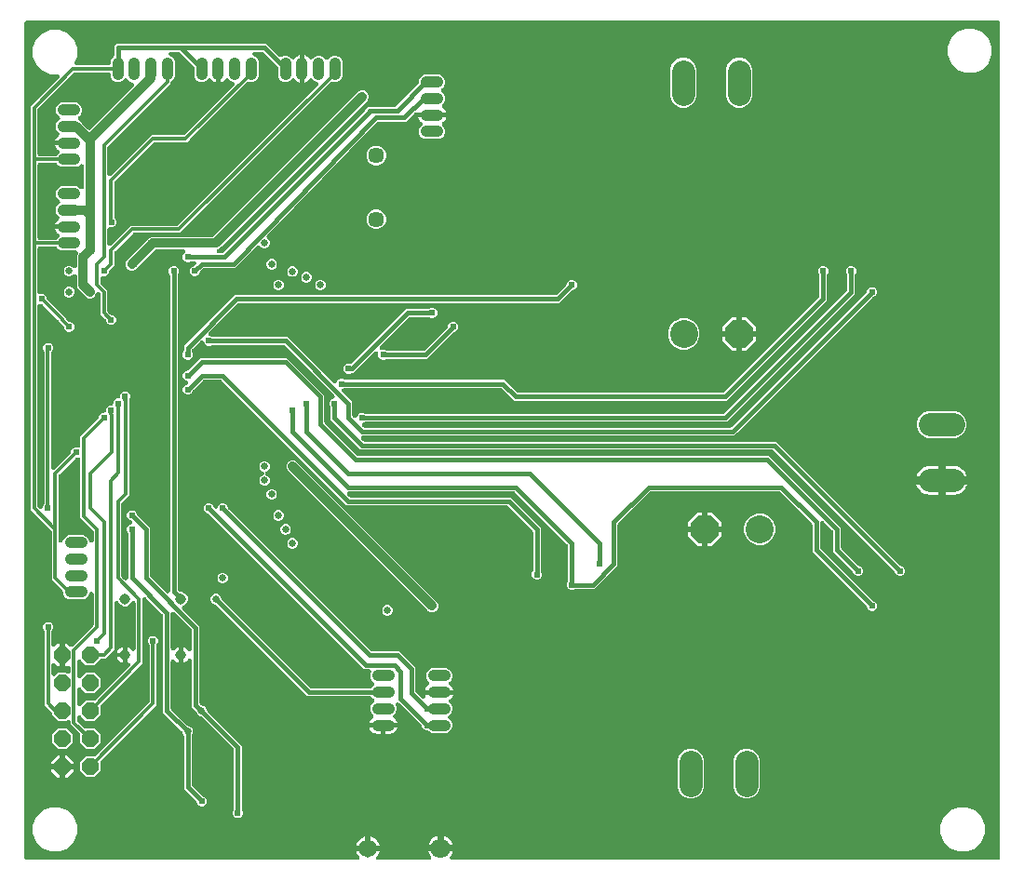
<source format=gbr>
G04 EAGLE Gerber RS-274X export*
G75*
%MOMM*%
%FSLAX34Y34*%
%LPD*%
%INBottom Copper*%
%IPPOS*%
%AMOC8*
5,1,8,0,0,1.08239X$1,22.5*%
G01*
%ADD10C,2.540000*%
%ADD11P,2.749271X8X202.500000*%
%ADD12P,2.749271X8X22.500000*%
%ADD13C,1.050000*%
%ADD14C,1.650000*%
%ADD15C,1.800000*%
%ADD16P,1.649562X8X112.500000*%
%ADD17C,0.975000*%
%ADD18C,2.100000*%
%ADD19C,1.450000*%
%ADD20C,0.654000*%
%ADD21C,0.812800*%
%ADD22C,0.604000*%
%ADD23C,0.406400*%
%ADD24C,0.304800*%

G36*
X306762Y3812D02*
X306762Y3812D01*
X306771Y3811D01*
X306962Y3832D01*
X307154Y3851D01*
X307162Y3853D01*
X307171Y3854D01*
X307355Y3912D01*
X307539Y3969D01*
X307546Y3973D01*
X307555Y3976D01*
X307723Y4069D01*
X307893Y4161D01*
X307899Y4166D01*
X307907Y4171D01*
X308054Y4295D01*
X308202Y4418D01*
X308207Y4425D01*
X308214Y4431D01*
X308334Y4583D01*
X308454Y4732D01*
X308458Y4740D01*
X308464Y4747D01*
X308552Y4920D01*
X308640Y5089D01*
X308642Y5098D01*
X308646Y5106D01*
X308698Y5291D01*
X308751Y5476D01*
X308752Y5485D01*
X308754Y5494D01*
X308768Y5686D01*
X308784Y5878D01*
X308783Y5886D01*
X308784Y5895D01*
X308759Y6088D01*
X308737Y6277D01*
X308734Y6286D01*
X308733Y6295D01*
X308672Y6478D01*
X308612Y6660D01*
X308608Y6668D01*
X308605Y6677D01*
X308508Y6844D01*
X308414Y7011D01*
X308408Y7018D01*
X308404Y7025D01*
X308189Y7278D01*
X308019Y7448D01*
X307021Y8822D01*
X306250Y10336D01*
X305797Y11729D01*
X315532Y11729D01*
X315550Y11730D01*
X315567Y11729D01*
X315750Y11750D01*
X315932Y11769D01*
X315949Y11774D01*
X315967Y11776D01*
X316142Y11833D01*
X316242Y11864D01*
X316249Y11860D01*
X316427Y11812D01*
X316602Y11762D01*
X316620Y11760D01*
X316637Y11756D01*
X316968Y11729D01*
X326703Y11729D01*
X326250Y10336D01*
X325479Y8822D01*
X324481Y7448D01*
X324311Y7278D01*
X324305Y7271D01*
X324298Y7266D01*
X324177Y7115D01*
X324056Y6967D01*
X324051Y6959D01*
X324046Y6952D01*
X323958Y6782D01*
X323867Y6611D01*
X323864Y6603D01*
X323860Y6595D01*
X323807Y6410D01*
X323752Y6225D01*
X323751Y6216D01*
X323749Y6208D01*
X323733Y6014D01*
X323716Y5824D01*
X323717Y5815D01*
X323716Y5806D01*
X323738Y5616D01*
X323759Y5424D01*
X323762Y5416D01*
X323763Y5407D01*
X323823Y5223D01*
X323881Y5040D01*
X323885Y5032D01*
X323888Y5024D01*
X323983Y4855D01*
X324075Y4688D01*
X324081Y4681D01*
X324086Y4673D01*
X324212Y4527D01*
X324336Y4381D01*
X324343Y4375D01*
X324349Y4368D01*
X324500Y4251D01*
X324652Y4131D01*
X324660Y4127D01*
X324667Y4122D01*
X324839Y4036D01*
X325011Y3949D01*
X325019Y3946D01*
X325027Y3942D01*
X325214Y3892D01*
X325399Y3841D01*
X325408Y3840D01*
X325416Y3838D01*
X325747Y3811D01*
X371749Y3811D01*
X371799Y3816D01*
X371851Y3813D01*
X371999Y3836D01*
X372149Y3851D01*
X372198Y3866D01*
X372249Y3873D01*
X372390Y3925D01*
X372534Y3969D01*
X372579Y3993D01*
X372627Y4011D01*
X372756Y4089D01*
X372888Y4161D01*
X372927Y4193D01*
X372971Y4220D01*
X373082Y4322D01*
X373197Y4418D01*
X373229Y4458D01*
X373267Y4493D01*
X373355Y4615D01*
X373450Y4732D01*
X373473Y4777D01*
X373503Y4819D01*
X373566Y4956D01*
X373635Y5089D01*
X373649Y5138D01*
X373671Y5185D01*
X373705Y5332D01*
X373747Y5476D01*
X373751Y5527D01*
X373762Y5577D01*
X373767Y5728D01*
X373780Y5878D01*
X373774Y5928D01*
X373775Y5979D01*
X373750Y6128D01*
X373733Y6277D01*
X373717Y6326D01*
X373708Y6376D01*
X373654Y6517D01*
X373608Y6660D01*
X373583Y6705D01*
X373564Y6752D01*
X373444Y6950D01*
X373410Y7011D01*
X373401Y7021D01*
X373392Y7036D01*
X372379Y8430D01*
X371555Y10048D01*
X371090Y11479D01*
X381282Y11479D01*
X381300Y11480D01*
X381317Y11479D01*
X381500Y11500D01*
X381682Y11519D01*
X381699Y11524D01*
X381717Y11526D01*
X381892Y11583D01*
X382067Y11637D01*
X382083Y11645D01*
X382100Y11651D01*
X382249Y11735D01*
X382303Y11708D01*
X382466Y11623D01*
X382483Y11618D01*
X382499Y11610D01*
X382677Y11562D01*
X382852Y11512D01*
X382870Y11510D01*
X382887Y11506D01*
X383218Y11479D01*
X393410Y11479D01*
X392945Y10048D01*
X392121Y8430D01*
X391108Y7036D01*
X391082Y6992D01*
X391050Y6952D01*
X390981Y6819D01*
X390905Y6688D01*
X390888Y6640D01*
X390865Y6595D01*
X390823Y6450D01*
X390774Y6308D01*
X390768Y6257D01*
X390753Y6208D01*
X390741Y6058D01*
X390721Y5908D01*
X390725Y5857D01*
X390720Y5806D01*
X390738Y5657D01*
X390748Y5507D01*
X390761Y5457D01*
X390767Y5407D01*
X390814Y5263D01*
X390854Y5118D01*
X390876Y5072D01*
X390892Y5024D01*
X390966Y4893D01*
X391034Y4758D01*
X391065Y4718D01*
X391090Y4673D01*
X391189Y4559D01*
X391281Y4441D01*
X391320Y4407D01*
X391353Y4368D01*
X391472Y4276D01*
X391586Y4178D01*
X391631Y4153D01*
X391671Y4122D01*
X391806Y4055D01*
X391937Y3981D01*
X391986Y3965D01*
X392032Y3942D01*
X392177Y3903D01*
X392321Y3857D01*
X392371Y3851D01*
X392421Y3838D01*
X392651Y3819D01*
X392721Y3811D01*
X392734Y3812D01*
X392751Y3811D01*
X889308Y3811D01*
X889326Y3813D01*
X889344Y3811D01*
X889526Y3832D01*
X889709Y3851D01*
X889726Y3856D01*
X889743Y3858D01*
X889918Y3915D01*
X890094Y3969D01*
X890109Y3977D01*
X890126Y3983D01*
X890286Y4073D01*
X890448Y4161D01*
X890461Y4172D01*
X890477Y4181D01*
X890616Y4301D01*
X890757Y4418D01*
X890768Y4432D01*
X890782Y4444D01*
X890894Y4589D01*
X891009Y4732D01*
X891017Y4748D01*
X891028Y4762D01*
X891110Y4927D01*
X891195Y5089D01*
X891200Y5106D01*
X891208Y5122D01*
X891255Y5301D01*
X891306Y5476D01*
X891308Y5494D01*
X891312Y5511D01*
X891339Y5842D01*
X891339Y765558D01*
X891339Y765563D01*
X891339Y765565D01*
X891338Y765577D01*
X891339Y765594D01*
X891318Y765776D01*
X891299Y765959D01*
X891294Y765976D01*
X891292Y765993D01*
X891235Y766168D01*
X891181Y766344D01*
X891173Y766359D01*
X891167Y766376D01*
X891077Y766536D01*
X890989Y766698D01*
X890978Y766711D01*
X890969Y766727D01*
X890849Y766866D01*
X890732Y767007D01*
X890718Y767018D01*
X890706Y767032D01*
X890561Y767144D01*
X890418Y767259D01*
X890402Y767267D01*
X890388Y767278D01*
X890223Y767360D01*
X890061Y767445D01*
X890044Y767450D01*
X890028Y767458D01*
X889849Y767505D01*
X889674Y767556D01*
X889656Y767558D01*
X889639Y767562D01*
X889308Y767589D01*
X5842Y767589D01*
X5824Y767587D01*
X5806Y767589D01*
X5624Y767568D01*
X5441Y767549D01*
X5424Y767544D01*
X5407Y767542D01*
X5232Y767485D01*
X5056Y767431D01*
X5041Y767423D01*
X5024Y767417D01*
X4864Y767327D01*
X4702Y767239D01*
X4689Y767228D01*
X4673Y767219D01*
X4534Y767099D01*
X4393Y766982D01*
X4382Y766968D01*
X4368Y766956D01*
X4256Y766811D01*
X4141Y766668D01*
X4133Y766652D01*
X4122Y766638D01*
X4040Y766473D01*
X3955Y766311D01*
X3950Y766294D01*
X3942Y766278D01*
X3895Y766099D01*
X3844Y765924D01*
X3842Y765906D01*
X3838Y765889D01*
X3811Y765558D01*
X3811Y5842D01*
X3813Y5824D01*
X3811Y5806D01*
X3832Y5624D01*
X3851Y5441D01*
X3856Y5424D01*
X3858Y5407D01*
X3915Y5232D01*
X3969Y5056D01*
X3977Y5041D01*
X3983Y5024D01*
X4073Y4864D01*
X4161Y4702D01*
X4172Y4689D01*
X4181Y4673D01*
X4301Y4534D01*
X4418Y4393D01*
X4432Y4382D01*
X4444Y4368D01*
X4589Y4256D01*
X4732Y4141D01*
X4748Y4133D01*
X4762Y4122D01*
X4927Y4040D01*
X5089Y3955D01*
X5106Y3950D01*
X5122Y3942D01*
X5301Y3895D01*
X5476Y3844D01*
X5494Y3842D01*
X5511Y3838D01*
X5842Y3811D01*
X306753Y3811D01*
X306762Y3812D01*
G37*
%LPC*%
G36*
X197016Y41861D02*
X197016Y41861D01*
X195346Y42553D01*
X194068Y43832D01*
X193376Y45502D01*
X193376Y47310D01*
X194209Y49322D01*
X194218Y49352D01*
X194232Y49380D01*
X194276Y49544D01*
X194325Y49707D01*
X194328Y49738D01*
X194337Y49769D01*
X194364Y50099D01*
X194364Y104048D01*
X194361Y104074D01*
X194363Y104101D01*
X194341Y104275D01*
X194324Y104448D01*
X194316Y104474D01*
X194313Y104500D01*
X194257Y104666D01*
X194206Y104833D01*
X194193Y104857D01*
X194184Y104882D01*
X194097Y105034D01*
X194014Y105187D01*
X193997Y105208D01*
X193983Y105231D01*
X193769Y105484D01*
X165201Y134052D01*
X165180Y134069D01*
X165163Y134089D01*
X165025Y134196D01*
X164890Y134307D01*
X164866Y134319D01*
X164845Y134336D01*
X164688Y134414D01*
X164534Y134495D01*
X164508Y134503D01*
X164484Y134515D01*
X164315Y134561D01*
X164148Y134610D01*
X164121Y134613D01*
X164095Y134620D01*
X163918Y134634D01*
X162125Y135377D01*
X160777Y136725D01*
X160033Y138520D01*
X160024Y138592D01*
X160007Y138765D01*
X159999Y138791D01*
X159996Y138817D01*
X159940Y138983D01*
X159889Y139150D01*
X159876Y139174D01*
X159867Y139199D01*
X159780Y139351D01*
X159697Y139504D01*
X159680Y139525D01*
X159666Y139548D01*
X159452Y139801D01*
X155955Y143297D01*
X155955Y185280D01*
X155955Y185287D01*
X155955Y185294D01*
X155935Y185486D01*
X155915Y185681D01*
X155913Y185687D01*
X155913Y185694D01*
X155855Y185879D01*
X155797Y186066D01*
X155794Y186072D01*
X155792Y186078D01*
X155698Y186248D01*
X155605Y186420D01*
X155601Y186425D01*
X155598Y186431D01*
X155472Y186580D01*
X155348Y186729D01*
X155342Y186733D01*
X155338Y186738D01*
X155185Y186860D01*
X155034Y186981D01*
X155028Y186984D01*
X155023Y186989D01*
X154847Y187078D01*
X154677Y187167D01*
X154670Y187169D01*
X154664Y187172D01*
X154476Y187224D01*
X154290Y187278D01*
X154283Y187279D01*
X154277Y187281D01*
X154084Y187295D01*
X153888Y187311D01*
X153882Y187310D01*
X153875Y187311D01*
X153682Y187287D01*
X153489Y187264D01*
X153482Y187262D01*
X153476Y187261D01*
X153291Y187200D01*
X153106Y187139D01*
X153100Y187136D01*
X153094Y187134D01*
X152925Y187037D01*
X152755Y186941D01*
X152750Y186937D01*
X152744Y186934D01*
X152598Y186805D01*
X152451Y186678D01*
X152446Y186673D01*
X152441Y186669D01*
X152235Y186409D01*
X151810Y185773D01*
X150777Y184740D01*
X149563Y183928D01*
X148213Y183369D01*
X148081Y183343D01*
X148081Y190500D01*
X148081Y197657D01*
X148213Y197631D01*
X149563Y197072D01*
X150777Y196260D01*
X151810Y195227D01*
X152235Y194591D01*
X152239Y194586D01*
X152243Y194580D01*
X152367Y194430D01*
X152491Y194280D01*
X152496Y194276D01*
X152500Y194271D01*
X152653Y194148D01*
X152803Y194026D01*
X152809Y194023D01*
X152814Y194019D01*
X152986Y193930D01*
X153159Y193838D01*
X153166Y193836D01*
X153171Y193833D01*
X153358Y193780D01*
X153545Y193724D01*
X153552Y193724D01*
X153558Y193722D01*
X153754Y193706D01*
X153946Y193689D01*
X153953Y193689D01*
X153960Y193689D01*
X154154Y193712D01*
X154346Y193733D01*
X154353Y193735D01*
X154359Y193736D01*
X154545Y193796D01*
X154730Y193855D01*
X154736Y193859D01*
X154742Y193861D01*
X154912Y193956D01*
X155082Y194051D01*
X155087Y194055D01*
X155093Y194059D01*
X155240Y194186D01*
X155388Y194312D01*
X155392Y194317D01*
X155398Y194322D01*
X155516Y194475D01*
X155637Y194628D01*
X155640Y194635D01*
X155644Y194640D01*
X155730Y194811D01*
X155819Y194988D01*
X155821Y194994D01*
X155824Y195000D01*
X155874Y195188D01*
X155926Y195376D01*
X155926Y195383D01*
X155928Y195389D01*
X155955Y195720D01*
X155955Y212823D01*
X155953Y212850D01*
X155955Y212877D01*
X155933Y213051D01*
X155915Y213224D01*
X155908Y213249D01*
X155904Y213276D01*
X155849Y213442D01*
X155797Y213609D01*
X155784Y213632D01*
X155776Y213658D01*
X155689Y213809D01*
X155605Y213963D01*
X155588Y213983D01*
X155575Y214007D01*
X155360Y214260D01*
X140374Y229246D01*
X140367Y229251D01*
X140362Y229258D01*
X140212Y229379D01*
X140063Y229501D01*
X140055Y229505D01*
X140048Y229511D01*
X139878Y229599D01*
X139707Y229689D01*
X139698Y229692D01*
X139691Y229696D01*
X139506Y229749D01*
X139321Y229804D01*
X139312Y229805D01*
X139304Y229807D01*
X139112Y229823D01*
X138920Y229841D01*
X138911Y229840D01*
X138902Y229840D01*
X138713Y229818D01*
X138520Y229797D01*
X138511Y229794D01*
X138503Y229793D01*
X138321Y229734D01*
X138136Y229676D01*
X138128Y229671D01*
X138120Y229669D01*
X137951Y229574D01*
X137784Y229481D01*
X137777Y229475D01*
X137769Y229471D01*
X137623Y229345D01*
X137477Y229220D01*
X137471Y229213D01*
X137464Y229208D01*
X137347Y229056D01*
X137227Y228904D01*
X137223Y228896D01*
X137218Y228889D01*
X137132Y228717D01*
X137045Y228546D01*
X137042Y228537D01*
X137038Y228529D01*
X136988Y228342D01*
X136937Y228158D01*
X136936Y228149D01*
X136934Y228140D01*
X136907Y227809D01*
X136907Y196748D01*
X136907Y196744D01*
X136908Y196739D01*
X136907Y196730D01*
X136928Y196538D01*
X136947Y196347D01*
X136949Y196339D01*
X136950Y196330D01*
X137008Y196148D01*
X137065Y195962D01*
X137069Y195955D01*
X137072Y195946D01*
X137165Y195778D01*
X137257Y195608D01*
X137262Y195602D01*
X137267Y195594D01*
X137392Y195446D01*
X137514Y195299D01*
X137521Y195294D01*
X137527Y195287D01*
X137678Y195168D01*
X137828Y195047D01*
X137836Y195043D01*
X137843Y195037D01*
X138014Y194950D01*
X138185Y194861D01*
X138194Y194859D01*
X138202Y194855D01*
X138387Y194803D01*
X138572Y194750D01*
X138581Y194749D01*
X138590Y194747D01*
X138782Y194733D01*
X138974Y194717D01*
X138982Y194718D01*
X138991Y194717D01*
X139182Y194742D01*
X139373Y194764D01*
X139382Y194767D01*
X139391Y194768D01*
X139572Y194829D01*
X139756Y194889D01*
X139764Y194893D01*
X139772Y194896D01*
X139938Y194991D01*
X140107Y195087D01*
X140114Y195093D01*
X140121Y195097D01*
X140374Y195312D01*
X141323Y196260D01*
X142537Y197072D01*
X143887Y197631D01*
X144019Y197657D01*
X144019Y190500D01*
X144019Y183343D01*
X143887Y183369D01*
X142537Y183928D01*
X141323Y184740D01*
X140374Y185688D01*
X140367Y185694D01*
X140362Y185701D01*
X140213Y185821D01*
X140063Y185943D01*
X140055Y185948D01*
X140048Y185953D01*
X139878Y186041D01*
X139707Y186132D01*
X139698Y186135D01*
X139691Y186139D01*
X139506Y186192D01*
X139321Y186247D01*
X139312Y186248D01*
X139304Y186250D01*
X139113Y186266D01*
X138920Y186283D01*
X138911Y186282D01*
X138902Y186283D01*
X138713Y186261D01*
X138520Y186240D01*
X138511Y186237D01*
X138503Y186236D01*
X138320Y186176D01*
X138136Y186118D01*
X138128Y186114D01*
X138120Y186111D01*
X137953Y186017D01*
X137784Y185923D01*
X137777Y185918D01*
X137769Y185913D01*
X137624Y185788D01*
X137477Y185663D01*
X137471Y185656D01*
X137464Y185650D01*
X137347Y185498D01*
X137227Y185347D01*
X137223Y185339D01*
X137218Y185332D01*
X137132Y185160D01*
X137045Y184988D01*
X137042Y184979D01*
X137038Y184971D01*
X136989Y184786D01*
X136937Y184600D01*
X136936Y184591D01*
X136934Y184583D01*
X136907Y184252D01*
X136907Y142015D01*
X136909Y141988D01*
X136907Y141961D01*
X136929Y141787D01*
X136947Y141614D01*
X136954Y141589D01*
X136958Y141562D01*
X137013Y141396D01*
X137065Y141229D01*
X137078Y141206D01*
X137086Y141180D01*
X137173Y141029D01*
X137257Y140875D01*
X137274Y140855D01*
X137287Y140831D01*
X137502Y140578D01*
X152040Y126040D01*
X152061Y126023D01*
X152078Y126002D01*
X152216Y125895D01*
X152352Y125785D01*
X152375Y125772D01*
X152397Y125756D01*
X152553Y125678D01*
X152707Y125596D01*
X152733Y125588D01*
X152757Y125576D01*
X152926Y125531D01*
X153093Y125481D01*
X153120Y125479D01*
X153146Y125472D01*
X153323Y125457D01*
X155116Y124715D01*
X156465Y123366D01*
X157195Y121604D01*
X157195Y119696D01*
X156451Y117901D01*
X156407Y117845D01*
X156297Y117709D01*
X156284Y117686D01*
X156268Y117665D01*
X156190Y117508D01*
X156108Y117354D01*
X156100Y117328D01*
X156088Y117304D01*
X156043Y117135D01*
X155993Y116968D01*
X155991Y116941D01*
X155984Y116915D01*
X155957Y116585D01*
X155957Y72165D01*
X155959Y72138D01*
X155957Y72111D01*
X155979Y71937D01*
X155997Y71764D01*
X156004Y71739D01*
X156008Y71712D01*
X156063Y71546D01*
X156115Y71379D01*
X156128Y71355D01*
X156136Y71330D01*
X156223Y71179D01*
X156307Y71025D01*
X156324Y71005D01*
X156337Y70981D01*
X156552Y70728D01*
X165003Y62277D01*
X165028Y62257D01*
X165048Y62233D01*
X165183Y62129D01*
X165315Y62021D01*
X165342Y62007D01*
X165367Y61988D01*
X165662Y61836D01*
X167674Y61003D01*
X168953Y59724D01*
X169645Y58054D01*
X169645Y56246D01*
X168953Y54576D01*
X167674Y53297D01*
X166004Y52605D01*
X164196Y52605D01*
X162526Y53297D01*
X161247Y54576D01*
X160414Y56588D01*
X160399Y56615D01*
X160389Y56645D01*
X160304Y56792D01*
X160224Y56942D01*
X160204Y56966D01*
X160188Y56994D01*
X159973Y57247D01*
X148843Y68377D01*
X148843Y116585D01*
X148841Y116611D01*
X148843Y116638D01*
X148821Y116812D01*
X148803Y116985D01*
X148796Y117011D01*
X148792Y117037D01*
X148737Y117203D01*
X148685Y117370D01*
X148672Y117394D01*
X148664Y117419D01*
X148577Y117571D01*
X148493Y117724D01*
X148476Y117745D01*
X148463Y117768D01*
X148348Y117904D01*
X147592Y119729D01*
X147583Y119801D01*
X147565Y119974D01*
X147558Y120000D01*
X147554Y120026D01*
X147498Y120192D01*
X147447Y120359D01*
X147434Y120383D01*
X147426Y120408D01*
X147339Y120559D01*
X147255Y120713D01*
X147238Y120733D01*
X147225Y120757D01*
X147010Y121010D01*
X129793Y138227D01*
X129793Y226285D01*
X129791Y226312D01*
X129793Y226339D01*
X129771Y226513D01*
X129753Y226686D01*
X129746Y226711D01*
X129742Y226738D01*
X129687Y226903D01*
X129635Y227071D01*
X129622Y227094D01*
X129614Y227120D01*
X129527Y227271D01*
X129443Y227425D01*
X129426Y227445D01*
X129413Y227469D01*
X129198Y227722D01*
X114466Y242454D01*
X114459Y242459D01*
X114454Y242466D01*
X114304Y242587D01*
X114155Y242709D01*
X114147Y242713D01*
X114140Y242719D01*
X113970Y242807D01*
X113799Y242897D01*
X113790Y242900D01*
X113783Y242904D01*
X113598Y242957D01*
X113413Y243012D01*
X113404Y243013D01*
X113396Y243015D01*
X113204Y243031D01*
X113012Y243049D01*
X113003Y243048D01*
X112994Y243048D01*
X112805Y243026D01*
X112612Y243005D01*
X112603Y243002D01*
X112595Y243001D01*
X112413Y242942D01*
X112228Y242884D01*
X112220Y242879D01*
X112212Y242877D01*
X112043Y242782D01*
X111876Y242689D01*
X111869Y242683D01*
X111861Y242679D01*
X111715Y242553D01*
X111569Y242428D01*
X111563Y242421D01*
X111556Y242416D01*
X111439Y242264D01*
X111319Y242112D01*
X111315Y242104D01*
X111310Y242097D01*
X111224Y241925D01*
X111137Y241754D01*
X111134Y241745D01*
X111130Y241737D01*
X111080Y241550D01*
X111029Y241366D01*
X111028Y241357D01*
X111026Y241348D01*
X110999Y241017D01*
X110999Y182887D01*
X73240Y145128D01*
X73223Y145107D01*
X73202Y145090D01*
X73095Y144952D01*
X72985Y144817D01*
X72972Y144793D01*
X72956Y144772D01*
X72878Y144615D01*
X72796Y144461D01*
X72788Y144435D01*
X72776Y144411D01*
X72731Y144242D01*
X72681Y144075D01*
X72679Y144048D01*
X72672Y144023D01*
X72645Y143692D01*
X72645Y135912D01*
X67288Y130555D01*
X59712Y130555D01*
X55284Y134983D01*
X55277Y134989D01*
X55272Y134996D01*
X55122Y135116D01*
X54973Y135238D01*
X54965Y135242D01*
X54958Y135248D01*
X54788Y135336D01*
X54617Y135427D01*
X54608Y135429D01*
X54601Y135433D01*
X54416Y135487D01*
X54231Y135542D01*
X54222Y135542D01*
X54214Y135545D01*
X54022Y135561D01*
X53830Y135578D01*
X53821Y135577D01*
X53812Y135578D01*
X53623Y135556D01*
X53430Y135535D01*
X53421Y135532D01*
X53413Y135531D01*
X53231Y135471D01*
X53046Y135413D01*
X53038Y135409D01*
X53030Y135406D01*
X52861Y135311D01*
X52694Y135218D01*
X52687Y135213D01*
X52679Y135208D01*
X52533Y135082D01*
X52387Y134958D01*
X52381Y134951D01*
X52374Y134945D01*
X52257Y134794D01*
X52137Y134642D01*
X52133Y134634D01*
X52128Y134627D01*
X52042Y134455D01*
X51955Y134283D01*
X51952Y134274D01*
X51948Y134266D01*
X51898Y134080D01*
X51847Y133895D01*
X51846Y133886D01*
X51844Y133878D01*
X51817Y133547D01*
X51817Y131136D01*
X51819Y131110D01*
X51817Y131083D01*
X51839Y130909D01*
X51857Y130736D01*
X51864Y130710D01*
X51868Y130683D01*
X51923Y130518D01*
X51975Y130351D01*
X51988Y130327D01*
X51996Y130302D01*
X52083Y130150D01*
X52167Y129997D01*
X52184Y129976D01*
X52197Y129953D01*
X52412Y129700D01*
X58072Y124040D01*
X58093Y124023D01*
X58110Y124002D01*
X58248Y123895D01*
X58383Y123785D01*
X58407Y123772D01*
X58428Y123756D01*
X58585Y123678D01*
X58739Y123596D01*
X58765Y123588D01*
X58789Y123576D01*
X58958Y123531D01*
X59125Y123481D01*
X59152Y123479D01*
X59177Y123472D01*
X59508Y123445D01*
X67288Y123445D01*
X72645Y118088D01*
X72645Y110512D01*
X67288Y105155D01*
X59712Y105155D01*
X54355Y110512D01*
X54355Y118292D01*
X54353Y118318D01*
X54355Y118345D01*
X54333Y118519D01*
X54315Y118692D01*
X54308Y118718D01*
X54304Y118745D01*
X54249Y118910D01*
X54197Y119077D01*
X54184Y119101D01*
X54176Y119126D01*
X54089Y119278D01*
X54005Y119431D01*
X53988Y119452D01*
X53975Y119475D01*
X53760Y119728D01*
X45719Y127769D01*
X45719Y129483D01*
X45718Y129492D01*
X45719Y129501D01*
X45698Y129693D01*
X45679Y129883D01*
X45677Y129892D01*
X45676Y129901D01*
X45618Y130083D01*
X45561Y130268D01*
X45557Y130276D01*
X45554Y130285D01*
X45461Y130453D01*
X45369Y130622D01*
X45364Y130629D01*
X45359Y130637D01*
X45234Y130785D01*
X45112Y130932D01*
X45105Y130937D01*
X45099Y130944D01*
X44947Y131064D01*
X44798Y131184D01*
X44790Y131188D01*
X44783Y131194D01*
X44610Y131281D01*
X44441Y131369D01*
X44432Y131372D01*
X44424Y131376D01*
X44239Y131428D01*
X44054Y131481D01*
X44045Y131482D01*
X44036Y131484D01*
X43844Y131498D01*
X43652Y131514D01*
X43644Y131513D01*
X43635Y131513D01*
X43444Y131489D01*
X43253Y131467D01*
X43244Y131464D01*
X43235Y131463D01*
X43054Y131402D01*
X42870Y131342D01*
X42862Y131338D01*
X42854Y131335D01*
X42686Y131239D01*
X42519Y131144D01*
X42512Y131138D01*
X42505Y131134D01*
X42252Y130919D01*
X41888Y130555D01*
X34312Y130555D01*
X28955Y135912D01*
X28955Y137342D01*
X28953Y137368D01*
X28955Y137395D01*
X28933Y137569D01*
X28915Y137742D01*
X28908Y137768D01*
X28904Y137795D01*
X28849Y137960D01*
X28797Y138127D01*
X28784Y138151D01*
X28776Y138176D01*
X28689Y138328D01*
X28605Y138481D01*
X28588Y138502D01*
X28575Y138525D01*
X28360Y138778D01*
X22351Y144787D01*
X22351Y211680D01*
X22349Y211707D01*
X22351Y211733D01*
X22329Y211907D01*
X22311Y212081D01*
X22304Y212106D01*
X22300Y212133D01*
X22245Y212299D01*
X22193Y212466D01*
X22180Y212489D01*
X22172Y212515D01*
X22085Y212666D01*
X22001Y212820D01*
X21984Y212840D01*
X21971Y212863D01*
X21756Y213116D01*
X21547Y213326D01*
X20855Y214996D01*
X20855Y216804D01*
X21547Y218474D01*
X22826Y219753D01*
X24496Y220445D01*
X26304Y220445D01*
X27974Y219753D01*
X29253Y218474D01*
X29945Y216804D01*
X29945Y214996D01*
X29253Y213326D01*
X29044Y213116D01*
X29027Y213096D01*
X29006Y213078D01*
X28899Y212940D01*
X28789Y212805D01*
X28776Y212781D01*
X28760Y212760D01*
X28682Y212603D01*
X28600Y212449D01*
X28592Y212424D01*
X28580Y212400D01*
X28535Y212230D01*
X28485Y212063D01*
X28483Y212037D01*
X28476Y212011D01*
X28449Y211680D01*
X28449Y200122D01*
X28450Y200113D01*
X28449Y200104D01*
X28470Y199911D01*
X28489Y199721D01*
X28491Y199713D01*
X28492Y199704D01*
X28550Y199520D01*
X28607Y199336D01*
X28611Y199329D01*
X28614Y199320D01*
X28707Y199152D01*
X28799Y198982D01*
X28804Y198976D01*
X28809Y198968D01*
X28933Y198821D01*
X29056Y198673D01*
X29063Y198668D01*
X29069Y198661D01*
X29220Y198542D01*
X29370Y198421D01*
X29378Y198417D01*
X29385Y198411D01*
X29558Y198323D01*
X29727Y198235D01*
X29736Y198233D01*
X29744Y198229D01*
X29930Y198177D01*
X30114Y198124D01*
X30123Y198123D01*
X30132Y198121D01*
X30325Y198107D01*
X30516Y198091D01*
X30524Y198092D01*
X30533Y198091D01*
X30726Y198116D01*
X30915Y198138D01*
X30924Y198141D01*
X30933Y198142D01*
X31115Y198203D01*
X31298Y198263D01*
X31306Y198267D01*
X31314Y198270D01*
X31480Y198365D01*
X31649Y198461D01*
X31656Y198467D01*
X31663Y198471D01*
X31916Y198686D01*
X33891Y200661D01*
X35561Y200661D01*
X35561Y191008D01*
X35562Y190990D01*
X35561Y190973D01*
X35582Y190790D01*
X35601Y190608D01*
X35606Y190591D01*
X35608Y190573D01*
X35633Y190495D01*
X35594Y190358D01*
X35592Y190340D01*
X35588Y190323D01*
X35561Y189992D01*
X35561Y180339D01*
X33891Y180339D01*
X31916Y182314D01*
X31909Y182320D01*
X31904Y182327D01*
X31755Y182447D01*
X31605Y182569D01*
X31597Y182574D01*
X31590Y182579D01*
X31420Y182668D01*
X31249Y182758D01*
X31240Y182761D01*
X31233Y182765D01*
X31048Y182818D01*
X30863Y182873D01*
X30854Y182874D01*
X30846Y182876D01*
X30655Y182892D01*
X30462Y182909D01*
X30453Y182908D01*
X30444Y182909D01*
X30255Y182887D01*
X30062Y182866D01*
X30053Y182863D01*
X30045Y182862D01*
X29863Y182803D01*
X29678Y182744D01*
X29670Y182740D01*
X29662Y182737D01*
X29493Y182642D01*
X29326Y182549D01*
X29319Y182544D01*
X29311Y182539D01*
X29165Y182413D01*
X29019Y182289D01*
X29013Y182282D01*
X29006Y182276D01*
X28889Y182125D01*
X28769Y181973D01*
X28765Y181965D01*
X28760Y181958D01*
X28674Y181786D01*
X28587Y181614D01*
X28584Y181606D01*
X28580Y181597D01*
X28530Y181412D01*
X28479Y181226D01*
X28478Y181217D01*
X28476Y181209D01*
X28449Y180878D01*
X28449Y173285D01*
X28450Y173276D01*
X28449Y173267D01*
X28470Y173076D01*
X28489Y172885D01*
X28491Y172876D01*
X28492Y172867D01*
X28550Y172685D01*
X28607Y172500D01*
X28611Y172492D01*
X28614Y172483D01*
X28707Y172315D01*
X28799Y172146D01*
X28804Y172139D01*
X28809Y172131D01*
X28933Y171984D01*
X29056Y171836D01*
X29063Y171831D01*
X29069Y171824D01*
X29220Y171705D01*
X29370Y171584D01*
X29378Y171580D01*
X29385Y171574D01*
X29558Y171487D01*
X29727Y171399D01*
X29736Y171396D01*
X29744Y171392D01*
X29930Y171340D01*
X30114Y171287D01*
X30123Y171286D01*
X30132Y171284D01*
X30325Y171270D01*
X30516Y171254D01*
X30524Y171255D01*
X30533Y171255D01*
X30726Y171279D01*
X30915Y171301D01*
X30924Y171304D01*
X30933Y171305D01*
X31116Y171366D01*
X31298Y171426D01*
X31306Y171430D01*
X31314Y171433D01*
X31480Y171529D01*
X31649Y171624D01*
X31656Y171630D01*
X31663Y171634D01*
X31916Y171849D01*
X34312Y174245D01*
X41888Y174245D01*
X42252Y173881D01*
X42259Y173875D01*
X42264Y173868D01*
X42413Y173749D01*
X42563Y173626D01*
X42571Y173622D01*
X42578Y173616D01*
X42748Y173528D01*
X42919Y173437D01*
X42928Y173435D01*
X42935Y173431D01*
X43120Y173377D01*
X43305Y173322D01*
X43314Y173322D01*
X43322Y173319D01*
X43513Y173303D01*
X43706Y173286D01*
X43715Y173287D01*
X43724Y173286D01*
X43913Y173308D01*
X44106Y173329D01*
X44115Y173332D01*
X44123Y173333D01*
X44306Y173393D01*
X44490Y173451D01*
X44498Y173455D01*
X44506Y173458D01*
X44674Y173553D01*
X44842Y173646D01*
X44849Y173652D01*
X44857Y173656D01*
X45003Y173782D01*
X45149Y173906D01*
X45155Y173913D01*
X45162Y173919D01*
X45280Y174072D01*
X45399Y174222D01*
X45403Y174230D01*
X45408Y174237D01*
X45494Y174409D01*
X45581Y174581D01*
X45584Y174590D01*
X45588Y174598D01*
X45637Y174783D01*
X45689Y174969D01*
X45690Y174978D01*
X45692Y174986D01*
X45719Y175317D01*
X45719Y178846D01*
X45718Y178855D01*
X45719Y178864D01*
X45699Y179054D01*
X45679Y179247D01*
X45677Y179255D01*
X45676Y179264D01*
X45618Y179447D01*
X45561Y179632D01*
X45557Y179639D01*
X45554Y179648D01*
X45461Y179816D01*
X45369Y179986D01*
X45364Y179992D01*
X45359Y180000D01*
X45234Y180148D01*
X45112Y180295D01*
X45105Y180300D01*
X45099Y180307D01*
X44947Y180428D01*
X44798Y180547D01*
X44790Y180551D01*
X44783Y180557D01*
X44610Y180645D01*
X44441Y180733D01*
X44432Y180735D01*
X44424Y180739D01*
X44238Y180791D01*
X44054Y180844D01*
X44045Y180845D01*
X44036Y180847D01*
X43844Y180861D01*
X43652Y180877D01*
X43644Y180876D01*
X43635Y180877D01*
X43443Y180852D01*
X43253Y180830D01*
X43244Y180827D01*
X43235Y180826D01*
X43053Y180765D01*
X42870Y180705D01*
X42862Y180701D01*
X42854Y180698D01*
X42686Y180602D01*
X42519Y180507D01*
X42512Y180501D01*
X42505Y180497D01*
X42319Y180339D01*
X40639Y180339D01*
X40639Y189992D01*
X40637Y190010D01*
X40639Y190027D01*
X40618Y190210D01*
X40599Y190392D01*
X40594Y190409D01*
X40592Y190427D01*
X40567Y190505D01*
X40606Y190642D01*
X40608Y190660D01*
X40612Y190677D01*
X40639Y191008D01*
X40639Y200661D01*
X42309Y200661D01*
X44868Y198102D01*
X44881Y198090D01*
X44893Y198077D01*
X45037Y197963D01*
X45179Y197847D01*
X45195Y197838D01*
X45209Y197827D01*
X45373Y197744D01*
X45535Y197658D01*
X45552Y197653D01*
X45568Y197645D01*
X45745Y197596D01*
X45921Y197543D01*
X45938Y197542D01*
X45956Y197537D01*
X46139Y197524D01*
X46322Y197507D01*
X46339Y197509D01*
X46357Y197508D01*
X46539Y197531D01*
X46722Y197550D01*
X46739Y197556D01*
X46757Y197558D01*
X46930Y197616D01*
X47106Y197672D01*
X47121Y197681D01*
X47138Y197686D01*
X47298Y197778D01*
X47458Y197867D01*
X47472Y197878D01*
X47487Y197887D01*
X47740Y198102D01*
X66206Y216568D01*
X66223Y216589D01*
X66244Y216606D01*
X66351Y216744D01*
X66461Y216879D01*
X66474Y216903D01*
X66490Y216924D01*
X66568Y217081D01*
X66650Y217235D01*
X66658Y217261D01*
X66670Y217285D01*
X66715Y217454D01*
X66765Y217621D01*
X66767Y217648D01*
X66774Y217673D01*
X66801Y218004D01*
X66801Y245691D01*
X66801Y245695D01*
X66801Y245700D01*
X66781Y245894D01*
X66761Y246091D01*
X66760Y246096D01*
X66760Y246100D01*
X66702Y246286D01*
X66643Y246476D01*
X66641Y246480D01*
X66640Y246485D01*
X66546Y246656D01*
X66451Y246830D01*
X66449Y246834D01*
X66446Y246838D01*
X66319Y246989D01*
X66194Y247140D01*
X66190Y247142D01*
X66187Y247146D01*
X66033Y247269D01*
X65880Y247392D01*
X65876Y247394D01*
X65873Y247397D01*
X65698Y247486D01*
X65523Y247578D01*
X65518Y247579D01*
X65514Y247581D01*
X65327Y247634D01*
X65136Y247689D01*
X65131Y247689D01*
X65127Y247690D01*
X64934Y247705D01*
X64734Y247722D01*
X64730Y247721D01*
X64726Y247722D01*
X64533Y247698D01*
X64335Y247675D01*
X64330Y247673D01*
X64326Y247673D01*
X64143Y247612D01*
X63952Y247550D01*
X63948Y247548D01*
X63944Y247546D01*
X63774Y247449D01*
X63601Y247352D01*
X63598Y247349D01*
X63594Y247347D01*
X63443Y247216D01*
X63297Y247089D01*
X63294Y247085D01*
X63290Y247083D01*
X63170Y246926D01*
X63050Y246771D01*
X63048Y246767D01*
X63045Y246763D01*
X62893Y246468D01*
X61793Y243812D01*
X59888Y241907D01*
X58445Y241309D01*
X58444Y241309D01*
X57398Y240875D01*
X44202Y240875D01*
X41712Y241907D01*
X39807Y243812D01*
X38775Y246302D01*
X38775Y248172D01*
X38773Y248198D01*
X38775Y248225D01*
X38753Y248399D01*
X38735Y248572D01*
X38728Y248598D01*
X38724Y248625D01*
X38669Y248790D01*
X38617Y248957D01*
X38604Y248981D01*
X38596Y249006D01*
X38509Y249158D01*
X38425Y249311D01*
X38408Y249332D01*
X38395Y249355D01*
X38180Y249608D01*
X28701Y259087D01*
X28701Y302696D01*
X28699Y302722D01*
X28701Y302749D01*
X28679Y302923D01*
X28661Y303096D01*
X28654Y303122D01*
X28650Y303149D01*
X28595Y303314D01*
X28543Y303481D01*
X28530Y303505D01*
X28522Y303530D01*
X28435Y303682D01*
X28351Y303835D01*
X28334Y303856D01*
X28321Y303879D01*
X28106Y304132D01*
X9651Y322587D01*
X9651Y689844D01*
X35349Y715542D01*
X35355Y715549D01*
X35362Y715555D01*
X35482Y715704D01*
X35604Y715854D01*
X35608Y715862D01*
X35614Y715869D01*
X35703Y716040D01*
X35793Y716209D01*
X35795Y716218D01*
X35799Y716226D01*
X35853Y716411D01*
X35908Y716595D01*
X35908Y716604D01*
X35911Y716613D01*
X35927Y716804D01*
X35944Y716996D01*
X35943Y717005D01*
X35944Y717014D01*
X35922Y717203D01*
X35901Y717397D01*
X35898Y717405D01*
X35897Y717414D01*
X35837Y717596D01*
X35779Y717780D01*
X35775Y717788D01*
X35772Y717797D01*
X35677Y717965D01*
X35584Y718133D01*
X35579Y718139D01*
X35574Y718147D01*
X35448Y718293D01*
X35324Y718440D01*
X35317Y718445D01*
X35311Y718452D01*
X35160Y718569D01*
X35008Y718689D01*
X35000Y718693D01*
X34993Y718699D01*
X34821Y718784D01*
X34649Y718872D01*
X34640Y718874D01*
X34632Y718878D01*
X34446Y718928D01*
X34261Y718980D01*
X34252Y718980D01*
X34244Y718983D01*
X33913Y719010D01*
X27746Y719010D01*
X20347Y722074D01*
X14684Y727737D01*
X11620Y735136D01*
X11620Y743144D01*
X14684Y750543D01*
X20347Y756206D01*
X27746Y759270D01*
X35754Y759270D01*
X43153Y756206D01*
X48816Y750543D01*
X51880Y743144D01*
X51880Y735136D01*
X49652Y729757D01*
X49648Y729744D01*
X49642Y729733D01*
X49591Y729553D01*
X49536Y729372D01*
X49535Y729359D01*
X49531Y729346D01*
X49516Y729158D01*
X49498Y728971D01*
X49499Y728958D01*
X49498Y728944D01*
X49520Y728757D01*
X49539Y728571D01*
X49543Y728558D01*
X49545Y728545D01*
X49604Y728365D01*
X49659Y728186D01*
X49666Y728175D01*
X49670Y728162D01*
X49763Y727997D01*
X49853Y727833D01*
X49861Y727823D01*
X49868Y727811D01*
X49991Y727669D01*
X50112Y727525D01*
X50122Y727517D01*
X50131Y727506D01*
X50279Y727391D01*
X50426Y727274D01*
X50438Y727268D01*
X50449Y727260D01*
X50618Y727176D01*
X50785Y727090D01*
X50797Y727086D01*
X50809Y727080D01*
X50992Y727031D01*
X51172Y726980D01*
X51185Y726979D01*
X51198Y726976D01*
X51529Y726949D01*
X80094Y726949D01*
X80112Y726951D01*
X80130Y726949D01*
X80312Y726970D01*
X80495Y726989D01*
X80512Y726994D01*
X80529Y726996D01*
X80704Y727053D01*
X80880Y727107D01*
X80895Y727115D01*
X80912Y727121D01*
X81072Y727211D01*
X81234Y727299D01*
X81247Y727310D01*
X81263Y727319D01*
X81402Y727439D01*
X81543Y727556D01*
X81554Y727570D01*
X81568Y727582D01*
X81680Y727727D01*
X81795Y727870D01*
X81803Y727886D01*
X81814Y727900D01*
X81896Y728065D01*
X81981Y728227D01*
X81986Y728244D01*
X81994Y728260D01*
X82041Y728439D01*
X82092Y728614D01*
X82094Y728632D01*
X82098Y728649D01*
X82125Y728980D01*
X82125Y730498D01*
X83157Y732988D01*
X84748Y734579D01*
X84765Y734600D01*
X84786Y734617D01*
X84893Y734755D01*
X85003Y734891D01*
X85016Y734914D01*
X85032Y734936D01*
X85110Y735092D01*
X85192Y735246D01*
X85200Y735272D01*
X85212Y735296D01*
X85257Y735465D01*
X85307Y735632D01*
X85309Y735659D01*
X85316Y735685D01*
X85343Y736016D01*
X85343Y744423D01*
X87427Y746507D01*
X223723Y746507D01*
X235000Y735230D01*
X235017Y735216D01*
X235031Y735199D01*
X235172Y735089D01*
X235311Y734975D01*
X235331Y734965D01*
X235348Y734951D01*
X235508Y734871D01*
X235667Y734787D01*
X235688Y734780D01*
X235708Y734770D01*
X235881Y734723D01*
X236053Y734672D01*
X236075Y734670D01*
X236096Y734664D01*
X236275Y734652D01*
X236454Y734636D01*
X236476Y734638D01*
X236498Y734636D01*
X236676Y734660D01*
X236854Y734679D01*
X236875Y734686D01*
X236897Y734689D01*
X237213Y734790D01*
X239952Y735925D01*
X242648Y735925D01*
X245138Y734893D01*
X246762Y733268D01*
X246775Y733259D01*
X246785Y733247D01*
X246930Y733131D01*
X247074Y733013D01*
X247088Y733006D01*
X247100Y732996D01*
X247267Y732911D01*
X247430Y732825D01*
X247445Y732820D01*
X247459Y732813D01*
X247638Y732763D01*
X247816Y732710D01*
X247831Y732709D01*
X247846Y732704D01*
X248030Y732690D01*
X248217Y732674D01*
X248232Y732675D01*
X248248Y732674D01*
X248431Y732697D01*
X248617Y732717D01*
X248632Y732722D01*
X248647Y732724D01*
X248823Y732782D01*
X249001Y732838D01*
X249014Y732846D01*
X249029Y732851D01*
X249191Y732944D01*
X249353Y733033D01*
X249365Y733043D01*
X249379Y733051D01*
X249519Y733174D01*
X249660Y733294D01*
X249670Y733306D01*
X249681Y733316D01*
X249888Y733576D01*
X250249Y734116D01*
X251334Y735202D01*
X252610Y736054D01*
X254028Y736641D01*
X254269Y736689D01*
X254269Y723900D01*
X254269Y711111D01*
X254028Y711159D01*
X252610Y711746D01*
X251334Y712598D01*
X250249Y713684D01*
X249888Y714224D01*
X249878Y714236D01*
X249870Y714249D01*
X249750Y714391D01*
X249632Y714535D01*
X249620Y714545D01*
X249610Y714556D01*
X249464Y714672D01*
X249320Y714789D01*
X249306Y714796D01*
X249294Y714806D01*
X249128Y714890D01*
X248964Y714977D01*
X248949Y714981D01*
X248935Y714988D01*
X248756Y715038D01*
X248578Y715091D01*
X248562Y715092D01*
X248547Y715096D01*
X248361Y715110D01*
X248177Y715126D01*
X248161Y715125D01*
X248145Y715126D01*
X247960Y715102D01*
X247776Y715082D01*
X247762Y715077D01*
X247746Y715075D01*
X247570Y715016D01*
X247393Y714960D01*
X247379Y714952D01*
X247364Y714947D01*
X247203Y714854D01*
X247041Y714764D01*
X247029Y714754D01*
X247015Y714746D01*
X246762Y714532D01*
X245138Y712907D01*
X242648Y711875D01*
X239952Y711875D01*
X237462Y712907D01*
X235557Y714812D01*
X234525Y717302D01*
X234525Y724803D01*
X234523Y724830D01*
X234525Y724857D01*
X234503Y725031D01*
X234485Y725204D01*
X234478Y725229D01*
X234474Y725256D01*
X234419Y725422D01*
X234367Y725589D01*
X234354Y725612D01*
X234346Y725638D01*
X234259Y725789D01*
X234175Y725943D01*
X234158Y725963D01*
X234145Y725987D01*
X233930Y726240D01*
X221372Y738798D01*
X221351Y738815D01*
X221333Y738836D01*
X221196Y738943D01*
X221060Y739053D01*
X221037Y739066D01*
X221015Y739082D01*
X220858Y739160D01*
X220704Y739242D01*
X220679Y739250D01*
X220655Y739262D01*
X220485Y739307D01*
X220319Y739357D01*
X220292Y739359D01*
X220266Y739366D01*
X219935Y739393D01*
X213286Y739393D01*
X213281Y739393D01*
X213277Y739393D01*
X213083Y739373D01*
X212885Y739353D01*
X212881Y739352D01*
X212876Y739352D01*
X212690Y739294D01*
X212500Y739235D01*
X212496Y739233D01*
X212492Y739232D01*
X212320Y739138D01*
X212146Y739043D01*
X212143Y739041D01*
X212139Y739038D01*
X211988Y738911D01*
X211837Y738786D01*
X211834Y738782D01*
X211831Y738779D01*
X211704Y738621D01*
X211584Y738472D01*
X211582Y738468D01*
X211580Y738465D01*
X211488Y738287D01*
X211399Y738115D01*
X211398Y738110D01*
X211396Y738106D01*
X211343Y737919D01*
X211288Y737728D01*
X211287Y737723D01*
X211286Y737719D01*
X211271Y737526D01*
X211255Y737326D01*
X211255Y737322D01*
X211255Y737318D01*
X211279Y737120D01*
X211302Y736927D01*
X211303Y736922D01*
X211303Y736918D01*
X211365Y736731D01*
X211426Y736544D01*
X211429Y736540D01*
X211430Y736536D01*
X211528Y736364D01*
X211624Y736193D01*
X211627Y736190D01*
X211629Y736186D01*
X211762Y736033D01*
X211887Y735889D01*
X211891Y735886D01*
X211894Y735882D01*
X212050Y735762D01*
X212206Y735642D01*
X212210Y735640D01*
X212213Y735637D01*
X212508Y735485D01*
X213938Y734893D01*
X215843Y732988D01*
X216875Y730498D01*
X216875Y717302D01*
X215843Y714812D01*
X213938Y712907D01*
X211448Y711875D01*
X208752Y711875D01*
X208258Y712080D01*
X208236Y712087D01*
X208216Y712097D01*
X208044Y712145D01*
X207872Y712197D01*
X207850Y712199D01*
X207828Y712205D01*
X207649Y712218D01*
X207471Y712235D01*
X207449Y712233D01*
X207427Y712234D01*
X207249Y712212D01*
X207071Y712193D01*
X207050Y712187D01*
X207027Y712184D01*
X206857Y712127D01*
X206686Y712073D01*
X206667Y712063D01*
X206646Y712056D01*
X206490Y711966D01*
X206333Y711880D01*
X206316Y711866D01*
X206297Y711855D01*
X206044Y711640D01*
X154136Y659732D01*
X151755Y657351D01*
X122754Y657351D01*
X122728Y657349D01*
X122701Y657351D01*
X122527Y657329D01*
X122354Y657311D01*
X122328Y657304D01*
X122301Y657300D01*
X122136Y657245D01*
X121969Y657193D01*
X121945Y657180D01*
X121920Y657172D01*
X121768Y657085D01*
X121615Y657001D01*
X121594Y656984D01*
X121571Y656971D01*
X121318Y656756D01*
X86194Y621632D01*
X86177Y621611D01*
X86156Y621594D01*
X86049Y621456D01*
X85939Y621321D01*
X85926Y621297D01*
X85910Y621276D01*
X85832Y621119D01*
X85750Y620965D01*
X85742Y620939D01*
X85730Y620915D01*
X85685Y620746D01*
X85635Y620579D01*
X85633Y620552D01*
X85626Y620527D01*
X85599Y620196D01*
X85599Y588900D01*
X85601Y588873D01*
X85599Y588847D01*
X85621Y588673D01*
X85639Y588499D01*
X85646Y588474D01*
X85650Y588447D01*
X85705Y588281D01*
X85757Y588114D01*
X85770Y588091D01*
X85778Y588065D01*
X85865Y587914D01*
X85949Y587760D01*
X85966Y587740D01*
X85979Y587717D01*
X86194Y587464D01*
X86883Y586774D01*
X87575Y585104D01*
X87575Y583296D01*
X86883Y581626D01*
X85604Y580347D01*
X83934Y579655D01*
X82126Y579655D01*
X82057Y579684D01*
X82044Y579688D01*
X82033Y579694D01*
X81852Y579746D01*
X81672Y579800D01*
X81659Y579801D01*
X81646Y579805D01*
X81458Y579821D01*
X81271Y579838D01*
X81258Y579837D01*
X81244Y579838D01*
X81057Y579816D01*
X80871Y579797D01*
X80858Y579793D01*
X80845Y579791D01*
X80665Y579733D01*
X80486Y579677D01*
X80475Y579670D01*
X80462Y579666D01*
X80298Y579574D01*
X80133Y579484D01*
X80123Y579475D01*
X80111Y579468D01*
X79969Y579346D01*
X79825Y579225D01*
X79817Y579214D01*
X79806Y579205D01*
X79691Y579057D01*
X79574Y578910D01*
X79568Y578898D01*
X79560Y578887D01*
X79476Y578719D01*
X79390Y578552D01*
X79386Y578539D01*
X79380Y578527D01*
X79331Y578344D01*
X79280Y578164D01*
X79279Y578151D01*
X79276Y578138D01*
X79249Y577807D01*
X79249Y564714D01*
X79250Y564705D01*
X79249Y564696D01*
X79270Y564503D01*
X79289Y564314D01*
X79291Y564305D01*
X79292Y564296D01*
X79351Y564111D01*
X79407Y563929D01*
X79411Y563921D01*
X79414Y563912D01*
X79507Y563743D01*
X79599Y563575D01*
X79604Y563568D01*
X79609Y563560D01*
X79733Y563413D01*
X79856Y563265D01*
X79863Y563260D01*
X79869Y563253D01*
X80021Y563133D01*
X80170Y563013D01*
X80178Y563009D01*
X80185Y563003D01*
X80358Y562916D01*
X80527Y562827D01*
X80536Y562825D01*
X80544Y562821D01*
X80730Y562769D01*
X80914Y562716D01*
X80923Y562715D01*
X80932Y562713D01*
X81125Y562699D01*
X81316Y562683D01*
X81324Y562684D01*
X81333Y562684D01*
X81526Y562708D01*
X81715Y562730D01*
X81724Y562733D01*
X81733Y562734D01*
X81916Y562795D01*
X82098Y562855D01*
X82106Y562859D01*
X82114Y562862D01*
X82281Y562958D01*
X82449Y563053D01*
X82456Y563059D01*
X82463Y563063D01*
X82716Y563278D01*
X100337Y580899D01*
X142038Y580899D01*
X142065Y580901D01*
X142091Y580899D01*
X142265Y580921D01*
X142439Y580939D01*
X142464Y580946D01*
X142491Y580950D01*
X142657Y581005D01*
X142824Y581057D01*
X142847Y581070D01*
X142873Y581078D01*
X143024Y581165D01*
X143178Y581249D01*
X143198Y581266D01*
X143221Y581279D01*
X143474Y581494D01*
X270563Y708582D01*
X270572Y708593D01*
X270582Y708601D01*
X270699Y708748D01*
X270818Y708894D01*
X270824Y708906D01*
X270833Y708916D01*
X270919Y709083D01*
X271007Y709250D01*
X271011Y709262D01*
X271017Y709274D01*
X271068Y709455D01*
X271122Y709635D01*
X271123Y709649D01*
X271126Y709662D01*
X271141Y709847D01*
X271158Y710036D01*
X271157Y710050D01*
X271158Y710063D01*
X271135Y710248D01*
X271115Y710437D01*
X271111Y710450D01*
X271109Y710463D01*
X271050Y710640D01*
X270993Y710821D01*
X270987Y710832D01*
X270982Y710845D01*
X270889Y711009D01*
X270798Y711173D01*
X270790Y711183D01*
X270783Y711195D01*
X270659Y711337D01*
X270538Y711480D01*
X270527Y711488D01*
X270518Y711498D01*
X270370Y711613D01*
X270222Y711729D01*
X270210Y711736D01*
X270199Y711744D01*
X269904Y711895D01*
X267462Y712907D01*
X265838Y714532D01*
X265825Y714541D01*
X265815Y714553D01*
X265670Y714669D01*
X265526Y714787D01*
X265512Y714794D01*
X265500Y714804D01*
X265333Y714889D01*
X265170Y714975D01*
X265155Y714980D01*
X265141Y714987D01*
X264962Y715037D01*
X264784Y715090D01*
X264769Y715091D01*
X264754Y715096D01*
X264570Y715110D01*
X264383Y715126D01*
X264368Y715125D01*
X264352Y715126D01*
X264169Y715103D01*
X263983Y715083D01*
X263968Y715078D01*
X263953Y715076D01*
X263777Y715018D01*
X263599Y714962D01*
X263586Y714954D01*
X263571Y714949D01*
X263409Y714856D01*
X263247Y714767D01*
X263235Y714757D01*
X263221Y714749D01*
X263081Y714626D01*
X262940Y714506D01*
X262930Y714494D01*
X262919Y714484D01*
X262712Y714224D01*
X262351Y713684D01*
X261266Y712598D01*
X259990Y711746D01*
X258572Y711159D01*
X258331Y711111D01*
X258331Y723900D01*
X258331Y736689D01*
X258572Y736641D01*
X259990Y736054D01*
X261266Y735202D01*
X262351Y734116D01*
X262712Y733576D01*
X262722Y733564D01*
X262730Y733551D01*
X262850Y733409D01*
X262968Y733265D01*
X262980Y733255D01*
X262990Y733244D01*
X263136Y733128D01*
X263280Y733011D01*
X263294Y733004D01*
X263306Y732994D01*
X263472Y732910D01*
X263636Y732823D01*
X263651Y732819D01*
X263665Y732812D01*
X263844Y732762D01*
X264022Y732709D01*
X264038Y732708D01*
X264053Y732704D01*
X264239Y732690D01*
X264423Y732674D01*
X264439Y732675D01*
X264455Y732674D01*
X264640Y732698D01*
X264824Y732718D01*
X264838Y732723D01*
X264854Y732725D01*
X265030Y732784D01*
X265207Y732840D01*
X265221Y732848D01*
X265236Y732853D01*
X265397Y732946D01*
X265559Y733036D01*
X265571Y733046D01*
X265585Y733054D01*
X265838Y733268D01*
X267462Y734893D01*
X268248Y735219D01*
X269952Y735925D01*
X272648Y735925D01*
X275138Y734893D01*
X277124Y732907D01*
X277247Y732760D01*
X277370Y732612D01*
X277377Y732606D01*
X277383Y732599D01*
X277534Y732479D01*
X277683Y732358D01*
X277691Y732354D01*
X277698Y732348D01*
X277869Y732260D01*
X278039Y732171D01*
X278048Y732169D01*
X278056Y732164D01*
X278239Y732113D01*
X278426Y732058D01*
X278435Y732057D01*
X278444Y732055D01*
X278634Y732040D01*
X278827Y732023D01*
X278836Y732025D01*
X278845Y732024D01*
X279036Y732047D01*
X279227Y732069D01*
X279236Y732071D01*
X279245Y732073D01*
X279427Y732133D01*
X279610Y732192D01*
X279618Y732196D01*
X279627Y732199D01*
X279795Y732295D01*
X279962Y732388D01*
X279969Y732394D01*
X279977Y732399D01*
X280123Y732526D01*
X280267Y732650D01*
X280273Y732657D01*
X280280Y732663D01*
X280398Y732816D01*
X280442Y732873D01*
X282462Y734893D01*
X283248Y735219D01*
X284952Y735925D01*
X287648Y735925D01*
X290138Y734893D01*
X292043Y732988D01*
X293075Y730498D01*
X293075Y717302D01*
X292043Y714812D01*
X290138Y712907D01*
X287648Y711875D01*
X284952Y711875D01*
X284458Y712080D01*
X284436Y712087D01*
X284416Y712097D01*
X284244Y712145D01*
X284072Y712197D01*
X284050Y712199D01*
X284028Y712205D01*
X283849Y712218D01*
X283671Y712235D01*
X283649Y712233D01*
X283627Y712234D01*
X283449Y712212D01*
X283271Y712193D01*
X283250Y712187D01*
X283227Y712184D01*
X283057Y712127D01*
X282886Y712073D01*
X282867Y712063D01*
X282846Y712056D01*
X282690Y711966D01*
X282533Y711880D01*
X282516Y711866D01*
X282497Y711855D01*
X282244Y711640D01*
X147786Y577182D01*
X145405Y574801D01*
X103704Y574801D01*
X103678Y574799D01*
X103651Y574801D01*
X103477Y574779D01*
X103304Y574761D01*
X103278Y574754D01*
X103251Y574750D01*
X103086Y574695D01*
X102919Y574643D01*
X102895Y574630D01*
X102870Y574622D01*
X102718Y574535D01*
X102565Y574451D01*
X102544Y574434D01*
X102521Y574421D01*
X102268Y574206D01*
X86194Y558132D01*
X86177Y558111D01*
X86156Y558094D01*
X86049Y557956D01*
X85939Y557821D01*
X85926Y557797D01*
X85910Y557776D01*
X85832Y557619D01*
X85750Y557465D01*
X85742Y557439D01*
X85730Y557415D01*
X85685Y557246D01*
X85635Y557079D01*
X85633Y557052D01*
X85626Y557027D01*
X85599Y556696D01*
X85599Y544837D01*
X81340Y540578D01*
X81323Y540557D01*
X81302Y540540D01*
X81195Y540402D01*
X81085Y540267D01*
X81072Y540243D01*
X81056Y540222D01*
X80978Y540065D01*
X80896Y539911D01*
X80888Y539885D01*
X80876Y539861D01*
X80831Y539692D01*
X80781Y539525D01*
X80779Y539498D01*
X80772Y539473D01*
X80745Y539142D01*
X80745Y538846D01*
X80053Y537176D01*
X78774Y535897D01*
X77104Y535205D01*
X74930Y535205D01*
X74912Y535203D01*
X74894Y535205D01*
X74712Y535184D01*
X74529Y535165D01*
X74512Y535160D01*
X74495Y535158D01*
X74320Y535101D01*
X74144Y535047D01*
X74129Y535039D01*
X74112Y535033D01*
X73952Y534943D01*
X73790Y534855D01*
X73777Y534844D01*
X73761Y534835D01*
X73622Y534715D01*
X73481Y534598D01*
X73470Y534584D01*
X73456Y534572D01*
X73344Y534427D01*
X73229Y534284D01*
X73221Y534268D01*
X73210Y534254D01*
X73128Y534089D01*
X73043Y533927D01*
X73038Y533910D01*
X73030Y533894D01*
X72983Y533715D01*
X72932Y533540D01*
X72930Y533522D01*
X72926Y533505D01*
X72899Y533174D01*
X72899Y529154D01*
X72901Y529128D01*
X72899Y529101D01*
X72921Y528927D01*
X72939Y528754D01*
X72946Y528728D01*
X72950Y528701D01*
X73005Y528536D01*
X73057Y528369D01*
X73070Y528345D01*
X73078Y528320D01*
X73165Y528168D01*
X73249Y528015D01*
X73266Y527994D01*
X73279Y527971D01*
X73494Y527718D01*
X79249Y521963D01*
X79249Y503754D01*
X79251Y503728D01*
X79249Y503701D01*
X79271Y503527D01*
X79289Y503354D01*
X79296Y503328D01*
X79300Y503301D01*
X79355Y503136D01*
X79407Y502969D01*
X79420Y502945D01*
X79428Y502920D01*
X79515Y502768D01*
X79599Y502615D01*
X79616Y502594D01*
X79629Y502571D01*
X79844Y502318D01*
X81722Y500440D01*
X81743Y500423D01*
X81760Y500402D01*
X81898Y500295D01*
X82033Y500185D01*
X82057Y500172D01*
X82078Y500156D01*
X82235Y500078D01*
X82389Y499996D01*
X82415Y499988D01*
X82439Y499976D01*
X82608Y499931D01*
X82775Y499881D01*
X82802Y499879D01*
X82827Y499872D01*
X83158Y499845D01*
X83454Y499845D01*
X85124Y499153D01*
X86403Y497874D01*
X87095Y496204D01*
X87095Y494396D01*
X86403Y492726D01*
X85124Y491447D01*
X84414Y491153D01*
X84413Y491153D01*
X83454Y490755D01*
X81646Y490755D01*
X79976Y491447D01*
X78697Y492726D01*
X78005Y494396D01*
X78005Y494692D01*
X78003Y494718D01*
X78005Y494745D01*
X77983Y494919D01*
X77965Y495092D01*
X77958Y495118D01*
X77954Y495145D01*
X77899Y495310D01*
X77847Y495477D01*
X77834Y495501D01*
X77826Y495526D01*
X77739Y495678D01*
X77655Y495831D01*
X77638Y495852D01*
X77625Y495875D01*
X77410Y496128D01*
X73151Y500387D01*
X73151Y518596D01*
X73149Y518622D01*
X73151Y518649D01*
X73129Y518822D01*
X73111Y518996D01*
X73104Y519022D01*
X73100Y519048D01*
X73045Y519214D01*
X72993Y519381D01*
X72981Y519405D01*
X72972Y519430D01*
X72885Y519581D01*
X72801Y519735D01*
X72784Y519756D01*
X72771Y519779D01*
X72556Y520032D01*
X72384Y520204D01*
X72374Y520213D01*
X72365Y520223D01*
X72218Y520340D01*
X72073Y520459D01*
X72061Y520466D01*
X72050Y520474D01*
X71884Y520560D01*
X71717Y520648D01*
X71704Y520652D01*
X71692Y520658D01*
X71512Y520709D01*
X71331Y520763D01*
X71317Y520764D01*
X71305Y520768D01*
X71119Y520782D01*
X70930Y520799D01*
X70916Y520798D01*
X70903Y520799D01*
X70719Y520776D01*
X70530Y520756D01*
X70517Y520752D01*
X70504Y520750D01*
X70327Y520692D01*
X70146Y520635D01*
X70134Y520628D01*
X70121Y520624D01*
X69959Y520531D01*
X69794Y520440D01*
X69783Y520431D01*
X69772Y520424D01*
X69630Y520301D01*
X69487Y520179D01*
X69478Y520169D01*
X69468Y520160D01*
X69354Y520011D01*
X69237Y519863D01*
X69231Y519851D01*
X69223Y519841D01*
X69071Y519546D01*
X68238Y517534D01*
X66666Y515962D01*
X64612Y515111D01*
X62388Y515111D01*
X60334Y515962D01*
X54270Y522026D01*
X54270Y522027D01*
X52649Y523648D01*
X52645Y523650D01*
X52642Y523654D01*
X52487Y523780D01*
X52337Y523903D01*
X52333Y523905D01*
X52330Y523908D01*
X52154Y524000D01*
X51981Y524091D01*
X51977Y524093D01*
X51973Y524095D01*
X51784Y524150D01*
X51596Y524206D01*
X51591Y524207D01*
X51587Y524208D01*
X51536Y524212D01*
X51608Y524353D01*
X51609Y524357D01*
X51611Y524361D01*
X51662Y524549D01*
X51716Y524741D01*
X51716Y524745D01*
X51717Y524749D01*
X51730Y524941D01*
X51745Y525142D01*
X51744Y525147D01*
X51745Y525151D01*
X51720Y525341D01*
X51695Y525542D01*
X51693Y525546D01*
X51693Y525550D01*
X51591Y525866D01*
X51561Y525938D01*
X51561Y535177D01*
X51560Y535185D01*
X51561Y535194D01*
X51540Y535386D01*
X51521Y535577D01*
X51519Y535586D01*
X51518Y535595D01*
X51461Y535776D01*
X51403Y535962D01*
X51399Y535970D01*
X51396Y535979D01*
X51303Y536147D01*
X51211Y536316D01*
X51206Y536323D01*
X51201Y536331D01*
X51076Y536479D01*
X50954Y536625D01*
X50947Y536631D01*
X50941Y536638D01*
X50790Y536757D01*
X50640Y536878D01*
X50632Y536882D01*
X50625Y536887D01*
X50454Y536974D01*
X50283Y537063D01*
X50274Y537066D01*
X50266Y537070D01*
X50081Y537121D01*
X49896Y537175D01*
X49887Y537175D01*
X49878Y537178D01*
X49686Y537192D01*
X49494Y537208D01*
X49486Y537207D01*
X49477Y537207D01*
X49284Y537183D01*
X49095Y537161D01*
X49086Y537158D01*
X49077Y537157D01*
X48894Y537095D01*
X48712Y537036D01*
X48704Y537031D01*
X48696Y537029D01*
X48530Y536933D01*
X48361Y536838D01*
X48354Y536832D01*
X48347Y536828D01*
X48094Y536613D01*
X47166Y535685D01*
X45404Y534955D01*
X43496Y534955D01*
X41734Y535685D01*
X40385Y537034D01*
X39655Y538796D01*
X39655Y540704D01*
X40385Y542466D01*
X41734Y543815D01*
X43496Y544545D01*
X45404Y544545D01*
X47166Y543815D01*
X48094Y542887D01*
X48101Y542881D01*
X48106Y542875D01*
X48256Y542754D01*
X48405Y542632D01*
X48413Y542628D01*
X48420Y542622D01*
X48590Y542534D01*
X48761Y542443D01*
X48770Y542441D01*
X48777Y542437D01*
X48962Y542384D01*
X49147Y542329D01*
X49156Y542328D01*
X49164Y542325D01*
X49355Y542310D01*
X49548Y542292D01*
X49557Y542293D01*
X49566Y542292D01*
X49755Y542315D01*
X49948Y542336D01*
X49957Y542338D01*
X49965Y542339D01*
X50147Y542399D01*
X50332Y542457D01*
X50340Y542461D01*
X50348Y542464D01*
X50515Y542558D01*
X50684Y542652D01*
X50691Y542658D01*
X50699Y542662D01*
X50844Y542787D01*
X50991Y542912D01*
X50997Y542919D01*
X51004Y542925D01*
X51120Y543076D01*
X51241Y543228D01*
X51245Y543236D01*
X51250Y543243D01*
X51335Y543414D01*
X51423Y543587D01*
X51426Y543596D01*
X51430Y543604D01*
X51479Y543789D01*
X51531Y543975D01*
X51532Y543984D01*
X51534Y543993D01*
X51561Y544323D01*
X51561Y553562D01*
X52392Y555567D01*
X52396Y555580D01*
X52402Y555591D01*
X52454Y555771D01*
X52508Y555952D01*
X52510Y555965D01*
X52513Y555978D01*
X52529Y556166D01*
X52546Y556353D01*
X52545Y556366D01*
X52546Y556380D01*
X52524Y556567D01*
X52505Y556753D01*
X52501Y556766D01*
X52499Y556779D01*
X52441Y556959D01*
X52385Y557138D01*
X52378Y557149D01*
X52374Y557162D01*
X52281Y557327D01*
X52192Y557491D01*
X52183Y557501D01*
X52176Y557513D01*
X52053Y557655D01*
X51932Y557799D01*
X51922Y557807D01*
X51913Y557818D01*
X51765Y557933D01*
X51618Y558050D01*
X51606Y558056D01*
X51595Y558064D01*
X51426Y558148D01*
X51260Y558234D01*
X51247Y558238D01*
X51235Y558244D01*
X51052Y558293D01*
X50872Y558344D01*
X50859Y558345D01*
X50846Y558348D01*
X50515Y558375D01*
X37852Y558375D01*
X35362Y559407D01*
X33263Y561506D01*
X33242Y561523D01*
X33225Y561544D01*
X33087Y561651D01*
X32951Y561761D01*
X32928Y561774D01*
X32906Y561790D01*
X32750Y561868D01*
X32596Y561950D01*
X32570Y561958D01*
X32546Y561970D01*
X32377Y562015D01*
X32210Y562065D01*
X32183Y562067D01*
X32157Y562074D01*
X31826Y562101D01*
X17780Y562101D01*
X17762Y562099D01*
X17744Y562101D01*
X17562Y562080D01*
X17379Y562061D01*
X17362Y562056D01*
X17345Y562054D01*
X17170Y561997D01*
X16994Y561943D01*
X16979Y561935D01*
X16962Y561929D01*
X16802Y561839D01*
X16640Y561751D01*
X16627Y561740D01*
X16611Y561731D01*
X16472Y561611D01*
X16331Y561494D01*
X16320Y561480D01*
X16306Y561468D01*
X16194Y561323D01*
X16079Y561180D01*
X16071Y561164D01*
X16060Y561150D01*
X15978Y560985D01*
X15893Y560823D01*
X15888Y560806D01*
X15880Y560790D01*
X15833Y560611D01*
X15782Y560436D01*
X15780Y560418D01*
X15776Y560401D01*
X15749Y560070D01*
X15749Y520743D01*
X15750Y520729D01*
X15749Y520716D01*
X15770Y520529D01*
X15789Y520342D01*
X15793Y520329D01*
X15794Y520316D01*
X15852Y520137D01*
X15907Y519957D01*
X15913Y519945D01*
X15917Y519933D01*
X16009Y519769D01*
X16099Y519603D01*
X16107Y519593D01*
X16114Y519581D01*
X16237Y519437D01*
X16356Y519294D01*
X16367Y519286D01*
X16376Y519275D01*
X16523Y519160D01*
X16670Y519042D01*
X16682Y519036D01*
X16693Y519027D01*
X16861Y518943D01*
X17027Y518856D01*
X17040Y518853D01*
X17052Y518846D01*
X17233Y518797D01*
X17414Y518745D01*
X17428Y518744D01*
X17441Y518740D01*
X17627Y518727D01*
X17816Y518712D01*
X17829Y518714D01*
X17842Y518713D01*
X18028Y518737D01*
X18215Y518759D01*
X18228Y518763D01*
X18242Y518765D01*
X18557Y518866D01*
X18626Y518895D01*
X20434Y518895D01*
X22104Y518203D01*
X23383Y516924D01*
X24075Y515254D01*
X24075Y514958D01*
X24077Y514932D01*
X24075Y514905D01*
X24097Y514731D01*
X24115Y514558D01*
X24122Y514532D01*
X24126Y514505D01*
X24181Y514340D01*
X24233Y514173D01*
X24246Y514149D01*
X24254Y514124D01*
X24341Y513972D01*
X24425Y513819D01*
X24442Y513798D01*
X24455Y513775D01*
X24670Y513522D01*
X41189Y497003D01*
X41194Y496986D01*
X41196Y496969D01*
X41199Y496961D01*
X41200Y496951D01*
X41256Y496785D01*
X41307Y496619D01*
X41315Y496603D01*
X41321Y496586D01*
X41325Y496579D01*
X41328Y496570D01*
X41415Y496418D01*
X41499Y496265D01*
X41510Y496250D01*
X41519Y496236D01*
X41524Y496229D01*
X41529Y496221D01*
X41744Y495968D01*
X43622Y494090D01*
X43643Y494073D01*
X43660Y494052D01*
X43798Y493945D01*
X43933Y493835D01*
X43957Y493822D01*
X43978Y493806D01*
X44135Y493728D01*
X44289Y493646D01*
X44315Y493638D01*
X44339Y493626D01*
X44508Y493581D01*
X44675Y493531D01*
X44702Y493529D01*
X44727Y493522D01*
X45058Y493495D01*
X45354Y493495D01*
X47024Y492803D01*
X48303Y491524D01*
X48995Y489854D01*
X48995Y488046D01*
X48303Y486376D01*
X47024Y485097D01*
X46932Y485059D01*
X45354Y484405D01*
X43546Y484405D01*
X41876Y485097D01*
X40597Y486376D01*
X39905Y488046D01*
X39905Y488342D01*
X39903Y488368D01*
X39905Y488395D01*
X39883Y488569D01*
X39865Y488742D01*
X39858Y488768D01*
X39854Y488795D01*
X39798Y488960D01*
X39747Y489127D01*
X39734Y489151D01*
X39726Y489176D01*
X39639Y489328D01*
X39555Y489481D01*
X39538Y489502D01*
X39525Y489525D01*
X39310Y489778D01*
X35011Y494077D01*
X35004Y494102D01*
X35000Y494129D01*
X34945Y494294D01*
X34893Y494461D01*
X34880Y494485D01*
X34872Y494510D01*
X34785Y494662D01*
X34701Y494815D01*
X34684Y494836D01*
X34671Y494859D01*
X34456Y495112D01*
X20358Y509210D01*
X20337Y509227D01*
X20320Y509248D01*
X20182Y509355D01*
X20047Y509465D01*
X20023Y509478D01*
X20002Y509494D01*
X19845Y509572D01*
X19691Y509654D01*
X19665Y509662D01*
X19641Y509674D01*
X19472Y509719D01*
X19305Y509769D01*
X19278Y509771D01*
X19253Y509778D01*
X18922Y509805D01*
X18626Y509805D01*
X18557Y509834D01*
X18544Y509838D01*
X18533Y509844D01*
X18352Y509896D01*
X18172Y509950D01*
X18159Y509951D01*
X18146Y509955D01*
X17958Y509971D01*
X17771Y509988D01*
X17758Y509987D01*
X17744Y509988D01*
X17557Y509966D01*
X17371Y509947D01*
X17358Y509943D01*
X17345Y509941D01*
X17165Y509883D01*
X16986Y509827D01*
X16975Y509820D01*
X16962Y509816D01*
X16798Y509724D01*
X16633Y509634D01*
X16623Y509625D01*
X16611Y509618D01*
X16469Y509496D01*
X16325Y509375D01*
X16317Y509364D01*
X16306Y509355D01*
X16191Y509207D01*
X16074Y509060D01*
X16068Y509048D01*
X16060Y509037D01*
X15976Y508869D01*
X15890Y508702D01*
X15886Y508689D01*
X15880Y508677D01*
X15831Y508494D01*
X15780Y508314D01*
X15779Y508301D01*
X15776Y508288D01*
X15749Y507957D01*
X15749Y325954D01*
X15751Y325928D01*
X15749Y325901D01*
X15771Y325727D01*
X15789Y325554D01*
X15796Y325528D01*
X15800Y325501D01*
X15855Y325336D01*
X15907Y325169D01*
X15920Y325145D01*
X15928Y325120D01*
X16015Y324968D01*
X16099Y324815D01*
X16116Y324794D01*
X16129Y324771D01*
X16344Y324518D01*
X16976Y323886D01*
X16986Y323877D01*
X16995Y323867D01*
X17142Y323749D01*
X17287Y323631D01*
X17299Y323625D01*
X17310Y323616D01*
X17479Y323529D01*
X17643Y323442D01*
X17656Y323438D01*
X17668Y323432D01*
X17849Y323381D01*
X18029Y323327D01*
X18042Y323326D01*
X18055Y323323D01*
X18241Y323308D01*
X18430Y323291D01*
X18443Y323292D01*
X18456Y323291D01*
X18641Y323314D01*
X18830Y323334D01*
X18843Y323338D01*
X18856Y323340D01*
X19033Y323399D01*
X19214Y323456D01*
X19226Y323462D01*
X19238Y323467D01*
X19402Y323560D01*
X19566Y323651D01*
X19576Y323659D01*
X19588Y323666D01*
X19729Y323789D01*
X19873Y323911D01*
X19882Y323922D01*
X19892Y323931D01*
X20006Y324079D01*
X20123Y324227D01*
X20129Y324239D01*
X20137Y324250D01*
X20289Y324545D01*
X21067Y326424D01*
X21276Y326634D01*
X21293Y326654D01*
X21314Y326672D01*
X21421Y326810D01*
X21531Y326945D01*
X21544Y326969D01*
X21560Y326990D01*
X21638Y327147D01*
X21720Y327301D01*
X21728Y327326D01*
X21740Y327350D01*
X21785Y327520D01*
X21835Y327687D01*
X21837Y327713D01*
X21844Y327739D01*
X21871Y328070D01*
X21871Y466160D01*
X21869Y466187D01*
X21871Y466213D01*
X21849Y466387D01*
X21831Y466561D01*
X21824Y466586D01*
X21820Y466613D01*
X21765Y466778D01*
X21713Y466946D01*
X21700Y466969D01*
X21692Y466995D01*
X21665Y467042D01*
X20855Y468996D01*
X20855Y470804D01*
X21547Y472474D01*
X22826Y473753D01*
X24496Y474445D01*
X26304Y474445D01*
X27974Y473753D01*
X29253Y472474D01*
X29945Y470804D01*
X29945Y468996D01*
X29253Y467326D01*
X28564Y466636D01*
X28547Y466616D01*
X28526Y466598D01*
X28419Y466460D01*
X28309Y466325D01*
X28296Y466301D01*
X28280Y466280D01*
X28202Y466123D01*
X28120Y465969D01*
X28112Y465944D01*
X28100Y465920D01*
X28055Y465750D01*
X28005Y465583D01*
X28003Y465557D01*
X27996Y465531D01*
X27969Y465200D01*
X27969Y361034D01*
X27970Y361025D01*
X27969Y361016D01*
X27990Y360823D01*
X28009Y360634D01*
X28011Y360625D01*
X28012Y360616D01*
X28070Y360433D01*
X28127Y360249D01*
X28131Y360241D01*
X28134Y360232D01*
X28226Y360065D01*
X28319Y359895D01*
X28324Y359888D01*
X28329Y359880D01*
X28453Y359733D01*
X28576Y359585D01*
X28583Y359580D01*
X28589Y359573D01*
X28741Y359453D01*
X28890Y359333D01*
X28898Y359329D01*
X28905Y359323D01*
X29078Y359236D01*
X29247Y359147D01*
X29256Y359145D01*
X29264Y359141D01*
X29450Y359089D01*
X29634Y359036D01*
X29643Y359035D01*
X29652Y359033D01*
X29845Y359019D01*
X30036Y359003D01*
X30044Y359004D01*
X30053Y359004D01*
X30246Y359028D01*
X30435Y359050D01*
X30444Y359053D01*
X30453Y359054D01*
X30636Y359115D01*
X30818Y359175D01*
X30826Y359179D01*
X30834Y359182D01*
X31001Y359278D01*
X31169Y359373D01*
X31176Y359379D01*
X31183Y359383D01*
X31436Y359598D01*
X45660Y373822D01*
X45677Y373843D01*
X45698Y373860D01*
X45805Y373998D01*
X45915Y374133D01*
X45928Y374157D01*
X45944Y374178D01*
X46022Y374335D01*
X46104Y374489D01*
X46112Y374515D01*
X46124Y374539D01*
X46169Y374708D01*
X46219Y374875D01*
X46221Y374902D01*
X46228Y374927D01*
X46255Y375258D01*
X46255Y375554D01*
X46947Y377224D01*
X48226Y378503D01*
X49896Y379195D01*
X51704Y379195D01*
X51773Y379166D01*
X51786Y379162D01*
X51797Y379156D01*
X51978Y379104D01*
X52158Y379050D01*
X52171Y379049D01*
X52184Y379045D01*
X52372Y379029D01*
X52559Y379012D01*
X52572Y379013D01*
X52586Y379012D01*
X52773Y379034D01*
X52959Y379053D01*
X52972Y379057D01*
X52985Y379059D01*
X53165Y379117D01*
X53344Y379173D01*
X53355Y379180D01*
X53368Y379184D01*
X53532Y379276D01*
X53697Y379366D01*
X53707Y379375D01*
X53719Y379382D01*
X53861Y379504D01*
X54005Y379625D01*
X54013Y379636D01*
X54024Y379645D01*
X54139Y379793D01*
X54256Y379940D01*
X54262Y379952D01*
X54270Y379963D01*
X54354Y380131D01*
X54440Y380298D01*
X54444Y380311D01*
X54450Y380323D01*
X54499Y380506D01*
X54550Y380686D01*
X54551Y380699D01*
X54554Y380712D01*
X54581Y381043D01*
X54581Y389093D01*
X71060Y405572D01*
X71077Y405593D01*
X71098Y405610D01*
X71205Y405748D01*
X71315Y405883D01*
X71328Y405907D01*
X71344Y405928D01*
X71422Y406085D01*
X71504Y406239D01*
X71512Y406265D01*
X71524Y406289D01*
X71569Y406458D01*
X71619Y406625D01*
X71621Y406652D01*
X71628Y406677D01*
X71655Y407008D01*
X71655Y407304D01*
X72347Y408974D01*
X73626Y410253D01*
X75296Y410945D01*
X76050Y410945D01*
X76068Y410947D01*
X76086Y410945D01*
X76268Y410966D01*
X76451Y410985D01*
X76468Y410990D01*
X76486Y410992D01*
X76660Y411049D01*
X76836Y411103D01*
X76851Y411111D01*
X76868Y411117D01*
X77029Y411207D01*
X77190Y411295D01*
X77203Y411306D01*
X77219Y411315D01*
X77358Y411435D01*
X77499Y411552D01*
X77510Y411566D01*
X77524Y411578D01*
X77636Y411723D01*
X77751Y411866D01*
X77760Y411882D01*
X77771Y411896D01*
X77853Y412061D01*
X77937Y412223D01*
X77942Y412240D01*
X77950Y412256D01*
X77998Y412435D01*
X78048Y412610D01*
X78050Y412628D01*
X78054Y412645D01*
X78081Y412976D01*
X78081Y413730D01*
X78773Y415401D01*
X80052Y416679D01*
X81722Y417371D01*
X82476Y417371D01*
X82494Y417373D01*
X82512Y417371D01*
X82694Y417393D01*
X82877Y417411D01*
X82894Y417416D01*
X82912Y417418D01*
X83086Y417475D01*
X83262Y417529D01*
X83278Y417537D01*
X83295Y417543D01*
X83455Y417633D01*
X83616Y417721D01*
X83630Y417732D01*
X83645Y417741D01*
X83784Y417861D01*
X83925Y417978D01*
X83936Y417992D01*
X83950Y418004D01*
X84062Y418149D01*
X84178Y418292D01*
X84186Y418308D01*
X84197Y418322D01*
X84279Y418487D01*
X84363Y418650D01*
X84368Y418667D01*
X84376Y418683D01*
X84424Y418861D01*
X84474Y419036D01*
X84476Y419054D01*
X84481Y419071D01*
X84508Y419402D01*
X84508Y420156D01*
X85200Y421827D01*
X86478Y423105D01*
X88148Y423797D01*
X88903Y423797D01*
X88920Y423799D01*
X88938Y423797D01*
X89120Y423819D01*
X89303Y423837D01*
X89320Y423842D01*
X89338Y423844D01*
X89513Y423901D01*
X89688Y423955D01*
X89704Y423964D01*
X89721Y423969D01*
X89881Y424060D01*
X90042Y424147D01*
X90056Y424158D01*
X90071Y424167D01*
X90211Y424287D01*
X90351Y424405D01*
X90363Y424419D01*
X90376Y424430D01*
X90489Y424575D01*
X90604Y424718D01*
X90612Y424734D01*
X90623Y424748D01*
X90705Y424913D01*
X90789Y425076D01*
X90794Y425093D01*
X90802Y425109D01*
X90850Y425287D01*
X90901Y425463D01*
X90902Y425480D01*
X90907Y425498D01*
X90934Y425828D01*
X90934Y426583D01*
X91626Y428253D01*
X92904Y429531D01*
X94575Y430223D01*
X96383Y430223D01*
X98053Y429531D01*
X99331Y428253D01*
X100023Y426583D01*
X100023Y424775D01*
X99295Y423017D01*
X99271Y422987D01*
X99258Y422964D01*
X99242Y422943D01*
X99164Y422786D01*
X99082Y422632D01*
X99075Y422606D01*
X99063Y422582D01*
X99017Y422413D01*
X98968Y422246D01*
X98965Y422219D01*
X98958Y422193D01*
X98931Y421862D01*
X98931Y335920D01*
X92544Y329532D01*
X92527Y329511D01*
X92506Y329494D01*
X92399Y329356D01*
X92289Y329221D01*
X92276Y329197D01*
X92260Y329176D01*
X92182Y329019D01*
X92100Y328865D01*
X92092Y328839D01*
X92080Y328815D01*
X92035Y328646D01*
X91985Y328479D01*
X91983Y328452D01*
X91976Y328427D01*
X91949Y328096D01*
X91949Y262454D01*
X91951Y262428D01*
X91949Y262401D01*
X91971Y262227D01*
X91989Y262054D01*
X91996Y262028D01*
X92000Y262001D01*
X92056Y261835D01*
X92107Y261669D01*
X92119Y261645D01*
X92128Y261620D01*
X92215Y261468D01*
X92299Y261315D01*
X92316Y261294D01*
X92329Y261271D01*
X92544Y261018D01*
X94576Y258986D01*
X94583Y258980D01*
X94588Y258973D01*
X94738Y258853D01*
X94887Y258731D01*
X94895Y258727D01*
X94902Y258721D01*
X95072Y258633D01*
X95243Y258542D01*
X95252Y258540D01*
X95259Y258535D01*
X95444Y258482D01*
X95629Y258427D01*
X95638Y258427D01*
X95646Y258424D01*
X95837Y258408D01*
X96030Y258391D01*
X96039Y258392D01*
X96048Y258391D01*
X96237Y258413D01*
X96430Y258434D01*
X96439Y258437D01*
X96447Y258438D01*
X96629Y258497D01*
X96814Y258556D01*
X96822Y258560D01*
X96830Y258563D01*
X96996Y258657D01*
X97166Y258751D01*
X97173Y258756D01*
X97181Y258761D01*
X97325Y258886D01*
X97473Y259011D01*
X97479Y259018D01*
X97486Y259024D01*
X97602Y259175D01*
X97723Y259327D01*
X97727Y259335D01*
X97732Y259342D01*
X97818Y259514D01*
X97905Y259686D01*
X97908Y259695D01*
X97912Y259703D01*
X97962Y259889D01*
X98013Y260074D01*
X98014Y260083D01*
X98016Y260091D01*
X98043Y260422D01*
X98043Y301107D01*
X98040Y301138D01*
X98042Y301169D01*
X98020Y301338D01*
X98003Y301507D01*
X97994Y301537D01*
X97990Y301568D01*
X97889Y301884D01*
X97055Y303896D01*
X97055Y305704D01*
X97747Y307374D01*
X99026Y308653D01*
X100524Y309273D01*
X100532Y309278D01*
X100540Y309280D01*
X100708Y309372D01*
X100879Y309464D01*
X100885Y309469D01*
X100893Y309474D01*
X101040Y309597D01*
X101189Y309720D01*
X101195Y309727D01*
X101201Y309733D01*
X101321Y309882D01*
X101443Y310033D01*
X101447Y310041D01*
X101452Y310047D01*
X101539Y310217D01*
X101630Y310389D01*
X101632Y310398D01*
X101636Y310406D01*
X101688Y310589D01*
X101743Y310775D01*
X101744Y310785D01*
X101746Y310793D01*
X101761Y310984D01*
X101777Y311177D01*
X101776Y311186D01*
X101777Y311194D01*
X101754Y311384D01*
X101732Y311577D01*
X101730Y311585D01*
X101729Y311594D01*
X101668Y311776D01*
X101609Y311960D01*
X101605Y311968D01*
X101602Y311976D01*
X101506Y312144D01*
X101413Y312311D01*
X101407Y312318D01*
X101403Y312326D01*
X101275Y312472D01*
X101151Y312617D01*
X101144Y312623D01*
X101138Y312630D01*
X100985Y312747D01*
X100834Y312866D01*
X100826Y312870D01*
X100819Y312875D01*
X100524Y313027D01*
X99026Y313647D01*
X97747Y314926D01*
X97055Y316596D01*
X97055Y318404D01*
X97747Y320074D01*
X99026Y321353D01*
X100696Y322045D01*
X102504Y322045D01*
X104174Y321353D01*
X105453Y320074D01*
X106286Y318062D01*
X106301Y318035D01*
X106311Y318005D01*
X106396Y317858D01*
X106476Y317708D01*
X106496Y317684D01*
X106512Y317656D01*
X106727Y317403D01*
X115178Y308952D01*
X117857Y306273D01*
X117857Y262665D01*
X117859Y262638D01*
X117857Y262611D01*
X117879Y262437D01*
X117897Y262264D01*
X117904Y262239D01*
X117908Y262212D01*
X117963Y262046D01*
X118015Y261879D01*
X118028Y261856D01*
X118036Y261830D01*
X118123Y261679D01*
X118207Y261525D01*
X118224Y261505D01*
X118237Y261481D01*
X118452Y261228D01*
X132676Y247004D01*
X132683Y246999D01*
X132688Y246992D01*
X132838Y246871D01*
X132987Y246749D01*
X132995Y246745D01*
X133002Y246739D01*
X133172Y246651D01*
X133343Y246561D01*
X133352Y246558D01*
X133359Y246554D01*
X133544Y246501D01*
X133729Y246446D01*
X133738Y246445D01*
X133746Y246443D01*
X133938Y246427D01*
X134130Y246409D01*
X134139Y246410D01*
X134148Y246410D01*
X134337Y246432D01*
X134530Y246453D01*
X134539Y246456D01*
X134547Y246457D01*
X134729Y246516D01*
X134914Y246574D01*
X134922Y246579D01*
X134930Y246581D01*
X135099Y246676D01*
X135266Y246769D01*
X135273Y246775D01*
X135281Y246779D01*
X135427Y246905D01*
X135573Y247030D01*
X135579Y247037D01*
X135586Y247042D01*
X135703Y247194D01*
X135823Y247346D01*
X135827Y247354D01*
X135832Y247361D01*
X135917Y247531D01*
X136005Y247704D01*
X136008Y247713D01*
X136012Y247721D01*
X136062Y247908D01*
X136113Y248092D01*
X136114Y248101D01*
X136116Y248110D01*
X136143Y248441D01*
X136143Y536057D01*
X136140Y536088D01*
X136142Y536119D01*
X136120Y536288D01*
X136103Y536457D01*
X136094Y536487D01*
X136090Y536518D01*
X135989Y536834D01*
X135155Y538846D01*
X135155Y540654D01*
X135847Y542324D01*
X137126Y543603D01*
X138763Y544281D01*
X138796Y544295D01*
X140604Y544295D01*
X142274Y543603D01*
X143553Y542324D01*
X144245Y540654D01*
X144245Y538846D01*
X143411Y536834D01*
X143402Y536804D01*
X143388Y536776D01*
X143344Y536611D01*
X143295Y536449D01*
X143292Y536418D01*
X143284Y536387D01*
X143257Y536057D01*
X143257Y249965D01*
X143259Y249938D01*
X143257Y249911D01*
X143279Y249737D01*
X143297Y249564D01*
X143304Y249539D01*
X143308Y249512D01*
X143363Y249346D01*
X143415Y249179D01*
X143428Y249156D01*
X143436Y249130D01*
X143523Y248979D01*
X143607Y248825D01*
X143624Y248805D01*
X143637Y248781D01*
X143852Y248528D01*
X144085Y248295D01*
X144106Y248278D01*
X144124Y248257D01*
X144261Y248150D01*
X144397Y248040D01*
X144420Y248027D01*
X144442Y248011D01*
X144599Y247933D01*
X144753Y247851D01*
X144778Y247843D01*
X144802Y247831D01*
X144972Y247786D01*
X145138Y247736D01*
X145165Y247734D01*
X145191Y247727D01*
X145522Y247700D01*
X147323Y247700D01*
X149675Y246725D01*
X151475Y244925D01*
X152450Y242573D01*
X152450Y240027D01*
X151475Y237675D01*
X149675Y235875D01*
X148333Y235319D01*
X148321Y235312D01*
X148309Y235308D01*
X148145Y235218D01*
X147978Y235129D01*
X147968Y235120D01*
X147956Y235114D01*
X147814Y234992D01*
X147668Y234872D01*
X147660Y234862D01*
X147649Y234853D01*
X147533Y234705D01*
X147414Y234559D01*
X147408Y234548D01*
X147400Y234537D01*
X147314Y234369D01*
X147227Y234203D01*
X147223Y234190D01*
X147217Y234178D01*
X147167Y233996D01*
X147114Y233817D01*
X147113Y233803D01*
X147109Y233790D01*
X147096Y233602D01*
X147079Y233415D01*
X147081Y233402D01*
X147080Y233389D01*
X147104Y233200D01*
X147125Y233015D01*
X147129Y233003D01*
X147130Y232989D01*
X147190Y232810D01*
X147248Y232632D01*
X147254Y232620D01*
X147259Y232608D01*
X147353Y232444D01*
X147444Y232281D01*
X147453Y232270D01*
X147460Y232259D01*
X147674Y232006D01*
X160390Y219290D01*
X163069Y216611D01*
X163069Y147085D01*
X163071Y147059D01*
X163069Y147032D01*
X163091Y146858D01*
X163109Y146685D01*
X163116Y146659D01*
X163120Y146633D01*
X163175Y146467D01*
X163227Y146300D01*
X163240Y146276D01*
X163248Y146251D01*
X163335Y146099D01*
X163419Y145946D01*
X163436Y145925D01*
X163449Y145902D01*
X163664Y145649D01*
X164482Y144831D01*
X164502Y144814D01*
X164520Y144794D01*
X164658Y144687D01*
X164793Y144576D01*
X164817Y144563D01*
X164838Y144547D01*
X164995Y144469D01*
X165149Y144387D01*
X165174Y144380D01*
X165199Y144368D01*
X165368Y144322D01*
X165535Y144273D01*
X165561Y144270D01*
X165587Y144263D01*
X165765Y144249D01*
X167557Y143506D01*
X168906Y142157D01*
X169650Y140362D01*
X169659Y140291D01*
X169676Y140117D01*
X169684Y140092D01*
X169687Y140065D01*
X169743Y139900D01*
X169794Y139732D01*
X169807Y139709D01*
X169815Y139684D01*
X169903Y139532D01*
X169986Y139378D01*
X170003Y139358D01*
X170016Y139335D01*
X170231Y139082D01*
X201477Y107836D01*
X201477Y50099D01*
X201480Y50068D01*
X201478Y50037D01*
X201500Y49868D01*
X201517Y49699D01*
X201526Y49669D01*
X201530Y49638D01*
X201632Y49322D01*
X202465Y47310D01*
X202465Y45502D01*
X201773Y43832D01*
X200495Y42553D01*
X198824Y41861D01*
X197016Y41861D01*
G37*
%LPD*%
%LPC*%
G36*
X773796Y230405D02*
X773796Y230405D01*
X772126Y231097D01*
X770847Y232376D01*
X770014Y234388D01*
X769999Y234415D01*
X769989Y234445D01*
X769904Y234592D01*
X769824Y234742D01*
X769804Y234766D01*
X769788Y234794D01*
X769573Y235047D01*
X723022Y281598D01*
X720343Y284277D01*
X720343Y308835D01*
X720341Y308862D01*
X720343Y308889D01*
X720321Y309063D01*
X720303Y309236D01*
X720296Y309261D01*
X720292Y309288D01*
X720237Y309454D01*
X720185Y309621D01*
X720172Y309644D01*
X720164Y309670D01*
X720077Y309821D01*
X719993Y309975D01*
X719976Y309995D01*
X719963Y310019D01*
X719748Y310272D01*
X691272Y338748D01*
X691251Y338765D01*
X691233Y338786D01*
X691096Y338893D01*
X690960Y339003D01*
X690937Y339016D01*
X690915Y339032D01*
X690758Y339110D01*
X690604Y339192D01*
X690579Y339200D01*
X690555Y339212D01*
X690385Y339257D01*
X690219Y339307D01*
X690192Y339309D01*
X690166Y339316D01*
X689835Y339343D01*
X573815Y339343D01*
X573788Y339341D01*
X573761Y339343D01*
X573587Y339321D01*
X573414Y339303D01*
X573389Y339296D01*
X573362Y339292D01*
X573196Y339237D01*
X573029Y339185D01*
X573006Y339172D01*
X572980Y339164D01*
X572829Y339077D01*
X572675Y338993D01*
X572655Y338976D01*
X572631Y338963D01*
X572378Y338748D01*
X543902Y310272D01*
X543885Y310251D01*
X543864Y310233D01*
X543757Y310096D01*
X543647Y309960D01*
X543634Y309937D01*
X543618Y309915D01*
X543540Y309758D01*
X543458Y309604D01*
X543450Y309579D01*
X543438Y309555D01*
X543393Y309385D01*
X543343Y309219D01*
X543341Y309192D01*
X543334Y309166D01*
X543307Y308835D01*
X543307Y271577D01*
X522173Y250443D01*
X505343Y250443D01*
X505312Y250440D01*
X505281Y250442D01*
X505112Y250420D01*
X504943Y250403D01*
X504913Y250394D01*
X504882Y250390D01*
X504566Y250289D01*
X502554Y249455D01*
X500746Y249455D01*
X499076Y250147D01*
X497797Y251426D01*
X497105Y253096D01*
X497105Y254904D01*
X497939Y256916D01*
X497948Y256946D01*
X497962Y256974D01*
X498006Y257139D01*
X498055Y257301D01*
X498058Y257332D01*
X498066Y257363D01*
X498093Y257693D01*
X498093Y289785D01*
X498091Y289812D01*
X498093Y289839D01*
X498071Y290013D01*
X498053Y290186D01*
X498046Y290211D01*
X498042Y290238D01*
X497987Y290404D01*
X497935Y290571D01*
X497922Y290594D01*
X497914Y290620D01*
X497827Y290771D01*
X497743Y290925D01*
X497726Y290945D01*
X497713Y290969D01*
X497498Y291222D01*
X449972Y338748D01*
X449951Y338765D01*
X449934Y338786D01*
X449796Y338893D01*
X449660Y339003D01*
X449637Y339016D01*
X449615Y339032D01*
X449458Y339110D01*
X449304Y339192D01*
X449279Y339200D01*
X449255Y339212D01*
X449085Y339257D01*
X448919Y339307D01*
X448892Y339309D01*
X448866Y339316D01*
X448535Y339343D01*
X299241Y339343D01*
X299232Y339342D01*
X299223Y339343D01*
X299031Y339322D01*
X298840Y339303D01*
X298831Y339301D01*
X298823Y339300D01*
X298640Y339242D01*
X298455Y339185D01*
X298447Y339181D01*
X298439Y339178D01*
X298270Y339085D01*
X298101Y338993D01*
X298094Y338988D01*
X298086Y338983D01*
X297939Y338858D01*
X297792Y338736D01*
X297786Y338729D01*
X297779Y338723D01*
X297659Y338571D01*
X297539Y338422D01*
X297535Y338414D01*
X297530Y338407D01*
X297442Y338235D01*
X297354Y338065D01*
X297351Y338056D01*
X297347Y338048D01*
X297296Y337862D01*
X297243Y337678D01*
X297242Y337669D01*
X297239Y337660D01*
X297225Y337468D01*
X297210Y337276D01*
X297211Y337268D01*
X297210Y337259D01*
X297234Y337066D01*
X297257Y336877D01*
X297259Y336868D01*
X297260Y336859D01*
X297322Y336676D01*
X297381Y336494D01*
X297386Y336486D01*
X297389Y336478D01*
X297484Y336312D01*
X297579Y336143D01*
X297585Y336136D01*
X297590Y336129D01*
X297804Y335876D01*
X299328Y334352D01*
X299349Y334335D01*
X299367Y334314D01*
X299505Y334207D01*
X299640Y334097D01*
X299664Y334084D01*
X299685Y334068D01*
X299841Y333990D01*
X299996Y333908D01*
X300021Y333900D01*
X300045Y333888D01*
X300214Y333843D01*
X300381Y333793D01*
X300408Y333791D01*
X300434Y333784D01*
X300765Y333757D01*
X445973Y333757D01*
X473457Y306273D01*
X473457Y267243D01*
X473460Y267212D01*
X473458Y267181D01*
X473480Y267012D01*
X473497Y266843D01*
X473506Y266813D01*
X473510Y266782D01*
X473611Y266466D01*
X474445Y264454D01*
X474445Y262646D01*
X473753Y260976D01*
X472474Y259697D01*
X470804Y259005D01*
X468996Y259005D01*
X467326Y259697D01*
X466047Y260976D01*
X465355Y262646D01*
X465355Y264454D01*
X466189Y266466D01*
X466198Y266496D01*
X466212Y266524D01*
X466256Y266689D01*
X466305Y266851D01*
X466308Y266882D01*
X466316Y266913D01*
X466343Y267243D01*
X466343Y302485D01*
X466341Y302512D01*
X466343Y302539D01*
X466321Y302713D01*
X466303Y302886D01*
X466296Y302911D01*
X466292Y302938D01*
X466237Y303104D01*
X466185Y303271D01*
X466172Y303294D01*
X466164Y303320D01*
X466077Y303471D01*
X465993Y303625D01*
X465976Y303645D01*
X465963Y303669D01*
X465748Y303922D01*
X443622Y326048D01*
X443601Y326065D01*
X443583Y326086D01*
X443446Y326193D01*
X443310Y326303D01*
X443287Y326316D01*
X443265Y326332D01*
X443108Y326410D01*
X442954Y326492D01*
X442929Y326500D01*
X442905Y326512D01*
X442735Y326557D01*
X442569Y326607D01*
X442542Y326609D01*
X442516Y326616D01*
X442185Y326643D01*
X296977Y326643D01*
X183272Y440348D01*
X183251Y440365D01*
X183233Y440386D01*
X183096Y440493D01*
X182960Y440603D01*
X182937Y440616D01*
X182915Y440632D01*
X182758Y440710D01*
X182604Y440792D01*
X182579Y440800D01*
X182555Y440812D01*
X182385Y440857D01*
X182219Y440907D01*
X182192Y440909D01*
X182166Y440916D01*
X181835Y440943D01*
X167415Y440943D01*
X167388Y440941D01*
X167361Y440943D01*
X167187Y440921D01*
X167014Y440903D01*
X166989Y440896D01*
X166962Y440892D01*
X166796Y440837D01*
X166629Y440785D01*
X166605Y440772D01*
X166580Y440764D01*
X166429Y440677D01*
X166275Y440593D01*
X166255Y440576D01*
X166231Y440563D01*
X165978Y440348D01*
X157527Y431897D01*
X157507Y431872D01*
X157483Y431852D01*
X157379Y431716D01*
X157271Y431585D01*
X157257Y431558D01*
X157238Y431533D01*
X157086Y431238D01*
X156253Y429226D01*
X154974Y427947D01*
X153304Y427255D01*
X151496Y427255D01*
X149826Y427947D01*
X148547Y429226D01*
X147855Y430896D01*
X147855Y432704D01*
X148547Y434374D01*
X149826Y435653D01*
X151324Y436273D01*
X151332Y436278D01*
X151340Y436280D01*
X151511Y436374D01*
X151679Y436464D01*
X151685Y436469D01*
X151693Y436474D01*
X151841Y436597D01*
X151989Y436720D01*
X151995Y436727D01*
X152001Y436733D01*
X152122Y436883D01*
X152243Y437033D01*
X152247Y437041D01*
X152252Y437048D01*
X152341Y437220D01*
X152430Y437389D01*
X152432Y437398D01*
X152436Y437406D01*
X152489Y437593D01*
X152543Y437776D01*
X152544Y437784D01*
X152546Y437793D01*
X152561Y437986D01*
X152577Y438177D01*
X152576Y438186D01*
X152577Y438194D01*
X152554Y438386D01*
X152532Y438577D01*
X152530Y438585D01*
X152528Y438594D01*
X152468Y438777D01*
X152409Y438960D01*
X152405Y438968D01*
X152402Y438976D01*
X152307Y439143D01*
X152213Y439312D01*
X152207Y439318D01*
X152203Y439326D01*
X152076Y439471D01*
X151951Y439617D01*
X151944Y439623D01*
X151938Y439630D01*
X151785Y439748D01*
X151634Y439866D01*
X151626Y439870D01*
X151619Y439875D01*
X151324Y440027D01*
X149826Y440647D01*
X148547Y441926D01*
X147855Y443596D01*
X147855Y445404D01*
X148547Y447074D01*
X149826Y448353D01*
X150935Y448812D01*
X150935Y448813D01*
X151838Y449186D01*
X151865Y449201D01*
X151895Y449211D01*
X152042Y449296D01*
X152192Y449376D01*
X152216Y449396D01*
X152244Y449412D01*
X152497Y449627D01*
X163627Y460757D01*
X242773Y460757D01*
X276607Y426923D01*
X276607Y402365D01*
X276609Y402338D01*
X276607Y402311D01*
X276629Y402137D01*
X276647Y401964D01*
X276654Y401939D01*
X276658Y401912D01*
X276713Y401746D01*
X276765Y401579D01*
X276778Y401556D01*
X276786Y401530D01*
X276873Y401379D01*
X276957Y401225D01*
X276974Y401205D01*
X276987Y401181D01*
X277202Y400928D01*
X305678Y372452D01*
X305699Y372435D01*
X305717Y372414D01*
X305854Y372307D01*
X305990Y372197D01*
X306013Y372184D01*
X306035Y372168D01*
X306192Y372090D01*
X306346Y372008D01*
X306371Y372000D01*
X306395Y371988D01*
X306565Y371943D01*
X306731Y371893D01*
X306758Y371891D01*
X306784Y371884D01*
X307115Y371857D01*
X680923Y371857D01*
X746507Y306273D01*
X746507Y288065D01*
X746509Y288038D01*
X746507Y288011D01*
X746529Y287837D01*
X746547Y287664D01*
X746554Y287639D01*
X746558Y287612D01*
X746613Y287446D01*
X746665Y287279D01*
X746678Y287256D01*
X746686Y287230D01*
X746773Y287079D01*
X746857Y286925D01*
X746874Y286905D01*
X746887Y286881D01*
X747102Y286628D01*
X761903Y271827D01*
X761928Y271807D01*
X761948Y271783D01*
X762083Y271679D01*
X762215Y271571D01*
X762242Y271557D01*
X762267Y271538D01*
X762562Y271386D01*
X764574Y270553D01*
X765853Y269274D01*
X766545Y267604D01*
X766545Y265796D01*
X765853Y264126D01*
X764574Y262847D01*
X762904Y262155D01*
X761096Y262155D01*
X759426Y262847D01*
X758147Y264126D01*
X757314Y266138D01*
X757299Y266165D01*
X757289Y266195D01*
X757204Y266342D01*
X757124Y266492D01*
X757104Y266516D01*
X757088Y266544D01*
X756873Y266797D01*
X742072Y281598D01*
X739393Y284277D01*
X739393Y302485D01*
X739391Y302512D01*
X739393Y302539D01*
X739371Y302713D01*
X739353Y302886D01*
X739346Y302911D01*
X739342Y302938D01*
X739287Y303104D01*
X739235Y303271D01*
X739222Y303295D01*
X739214Y303320D01*
X739127Y303471D01*
X739043Y303625D01*
X739026Y303645D01*
X739013Y303669D01*
X738798Y303922D01*
X730924Y311796D01*
X730917Y311801D01*
X730912Y311808D01*
X730762Y311929D01*
X730613Y312051D01*
X730605Y312055D01*
X730598Y312061D01*
X730428Y312149D01*
X730257Y312239D01*
X730248Y312242D01*
X730241Y312246D01*
X730056Y312299D01*
X729871Y312354D01*
X729862Y312355D01*
X729854Y312357D01*
X729662Y312373D01*
X729470Y312391D01*
X729461Y312390D01*
X729452Y312390D01*
X729263Y312368D01*
X729070Y312347D01*
X729061Y312344D01*
X729053Y312343D01*
X728871Y312284D01*
X728686Y312226D01*
X728678Y312221D01*
X728670Y312219D01*
X728501Y312124D01*
X728334Y312031D01*
X728327Y312025D01*
X728319Y312021D01*
X728173Y311895D01*
X728027Y311770D01*
X728021Y311763D01*
X728014Y311758D01*
X727897Y311606D01*
X727777Y311454D01*
X727773Y311446D01*
X727768Y311439D01*
X727682Y311267D01*
X727595Y311096D01*
X727592Y311087D01*
X727588Y311079D01*
X727538Y310892D01*
X727487Y310708D01*
X727486Y310699D01*
X727484Y310690D01*
X727457Y310359D01*
X727457Y288065D01*
X727459Y288038D01*
X727457Y288011D01*
X727479Y287837D01*
X727497Y287664D01*
X727504Y287639D01*
X727508Y287612D01*
X727563Y287446D01*
X727615Y287279D01*
X727628Y287256D01*
X727636Y287230D01*
X727723Y287079D01*
X727807Y286925D01*
X727824Y286905D01*
X727837Y286881D01*
X728052Y286628D01*
X774603Y240077D01*
X774628Y240057D01*
X774648Y240033D01*
X774783Y239929D01*
X774915Y239821D01*
X774942Y239807D01*
X774967Y239788D01*
X775262Y239636D01*
X777274Y238803D01*
X778553Y237524D01*
X779245Y235854D01*
X779245Y234046D01*
X778553Y232376D01*
X777274Y231097D01*
X775604Y230405D01*
X773796Y230405D01*
G37*
%LPD*%
%LPC*%
G36*
X799196Y262155D02*
X799196Y262155D01*
X797526Y262847D01*
X796247Y264126D01*
X795414Y266138D01*
X795399Y266165D01*
X795389Y266195D01*
X795304Y266342D01*
X795224Y266492D01*
X795204Y266516D01*
X795188Y266544D01*
X794973Y266797D01*
X684922Y376848D01*
X684901Y376865D01*
X684883Y376886D01*
X684746Y376993D01*
X684610Y377103D01*
X684587Y377116D01*
X684565Y377132D01*
X684408Y377210D01*
X684254Y377292D01*
X684229Y377300D01*
X684205Y377312D01*
X684035Y377357D01*
X683869Y377407D01*
X683842Y377409D01*
X683816Y377416D01*
X683485Y377443D01*
X309677Y377443D01*
X282193Y404927D01*
X282193Y415407D01*
X282190Y415438D01*
X282192Y415469D01*
X282170Y415638D01*
X282153Y415807D01*
X282144Y415837D01*
X282140Y415868D01*
X282039Y416184D01*
X281205Y418196D01*
X281205Y420004D01*
X281897Y421674D01*
X283176Y422953D01*
X284887Y423662D01*
X284898Y423668D01*
X284911Y423672D01*
X285075Y423763D01*
X285241Y423852D01*
X285252Y423860D01*
X285263Y423867D01*
X285406Y423988D01*
X285552Y424108D01*
X285560Y424119D01*
X285570Y424127D01*
X285687Y424275D01*
X285806Y424421D01*
X285812Y424433D01*
X285820Y424443D01*
X285906Y424612D01*
X285993Y424777D01*
X285996Y424790D01*
X286002Y424802D01*
X286053Y424984D01*
X286106Y425164D01*
X286107Y425177D01*
X286110Y425190D01*
X286124Y425379D01*
X286140Y425565D01*
X286139Y425578D01*
X286140Y425591D01*
X286116Y425780D01*
X286095Y425965D01*
X286091Y425978D01*
X286089Y425991D01*
X286029Y426170D01*
X285972Y426348D01*
X285965Y426360D01*
X285961Y426373D01*
X285867Y426536D01*
X285776Y426700D01*
X285767Y426710D01*
X285760Y426721D01*
X285546Y426974D01*
X240422Y472098D01*
X240401Y472115D01*
X240383Y472136D01*
X240246Y472243D01*
X240110Y472353D01*
X240087Y472366D01*
X240065Y472382D01*
X239908Y472460D01*
X239754Y472542D01*
X239729Y472550D01*
X239705Y472562D01*
X239535Y472607D01*
X239369Y472657D01*
X239342Y472659D01*
X239316Y472666D01*
X238985Y472693D01*
X175143Y472693D01*
X175112Y472690D01*
X175081Y472692D01*
X174912Y472670D01*
X174743Y472653D01*
X174713Y472644D01*
X174682Y472640D01*
X174366Y472539D01*
X172354Y471705D01*
X170546Y471705D01*
X168876Y472397D01*
X167597Y473676D01*
X166889Y475387D01*
X166882Y475398D01*
X166878Y475411D01*
X166787Y475576D01*
X166698Y475741D01*
X166690Y475752D01*
X166683Y475763D01*
X166562Y475907D01*
X166442Y476052D01*
X166432Y476060D01*
X166423Y476070D01*
X166276Y476187D01*
X166129Y476306D01*
X166117Y476312D01*
X166107Y476320D01*
X165939Y476405D01*
X165773Y476493D01*
X165760Y476496D01*
X165748Y476502D01*
X165567Y476553D01*
X165386Y476606D01*
X165373Y476607D01*
X165360Y476610D01*
X165172Y476624D01*
X164985Y476640D01*
X164972Y476639D01*
X164959Y476640D01*
X164771Y476616D01*
X164585Y476595D01*
X164572Y476591D01*
X164559Y476589D01*
X164381Y476529D01*
X164202Y476472D01*
X164190Y476465D01*
X164177Y476461D01*
X164014Y476367D01*
X163850Y476276D01*
X163840Y476267D01*
X163829Y476260D01*
X163576Y476046D01*
X156552Y469022D01*
X156535Y469001D01*
X156514Y468983D01*
X156407Y468846D01*
X156297Y468710D01*
X156284Y468687D01*
X156268Y468665D01*
X156190Y468508D01*
X156108Y468354D01*
X156100Y468329D01*
X156088Y468305D01*
X156043Y468135D01*
X155993Y467969D01*
X155991Y467942D01*
X155984Y467916D01*
X155957Y467585D01*
X155957Y467243D01*
X155960Y467212D01*
X155958Y467181D01*
X155980Y467012D01*
X155997Y466843D01*
X156006Y466813D01*
X156010Y466782D01*
X156111Y466466D01*
X156945Y464454D01*
X156945Y462646D01*
X156253Y460976D01*
X154974Y459697D01*
X153304Y459005D01*
X151496Y459005D01*
X149826Y459697D01*
X148547Y460976D01*
X147855Y462646D01*
X147855Y464454D01*
X148689Y466466D01*
X148698Y466496D01*
X148712Y466524D01*
X148756Y466689D01*
X148805Y466851D01*
X148808Y466882D01*
X148816Y466913D01*
X148843Y467243D01*
X148843Y471373D01*
X195377Y517907D01*
X486635Y517907D01*
X486662Y517909D01*
X486689Y517907D01*
X486863Y517929D01*
X487036Y517947D01*
X487061Y517954D01*
X487088Y517958D01*
X487254Y518013D01*
X487421Y518065D01*
X487445Y518078D01*
X487470Y518086D01*
X487621Y518173D01*
X487775Y518257D01*
X487795Y518274D01*
X487819Y518287D01*
X488072Y518502D01*
X496523Y526953D01*
X496543Y526978D01*
X496567Y526998D01*
X496671Y527133D01*
X496779Y527265D01*
X496793Y527292D01*
X496812Y527317D01*
X496964Y527612D01*
X497797Y529624D01*
X499076Y530903D01*
X500746Y531595D01*
X502554Y531595D01*
X504224Y530903D01*
X505503Y529624D01*
X506195Y527954D01*
X506195Y526146D01*
X505503Y524476D01*
X504224Y523197D01*
X502212Y522364D01*
X502185Y522349D01*
X502155Y522339D01*
X502008Y522254D01*
X501858Y522174D01*
X501834Y522154D01*
X501806Y522138D01*
X501553Y521923D01*
X493102Y513472D01*
X490423Y510793D01*
X199165Y510793D01*
X199138Y510791D01*
X199111Y510793D01*
X198937Y510771D01*
X198764Y510753D01*
X198739Y510746D01*
X198712Y510742D01*
X198546Y510687D01*
X198379Y510635D01*
X198356Y510622D01*
X198330Y510614D01*
X198179Y510527D01*
X198025Y510443D01*
X198005Y510426D01*
X197981Y510413D01*
X197728Y510198D01*
X171654Y484124D01*
X171646Y484114D01*
X171636Y484105D01*
X171518Y483958D01*
X171399Y483813D01*
X171393Y483801D01*
X171385Y483791D01*
X171298Y483621D01*
X171211Y483457D01*
X171207Y483445D01*
X171201Y483432D01*
X171149Y483249D01*
X171096Y483071D01*
X171095Y483058D01*
X171091Y483045D01*
X171077Y482858D01*
X171060Y482670D01*
X171061Y482657D01*
X171060Y482644D01*
X171083Y482459D01*
X171103Y482270D01*
X171107Y482257D01*
X171109Y482244D01*
X171167Y482067D01*
X171224Y481886D01*
X171231Y481874D01*
X171235Y481862D01*
X171328Y481699D01*
X171419Y481534D01*
X171428Y481524D01*
X171435Y481512D01*
X171558Y481370D01*
X171680Y481227D01*
X171690Y481219D01*
X171699Y481208D01*
X171849Y481093D01*
X171996Y480977D01*
X172008Y480971D01*
X172018Y480963D01*
X172313Y480811D01*
X174366Y479961D01*
X174396Y479952D01*
X174424Y479938D01*
X174589Y479894D01*
X174751Y479845D01*
X174782Y479842D01*
X174813Y479834D01*
X175143Y479807D01*
X242773Y479807D01*
X245452Y477128D01*
X284491Y438089D01*
X284502Y438080D01*
X284510Y438070D01*
X284657Y437953D01*
X284803Y437834D01*
X284815Y437827D01*
X284825Y437819D01*
X284994Y437732D01*
X285159Y437645D01*
X285171Y437641D01*
X285183Y437635D01*
X285366Y437583D01*
X285544Y437530D01*
X285558Y437529D01*
X285571Y437525D01*
X285758Y437511D01*
X285945Y437494D01*
X285959Y437495D01*
X285972Y437494D01*
X286157Y437517D01*
X286346Y437537D01*
X286359Y437541D01*
X286372Y437543D01*
X286549Y437602D01*
X286730Y437659D01*
X286741Y437665D01*
X286754Y437669D01*
X286917Y437762D01*
X287082Y437854D01*
X287092Y437862D01*
X287104Y437869D01*
X287246Y437992D01*
X287389Y438114D01*
X287397Y438125D01*
X287407Y438133D01*
X287522Y438283D01*
X287638Y438430D01*
X287644Y438442D01*
X287653Y438452D01*
X287804Y438748D01*
X288247Y439817D01*
X289526Y441095D01*
X291196Y441787D01*
X293004Y441787D01*
X295016Y440954D01*
X295046Y440945D01*
X295074Y440931D01*
X295239Y440887D01*
X295401Y440837D01*
X295432Y440834D01*
X295463Y440826D01*
X295793Y440799D01*
X440531Y440799D01*
X451728Y429602D01*
X451749Y429585D01*
X451767Y429564D01*
X451904Y429457D01*
X452040Y429347D01*
X452063Y429334D01*
X452085Y429318D01*
X452242Y429240D01*
X452396Y429158D01*
X452421Y429150D01*
X452445Y429138D01*
X452615Y429093D01*
X452781Y429043D01*
X452808Y429041D01*
X452834Y429034D01*
X453165Y429007D01*
X639035Y429007D01*
X639062Y429009D01*
X639089Y429007D01*
X639263Y429029D01*
X639436Y429047D01*
X639461Y429054D01*
X639488Y429058D01*
X639654Y429113D01*
X639821Y429165D01*
X639844Y429178D01*
X639870Y429186D01*
X640021Y429273D01*
X640175Y429357D01*
X640195Y429374D01*
X640219Y429387D01*
X640472Y429602D01*
X726098Y515228D01*
X726115Y515249D01*
X726136Y515267D01*
X726243Y515404D01*
X726353Y515540D01*
X726366Y515563D01*
X726382Y515585D01*
X726460Y515742D01*
X726542Y515896D01*
X726550Y515921D01*
X726562Y515945D01*
X726607Y516115D01*
X726657Y516281D01*
X726659Y516308D01*
X726666Y516334D01*
X726693Y516665D01*
X726693Y536057D01*
X726690Y536088D01*
X726692Y536119D01*
X726670Y536288D01*
X726653Y536457D01*
X726644Y536487D01*
X726640Y536518D01*
X726539Y536834D01*
X725705Y538846D01*
X725705Y540654D01*
X726397Y542324D01*
X727676Y543603D01*
X729313Y544281D01*
X729346Y544295D01*
X731154Y544295D01*
X732824Y543603D01*
X734103Y542324D01*
X734795Y540654D01*
X734795Y538846D01*
X733961Y536834D01*
X733952Y536804D01*
X733938Y536776D01*
X733894Y536611D01*
X733845Y536449D01*
X733842Y536418D01*
X733834Y536387D01*
X733807Y536057D01*
X733807Y512877D01*
X642823Y421893D01*
X449377Y421893D01*
X438179Y433091D01*
X438158Y433108D01*
X438141Y433128D01*
X438003Y433235D01*
X437868Y433346D01*
X437844Y433358D01*
X437823Y433375D01*
X437666Y433453D01*
X437512Y433535D01*
X437486Y433542D01*
X437462Y433554D01*
X437293Y433600D01*
X437126Y433649D01*
X437099Y433652D01*
X437074Y433659D01*
X436743Y433686D01*
X295793Y433686D01*
X295762Y433683D01*
X295731Y433685D01*
X295562Y433663D01*
X295393Y433646D01*
X295363Y433637D01*
X295332Y433633D01*
X295016Y433531D01*
X293605Y432947D01*
X293593Y432940D01*
X293581Y432936D01*
X293417Y432846D01*
X293250Y432757D01*
X293240Y432748D01*
X293228Y432742D01*
X293085Y432620D01*
X292940Y432500D01*
X292931Y432490D01*
X292921Y432481D01*
X292805Y432334D01*
X292686Y432188D01*
X292680Y432176D01*
X292672Y432165D01*
X292587Y431998D01*
X292499Y431831D01*
X292495Y431818D01*
X292489Y431806D01*
X292439Y431625D01*
X292386Y431445D01*
X292385Y431431D01*
X292381Y431418D01*
X292367Y431230D01*
X292351Y431044D01*
X292353Y431030D01*
X292352Y431017D01*
X292376Y430829D01*
X292397Y430643D01*
X292401Y430631D01*
X292402Y430617D01*
X292462Y430439D01*
X292520Y430260D01*
X292526Y430248D01*
X292531Y430236D01*
X292625Y430072D01*
X292716Y429909D01*
X292725Y429898D01*
X292731Y429887D01*
X292946Y429634D01*
X302007Y420573D01*
X302007Y408715D01*
X302009Y408688D01*
X302007Y408661D01*
X302029Y408488D01*
X302047Y408314D01*
X302054Y408288D01*
X302058Y408262D01*
X302113Y408096D01*
X302165Y407929D01*
X302178Y407906D01*
X302186Y407880D01*
X302273Y407729D01*
X302357Y407575D01*
X302374Y407555D01*
X302387Y407531D01*
X302602Y407278D01*
X303275Y406604D01*
X303286Y406596D01*
X303294Y406586D01*
X303441Y406469D01*
X303587Y406349D01*
X303599Y406343D01*
X303609Y406335D01*
X303775Y406250D01*
X303943Y406161D01*
X303956Y406157D01*
X303967Y406151D01*
X304147Y406100D01*
X304329Y406046D01*
X304342Y406045D01*
X304355Y406041D01*
X304540Y406027D01*
X304730Y406010D01*
X304743Y406011D01*
X304756Y406010D01*
X304941Y406033D01*
X305130Y406053D01*
X305143Y406057D01*
X305156Y406059D01*
X305333Y406117D01*
X305514Y406174D01*
X305525Y406181D01*
X305538Y406185D01*
X305701Y406278D01*
X305866Y406369D01*
X305876Y406378D01*
X305888Y406385D01*
X306030Y406508D01*
X306173Y406630D01*
X306181Y406640D01*
X306191Y406649D01*
X306306Y406798D01*
X306423Y406946D01*
X306429Y406958D01*
X306437Y406968D01*
X306588Y407263D01*
X307297Y408974D01*
X308576Y410253D01*
X310246Y410945D01*
X312054Y410945D01*
X314066Y410111D01*
X314096Y410102D01*
X314124Y410088D01*
X314289Y410044D01*
X314451Y409995D01*
X314482Y409992D01*
X314513Y409984D01*
X314843Y409957D01*
X639035Y409957D01*
X639062Y409959D01*
X639089Y409957D01*
X639263Y409979D01*
X639436Y409997D01*
X639461Y410004D01*
X639488Y410008D01*
X639654Y410063D01*
X639821Y410115D01*
X639844Y410128D01*
X639870Y410136D01*
X640021Y410223D01*
X640175Y410307D01*
X640195Y410324D01*
X640219Y410337D01*
X640472Y410552D01*
X751498Y521578D01*
X751515Y521599D01*
X751536Y521617D01*
X751643Y521754D01*
X751753Y521890D01*
X751766Y521913D01*
X751782Y521935D01*
X751860Y522092D01*
X751942Y522246D01*
X751950Y522271D01*
X751962Y522295D01*
X752007Y522465D01*
X752057Y522631D01*
X752059Y522658D01*
X752066Y522684D01*
X752093Y523015D01*
X752093Y536057D01*
X752090Y536088D01*
X752092Y536119D01*
X752070Y536288D01*
X752053Y536457D01*
X752044Y536487D01*
X752040Y536518D01*
X751939Y536834D01*
X751105Y538846D01*
X751105Y540654D01*
X751797Y542324D01*
X753076Y543603D01*
X754713Y544281D01*
X754746Y544295D01*
X756554Y544295D01*
X758224Y543603D01*
X759503Y542324D01*
X760195Y540654D01*
X760195Y538846D01*
X759361Y536834D01*
X759352Y536804D01*
X759338Y536776D01*
X759294Y536611D01*
X759245Y536449D01*
X759242Y536418D01*
X759234Y536387D01*
X759207Y536057D01*
X759207Y519227D01*
X642823Y402843D01*
X314843Y402843D01*
X314812Y402840D01*
X314781Y402842D01*
X314612Y402820D01*
X314443Y402803D01*
X314413Y402794D01*
X314382Y402790D01*
X314066Y402689D01*
X312013Y401838D01*
X312002Y401832D01*
X311989Y401828D01*
X311824Y401737D01*
X311659Y401648D01*
X311648Y401640D01*
X311636Y401633D01*
X311493Y401512D01*
X311348Y401392D01*
X311340Y401381D01*
X311330Y401373D01*
X311213Y401225D01*
X311094Y401079D01*
X311088Y401067D01*
X311080Y401057D01*
X310994Y400888D01*
X310907Y400723D01*
X310904Y400710D01*
X310898Y400698D01*
X310847Y400517D01*
X310794Y400336D01*
X310793Y400323D01*
X310790Y400310D01*
X310776Y400122D01*
X310760Y399935D01*
X310761Y399922D01*
X310760Y399908D01*
X310784Y399721D01*
X310805Y399535D01*
X310809Y399522D01*
X310811Y399509D01*
X310871Y399330D01*
X310928Y399152D01*
X310935Y399140D01*
X310939Y399127D01*
X311033Y398964D01*
X311124Y398800D01*
X311133Y398790D01*
X311140Y398778D01*
X311354Y398525D01*
X312028Y397852D01*
X312049Y397835D01*
X312067Y397814D01*
X312205Y397707D01*
X312340Y397597D01*
X312363Y397584D01*
X312385Y397568D01*
X312541Y397490D01*
X312696Y397408D01*
X312721Y397400D01*
X312745Y397388D01*
X312914Y397343D01*
X313081Y397293D01*
X313108Y397291D01*
X313134Y397284D01*
X313465Y397257D01*
X645385Y397257D01*
X645412Y397259D01*
X645439Y397257D01*
X645613Y397279D01*
X645786Y397297D01*
X645811Y397304D01*
X645838Y397308D01*
X646004Y397363D01*
X646171Y397415D01*
X646194Y397428D01*
X646220Y397436D01*
X646371Y397523D01*
X646525Y397607D01*
X646545Y397624D01*
X646569Y397637D01*
X646822Y397852D01*
X769573Y520603D01*
X769593Y520628D01*
X769617Y520648D01*
X769721Y520783D01*
X769829Y520915D01*
X769843Y520942D01*
X769862Y520967D01*
X770014Y521262D01*
X770847Y523274D01*
X772126Y524553D01*
X773796Y525245D01*
X775604Y525245D01*
X777274Y524553D01*
X778553Y523274D01*
X779245Y521604D01*
X779245Y519796D01*
X778553Y518126D01*
X777274Y516847D01*
X775262Y516014D01*
X775235Y515999D01*
X775205Y515989D01*
X775058Y515904D01*
X774908Y515824D01*
X774884Y515804D01*
X774856Y515788D01*
X774603Y515573D01*
X651852Y392822D01*
X649173Y390143D01*
X311941Y390143D01*
X311932Y390142D01*
X311923Y390143D01*
X311731Y390122D01*
X311540Y390103D01*
X311531Y390101D01*
X311523Y390100D01*
X311340Y390042D01*
X311155Y389985D01*
X311147Y389981D01*
X311139Y389978D01*
X310970Y389885D01*
X310801Y389793D01*
X310794Y389788D01*
X310786Y389783D01*
X310639Y389658D01*
X310492Y389536D01*
X310486Y389529D01*
X310479Y389523D01*
X310359Y389371D01*
X310239Y389222D01*
X310235Y389214D01*
X310230Y389207D01*
X310142Y389035D01*
X310054Y388865D01*
X310051Y388856D01*
X310047Y388848D01*
X309996Y388662D01*
X309943Y388478D01*
X309942Y388469D01*
X309939Y388460D01*
X309925Y388268D01*
X309910Y388076D01*
X309911Y388068D01*
X309910Y388059D01*
X309934Y387866D01*
X309957Y387677D01*
X309959Y387668D01*
X309960Y387659D01*
X310022Y387476D01*
X310081Y387294D01*
X310086Y387286D01*
X310089Y387278D01*
X310184Y387111D01*
X310279Y386943D01*
X310285Y386936D01*
X310290Y386929D01*
X310504Y386676D01*
X312028Y385152D01*
X312049Y385135D01*
X312067Y385114D01*
X312205Y385007D01*
X312340Y384897D01*
X312364Y384884D01*
X312385Y384868D01*
X312541Y384790D01*
X312696Y384708D01*
X312721Y384700D01*
X312745Y384688D01*
X312914Y384643D01*
X313081Y384593D01*
X313108Y384591D01*
X313134Y384584D01*
X313465Y384557D01*
X687273Y384557D01*
X689952Y381878D01*
X800003Y271827D01*
X800028Y271807D01*
X800048Y271783D01*
X800183Y271679D01*
X800315Y271571D01*
X800342Y271557D01*
X800367Y271538D01*
X800662Y271386D01*
X802674Y270553D01*
X803953Y269274D01*
X804645Y267604D01*
X804645Y265796D01*
X803953Y264126D01*
X802674Y262847D01*
X801004Y262155D01*
X799196Y262155D01*
G37*
%LPD*%
%LPC*%
G36*
X157846Y535205D02*
X157846Y535205D01*
X156176Y535897D01*
X154897Y537176D01*
X154205Y538846D01*
X154205Y540654D01*
X154897Y542324D01*
X156176Y543603D01*
X158188Y544436D01*
X158215Y544451D01*
X158245Y544461D01*
X158392Y544546D01*
X158542Y544626D01*
X158566Y544646D01*
X158594Y544662D01*
X158847Y544877D01*
X159396Y545426D01*
X159401Y545433D01*
X159408Y545438D01*
X159529Y545588D01*
X159651Y545737D01*
X159655Y545745D01*
X159661Y545752D01*
X159749Y545923D01*
X159839Y546093D01*
X159842Y546101D01*
X159846Y546109D01*
X159899Y546295D01*
X159954Y546479D01*
X159955Y546488D01*
X159957Y546496D01*
X159973Y546688D01*
X159991Y546880D01*
X159990Y546889D01*
X159990Y546898D01*
X159968Y547087D01*
X159947Y547280D01*
X159944Y547289D01*
X159943Y547297D01*
X159884Y547479D01*
X159826Y547664D01*
X159821Y547672D01*
X159819Y547680D01*
X159724Y547849D01*
X159631Y548016D01*
X159625Y548023D01*
X159621Y548031D01*
X159495Y548177D01*
X159370Y548323D01*
X159363Y548329D01*
X159358Y548336D01*
X159207Y548453D01*
X159054Y548573D01*
X159046Y548577D01*
X159039Y548582D01*
X158867Y548668D01*
X158696Y548755D01*
X158687Y548758D01*
X158679Y548762D01*
X158492Y548812D01*
X158308Y548863D01*
X158299Y548864D01*
X158290Y548866D01*
X157959Y548893D01*
X156093Y548893D01*
X156062Y548890D01*
X156031Y548892D01*
X155862Y548870D01*
X155693Y548853D01*
X155663Y548844D01*
X155632Y548840D01*
X155316Y548739D01*
X153304Y547905D01*
X151496Y547905D01*
X149826Y548597D01*
X148547Y549876D01*
X147855Y551546D01*
X147855Y553354D01*
X148547Y555024D01*
X149616Y556094D01*
X149622Y556101D01*
X149629Y556106D01*
X149750Y556257D01*
X149872Y556405D01*
X149876Y556413D01*
X149881Y556420D01*
X149970Y556590D01*
X150060Y556761D01*
X150063Y556770D01*
X150067Y556777D01*
X150120Y556962D01*
X150175Y557147D01*
X150176Y557156D01*
X150178Y557164D01*
X150194Y557355D01*
X150211Y557548D01*
X150210Y557557D01*
X150211Y557566D01*
X150189Y557755D01*
X150168Y557948D01*
X150165Y557957D01*
X150164Y557965D01*
X150105Y558147D01*
X150046Y558332D01*
X150042Y558340D01*
X150039Y558348D01*
X149945Y558515D01*
X149852Y558684D01*
X149846Y558691D01*
X149841Y558699D01*
X149716Y558844D01*
X149591Y558991D01*
X149584Y558997D01*
X149578Y559004D01*
X149428Y559120D01*
X149275Y559241D01*
X149267Y559245D01*
X149260Y559250D01*
X149090Y559335D01*
X148916Y559423D01*
X148908Y559426D01*
X148900Y559430D01*
X148714Y559479D01*
X148528Y559531D01*
X148519Y559532D01*
X148511Y559534D01*
X148180Y559561D01*
X123806Y559561D01*
X123780Y559559D01*
X123753Y559561D01*
X123579Y559539D01*
X123406Y559521D01*
X123380Y559514D01*
X123354Y559510D01*
X123188Y559454D01*
X123021Y559403D01*
X122997Y559390D01*
X122972Y559382D01*
X122820Y559295D01*
X122667Y559211D01*
X122646Y559194D01*
X122623Y559181D01*
X122370Y558966D01*
X104766Y541362D01*
X102712Y540511D01*
X100488Y540511D01*
X98434Y541362D01*
X96862Y542934D01*
X96011Y544988D01*
X96011Y547212D01*
X96862Y549266D01*
X115626Y568030D01*
X115627Y568030D01*
X117484Y569888D01*
X119538Y570739D01*
X174644Y570739D01*
X174670Y570741D01*
X174697Y570739D01*
X174871Y570761D01*
X175044Y570779D01*
X175070Y570786D01*
X175096Y570790D01*
X175262Y570845D01*
X175429Y570897D01*
X175453Y570910D01*
X175478Y570918D01*
X175630Y571005D01*
X175783Y571089D01*
X175804Y571106D01*
X175827Y571119D01*
X176080Y571334D01*
X307984Y703238D01*
X310038Y704089D01*
X312262Y704089D01*
X314316Y703238D01*
X315888Y701666D01*
X316739Y699612D01*
X316739Y697388D01*
X315888Y695334D01*
X182824Y562270D01*
X182823Y562270D01*
X180966Y560412D01*
X179765Y559915D01*
X179761Y559913D01*
X179756Y559911D01*
X179584Y559818D01*
X179410Y559724D01*
X179406Y559722D01*
X179402Y559719D01*
X179252Y559594D01*
X179099Y559468D01*
X179097Y559465D01*
X179093Y559462D01*
X178972Y559311D01*
X178846Y559155D01*
X178844Y559151D01*
X178841Y559148D01*
X178751Y558974D01*
X178659Y558799D01*
X178657Y558795D01*
X178655Y558791D01*
X178601Y558603D01*
X178546Y558412D01*
X178545Y558408D01*
X178544Y558404D01*
X178528Y558206D01*
X178511Y558011D01*
X178511Y558007D01*
X178511Y558002D01*
X178534Y557806D01*
X178556Y557611D01*
X178557Y557607D01*
X178558Y557603D01*
X178619Y557415D01*
X178679Y557228D01*
X178681Y557224D01*
X178683Y557220D01*
X178780Y557047D01*
X178876Y556876D01*
X178879Y556873D01*
X178881Y556869D01*
X179011Y556719D01*
X179137Y556571D01*
X179141Y556568D01*
X179144Y556564D01*
X179301Y556442D01*
X179454Y556322D01*
X179458Y556320D01*
X179462Y556318D01*
X179638Y556230D01*
X179814Y556142D01*
X179818Y556140D01*
X179823Y556138D01*
X180014Y556087D01*
X180203Y556035D01*
X180207Y556035D01*
X180211Y556034D01*
X180542Y556007D01*
X183025Y556007D01*
X183051Y556009D01*
X183078Y556007D01*
X183252Y556029D01*
X183425Y556047D01*
X183451Y556054D01*
X183477Y556058D01*
X183643Y556113D01*
X183810Y556165D01*
X183834Y556178D01*
X183859Y556186D01*
X184011Y556273D01*
X184164Y556357D01*
X184185Y556374D01*
X184208Y556387D01*
X184461Y556602D01*
X313348Y685489D01*
X313365Y685510D01*
X313386Y685527D01*
X313493Y685665D01*
X313603Y685801D01*
X313616Y685824D01*
X313632Y685845D01*
X313710Y686002D01*
X313792Y686156D01*
X313800Y686182D01*
X313812Y686206D01*
X313857Y686375D01*
X313907Y686542D01*
X313909Y686569D01*
X313916Y686595D01*
X313943Y686925D01*
X313943Y687273D01*
X316027Y689357D01*
X340585Y689357D01*
X340612Y689359D01*
X340639Y689357D01*
X340813Y689379D01*
X340986Y689397D01*
X341011Y689404D01*
X341038Y689408D01*
X341204Y689463D01*
X341371Y689515D01*
X341394Y689528D01*
X341420Y689536D01*
X341571Y689623D01*
X341725Y689707D01*
X341745Y689724D01*
X341769Y689737D01*
X342022Y689952D01*
X362030Y709960D01*
X362047Y709981D01*
X362068Y709998D01*
X362175Y710136D01*
X362285Y710272D01*
X362298Y710295D01*
X362314Y710317D01*
X362392Y710474D01*
X362474Y710628D01*
X362482Y710653D01*
X362494Y710677D01*
X362539Y710846D01*
X362589Y711013D01*
X362591Y711040D01*
X362598Y711066D01*
X362625Y711397D01*
X362625Y713098D01*
X363657Y715588D01*
X365562Y717493D01*
X368052Y718525D01*
X381248Y718525D01*
X383738Y717493D01*
X385643Y715588D01*
X386675Y713098D01*
X386675Y710402D01*
X385643Y707912D01*
X383657Y705926D01*
X383510Y705803D01*
X383362Y705680D01*
X383356Y705673D01*
X383349Y705667D01*
X383229Y705516D01*
X383108Y705367D01*
X383104Y705359D01*
X383098Y705352D01*
X383010Y705181D01*
X382921Y705011D01*
X382919Y705002D01*
X382914Y704994D01*
X382863Y704811D01*
X382808Y704624D01*
X382807Y704615D01*
X382805Y704606D01*
X382790Y704416D01*
X382773Y704223D01*
X382775Y704214D01*
X382774Y704205D01*
X382797Y704014D01*
X382819Y703823D01*
X382821Y703814D01*
X382823Y703805D01*
X382883Y703622D01*
X382942Y703440D01*
X382946Y703432D01*
X382949Y703423D01*
X383045Y703255D01*
X383138Y703088D01*
X383144Y703081D01*
X383149Y703073D01*
X383277Y702926D01*
X383400Y702783D01*
X383407Y702777D01*
X383413Y702770D01*
X383566Y702652D01*
X383623Y702608D01*
X385643Y700588D01*
X386675Y698098D01*
X386675Y695402D01*
X385643Y692912D01*
X384018Y691288D01*
X384009Y691275D01*
X383997Y691265D01*
X383881Y691120D01*
X383763Y690976D01*
X383756Y690962D01*
X383746Y690950D01*
X383661Y690783D01*
X383575Y690620D01*
X383570Y690605D01*
X383563Y690591D01*
X383513Y690412D01*
X383460Y690234D01*
X383459Y690219D01*
X383454Y690204D01*
X383440Y690020D01*
X383424Y689833D01*
X383425Y689818D01*
X383424Y689802D01*
X383447Y689619D01*
X383467Y689433D01*
X383472Y689418D01*
X383474Y689403D01*
X383532Y689227D01*
X383588Y689049D01*
X383596Y689036D01*
X383601Y689021D01*
X383694Y688859D01*
X383783Y688697D01*
X383793Y688685D01*
X383801Y688671D01*
X383924Y688531D01*
X384044Y688390D01*
X384056Y688380D01*
X384066Y688369D01*
X384326Y688162D01*
X384866Y687801D01*
X385952Y686716D01*
X386804Y685440D01*
X387391Y684022D01*
X387439Y683781D01*
X374650Y683781D01*
X360268Y683781D01*
X360128Y683821D01*
X359944Y683873D01*
X359935Y683874D01*
X359926Y683877D01*
X359733Y683891D01*
X359542Y683906D01*
X359534Y683905D01*
X359525Y683906D01*
X359332Y683882D01*
X359143Y683859D01*
X359134Y683857D01*
X359125Y683856D01*
X358942Y683794D01*
X358760Y683735D01*
X358752Y683730D01*
X358744Y683727D01*
X358577Y683631D01*
X358409Y683537D01*
X358402Y683531D01*
X358395Y683526D01*
X358142Y683312D01*
X350723Y675893D01*
X326206Y675893D01*
X326167Y675889D01*
X326127Y675892D01*
X325967Y675869D01*
X325806Y675853D01*
X325768Y675842D01*
X325728Y675836D01*
X325576Y675783D01*
X325421Y675735D01*
X325386Y675716D01*
X325348Y675703D01*
X325209Y675621D01*
X325067Y675543D01*
X325036Y675518D01*
X325002Y675498D01*
X324780Y675305D01*
X324757Y675286D01*
X324755Y675283D01*
X324752Y675280D01*
X224630Y572594D01*
X224630Y572593D01*
X224629Y572592D01*
X224479Y572404D01*
X224379Y572279D01*
X224379Y572278D01*
X224378Y572278D01*
X224282Y572089D01*
X224195Y571921D01*
X224195Y571920D01*
X224194Y571919D01*
X224139Y571724D01*
X224085Y571534D01*
X224085Y571533D01*
X224085Y571532D01*
X224069Y571318D01*
X224054Y571132D01*
X224054Y571130D01*
X224080Y570918D01*
X224102Y570733D01*
X224103Y570732D01*
X224103Y570731D01*
X224170Y570529D01*
X224229Y570351D01*
X224229Y570350D01*
X224230Y570349D01*
X224331Y570170D01*
X224428Y570001D01*
X224429Y570000D01*
X224429Y569999D01*
X224560Y569849D01*
X224692Y569697D01*
X224693Y569696D01*
X224694Y569696D01*
X224768Y569638D01*
X226315Y568092D01*
X227045Y566330D01*
X227045Y564422D01*
X226315Y562660D01*
X224966Y561311D01*
X223204Y560581D01*
X221296Y560581D01*
X219534Y561311D01*
X217999Y562846D01*
X217975Y562866D01*
X217955Y562889D01*
X217820Y562993D01*
X217687Y563101D01*
X217660Y563116D01*
X217636Y563134D01*
X217482Y563210D01*
X217332Y563290D01*
X217302Y563299D01*
X217275Y563312D01*
X217110Y563356D01*
X216946Y563405D01*
X216915Y563408D01*
X216886Y563415D01*
X216716Y563426D01*
X216545Y563441D01*
X216514Y563438D01*
X216484Y563440D01*
X216315Y563416D01*
X216145Y563398D01*
X216115Y563388D01*
X216085Y563384D01*
X215924Y563328D01*
X215761Y563276D01*
X215734Y563261D01*
X215705Y563251D01*
X215558Y563164D01*
X215408Y563081D01*
X215385Y563062D01*
X215359Y563046D01*
X215108Y562828D01*
X197964Y545245D01*
X197956Y545234D01*
X197945Y545225D01*
X197830Y545076D01*
X197802Y545041D01*
X196370Y543610D01*
X196363Y543601D01*
X196352Y543591D01*
X195330Y542543D01*
X193865Y542543D01*
X193854Y542542D01*
X193840Y542543D01*
X191864Y542518D01*
X191557Y542543D01*
X167415Y542543D01*
X167388Y542541D01*
X167361Y542543D01*
X167187Y542521D01*
X167014Y542503D01*
X166989Y542496D01*
X166962Y542492D01*
X166796Y542436D01*
X166629Y542385D01*
X166606Y542373D01*
X166580Y542364D01*
X166429Y542277D01*
X166275Y542193D01*
X166255Y542176D01*
X166231Y542163D01*
X165978Y541948D01*
X163877Y539847D01*
X163857Y539822D01*
X163833Y539802D01*
X163729Y539666D01*
X163621Y539535D01*
X163607Y539508D01*
X163588Y539483D01*
X163436Y539188D01*
X162603Y537176D01*
X161324Y535897D01*
X159654Y535205D01*
X157846Y535205D01*
G37*
%LPD*%
%LPC*%
G36*
X374402Y119675D02*
X374402Y119675D01*
X371912Y120707D01*
X371309Y121310D01*
X371288Y121327D01*
X371271Y121348D01*
X371133Y121455D01*
X370997Y121565D01*
X370974Y121578D01*
X370952Y121594D01*
X370796Y121672D01*
X370642Y121754D01*
X370616Y121762D01*
X370592Y121774D01*
X370423Y121819D01*
X370256Y121869D01*
X370229Y121871D01*
X370203Y121878D01*
X369872Y121905D01*
X369135Y121905D01*
X367465Y122597D01*
X366186Y123876D01*
X365353Y125888D01*
X365338Y125915D01*
X365328Y125945D01*
X365243Y126092D01*
X365163Y126242D01*
X365143Y126266D01*
X365127Y126294D01*
X364913Y126547D01*
X344958Y146501D01*
X344894Y146565D01*
X344891Y146568D01*
X344888Y146572D01*
X344738Y146693D01*
X344583Y146820D01*
X344579Y146822D01*
X344575Y146825D01*
X344401Y146916D01*
X344227Y147009D01*
X344223Y147010D01*
X344219Y147012D01*
X344027Y147068D01*
X343841Y147124D01*
X343837Y147124D01*
X343832Y147125D01*
X343639Y147142D01*
X343440Y147160D01*
X343436Y147160D01*
X343431Y147160D01*
X343240Y147138D01*
X343040Y147117D01*
X343036Y147115D01*
X343031Y147115D01*
X342845Y147055D01*
X342656Y146995D01*
X342652Y146993D01*
X342648Y146992D01*
X342474Y146895D01*
X342304Y146801D01*
X342300Y146798D01*
X342296Y146795D01*
X342147Y146668D01*
X341997Y146540D01*
X341994Y146536D01*
X341990Y146533D01*
X341870Y146380D01*
X341747Y146224D01*
X341745Y146220D01*
X341742Y146216D01*
X341654Y146042D01*
X341565Y145865D01*
X341563Y145861D01*
X341561Y145857D01*
X341510Y145668D01*
X341457Y145478D01*
X341456Y145473D01*
X341455Y145468D01*
X341441Y145270D01*
X341427Y145076D01*
X341428Y145072D01*
X341427Y145067D01*
X341453Y144868D01*
X341477Y144677D01*
X341479Y144672D01*
X341480Y144667D01*
X341581Y144352D01*
X342225Y142798D01*
X342225Y140102D01*
X341193Y137612D01*
X339568Y135988D01*
X339559Y135975D01*
X339547Y135965D01*
X339431Y135820D01*
X339313Y135676D01*
X339306Y135662D01*
X339296Y135650D01*
X339211Y135483D01*
X339125Y135320D01*
X339120Y135305D01*
X339113Y135291D01*
X339063Y135112D01*
X339010Y134934D01*
X339009Y134919D01*
X339004Y134904D01*
X338990Y134720D01*
X338974Y134533D01*
X338975Y134518D01*
X338974Y134502D01*
X338997Y134319D01*
X339017Y134133D01*
X339022Y134118D01*
X339024Y134103D01*
X339082Y133927D01*
X339138Y133749D01*
X339146Y133736D01*
X339151Y133721D01*
X339244Y133559D01*
X339333Y133397D01*
X339343Y133385D01*
X339351Y133371D01*
X339474Y133231D01*
X339594Y133090D01*
X339606Y133080D01*
X339616Y133069D01*
X339876Y132862D01*
X340416Y132501D01*
X341502Y131416D01*
X342354Y130140D01*
X342941Y128722D01*
X342989Y128481D01*
X330200Y128481D01*
X317411Y128481D01*
X317459Y128722D01*
X318046Y130140D01*
X318898Y131416D01*
X319984Y132501D01*
X320524Y132862D01*
X320536Y132872D01*
X320549Y132880D01*
X320691Y133000D01*
X320835Y133118D01*
X320845Y133130D01*
X320856Y133140D01*
X320972Y133286D01*
X321089Y133430D01*
X321096Y133444D01*
X321106Y133456D01*
X321190Y133622D01*
X321277Y133786D01*
X321281Y133801D01*
X321288Y133815D01*
X321338Y133994D01*
X321391Y134172D01*
X321392Y134188D01*
X321396Y134203D01*
X321410Y134389D01*
X321426Y134573D01*
X321425Y134589D01*
X321426Y134605D01*
X321402Y134790D01*
X321382Y134974D01*
X321377Y134988D01*
X321375Y135004D01*
X321316Y135180D01*
X321260Y135357D01*
X321252Y135371D01*
X321247Y135386D01*
X321154Y135547D01*
X321064Y135709D01*
X321054Y135721D01*
X321046Y135735D01*
X320832Y135988D01*
X319207Y137612D01*
X318175Y140102D01*
X318175Y142798D01*
X319207Y145288D01*
X321193Y147274D01*
X321341Y147398D01*
X321488Y147520D01*
X321494Y147527D01*
X321501Y147533D01*
X321620Y147683D01*
X321742Y147832D01*
X321746Y147841D01*
X321752Y147848D01*
X321840Y148020D01*
X321929Y148189D01*
X321931Y148198D01*
X321936Y148206D01*
X321988Y148392D01*
X322042Y148575D01*
X322043Y148585D01*
X322045Y148594D01*
X322060Y148786D01*
X322077Y148977D01*
X322076Y148986D01*
X322076Y148995D01*
X322053Y149186D01*
X322031Y149377D01*
X322029Y149386D01*
X322027Y149395D01*
X321967Y149577D01*
X321908Y149760D01*
X321904Y149768D01*
X321901Y149777D01*
X321805Y149945D01*
X321712Y150111D01*
X321706Y150119D01*
X321701Y150127D01*
X321575Y150271D01*
X321450Y150417D01*
X321443Y150423D01*
X321437Y150430D01*
X321285Y150546D01*
X321227Y150592D01*
X319521Y152298D01*
X319500Y152315D01*
X319483Y152336D01*
X319345Y152443D01*
X319209Y152553D01*
X319186Y152566D01*
X319164Y152582D01*
X319008Y152660D01*
X318854Y152742D01*
X318828Y152750D01*
X318804Y152762D01*
X318635Y152807D01*
X318468Y152857D01*
X318441Y152859D01*
X318415Y152866D01*
X318084Y152893D01*
X261177Y152893D01*
X178160Y235910D01*
X178139Y235927D01*
X178121Y235948D01*
X177984Y236055D01*
X177848Y236165D01*
X177825Y236178D01*
X177803Y236194D01*
X177646Y236272D01*
X177492Y236354D01*
X177467Y236362D01*
X177443Y236374D01*
X177273Y236419D01*
X177107Y236469D01*
X177080Y236471D01*
X177054Y236478D01*
X176877Y236493D01*
X175084Y237235D01*
X173735Y238584D01*
X173005Y240346D01*
X173005Y242254D01*
X173735Y244016D01*
X175084Y245365D01*
X176846Y246095D01*
X178754Y246095D01*
X180516Y245365D01*
X181865Y244016D01*
X182608Y242221D01*
X182617Y242149D01*
X182635Y241976D01*
X182642Y241951D01*
X182646Y241924D01*
X182701Y241758D01*
X182753Y241591D01*
X182766Y241568D01*
X182774Y241542D01*
X182861Y241391D01*
X182945Y241237D01*
X182962Y241217D01*
X182975Y241193D01*
X183190Y240940D01*
X263528Y160602D01*
X263549Y160585D01*
X263567Y160564D01*
X263704Y160457D01*
X263840Y160347D01*
X263863Y160334D01*
X263885Y160318D01*
X264042Y160240D01*
X264196Y160158D01*
X264221Y160150D01*
X264245Y160138D01*
X264415Y160093D01*
X264581Y160043D01*
X264608Y160041D01*
X264634Y160034D01*
X264965Y160007D01*
X318084Y160007D01*
X318111Y160009D01*
X318138Y160007D01*
X318312Y160029D01*
X318485Y160047D01*
X318511Y160054D01*
X318537Y160058D01*
X318703Y160114D01*
X318870Y160165D01*
X318894Y160178D01*
X318919Y160186D01*
X319070Y160273D01*
X319224Y160357D01*
X319245Y160374D01*
X319268Y160387D01*
X319521Y160602D01*
X321193Y162274D01*
X321341Y162398D01*
X321488Y162520D01*
X321494Y162527D01*
X321501Y162533D01*
X321620Y162683D01*
X321742Y162832D01*
X321746Y162841D01*
X321752Y162848D01*
X321840Y163020D01*
X321929Y163189D01*
X321931Y163198D01*
X321936Y163206D01*
X321988Y163392D01*
X322042Y163575D01*
X322043Y163585D01*
X322045Y163594D01*
X322060Y163786D01*
X322077Y163977D01*
X322076Y163986D01*
X322076Y163995D01*
X322053Y164186D01*
X322031Y164377D01*
X322029Y164386D01*
X322027Y164395D01*
X321967Y164577D01*
X321908Y164760D01*
X321904Y164768D01*
X321901Y164777D01*
X321805Y164945D01*
X321712Y165111D01*
X321706Y165119D01*
X321701Y165127D01*
X321575Y165271D01*
X321450Y165417D01*
X321443Y165423D01*
X321437Y165430D01*
X321285Y165546D01*
X321227Y165592D01*
X319207Y167612D01*
X318175Y170102D01*
X318175Y172798D01*
X318955Y174681D01*
X318959Y174694D01*
X318965Y174705D01*
X319017Y174886D01*
X319072Y175066D01*
X319073Y175079D01*
X319077Y175092D01*
X319092Y175281D01*
X319110Y175467D01*
X319109Y175480D01*
X319110Y175494D01*
X319088Y175680D01*
X319068Y175867D01*
X319064Y175880D01*
X319063Y175893D01*
X319005Y176071D01*
X318948Y176252D01*
X318942Y176263D01*
X318938Y176276D01*
X318845Y176440D01*
X318755Y176605D01*
X318747Y176615D01*
X318740Y176627D01*
X318617Y176769D01*
X318496Y176913D01*
X318486Y176921D01*
X318477Y176932D01*
X318329Y177046D01*
X318181Y177164D01*
X318169Y177170D01*
X318159Y177178D01*
X317991Y177262D01*
X317823Y177348D01*
X317810Y177352D01*
X317798Y177358D01*
X317616Y177407D01*
X317436Y177458D01*
X317422Y177459D01*
X317409Y177462D01*
X317079Y177489D01*
X312781Y177489D01*
X171547Y318723D01*
X171522Y318743D01*
X171502Y318767D01*
X171367Y318871D01*
X171235Y318979D01*
X171208Y318993D01*
X171183Y319012D01*
X170888Y319164D01*
X168876Y319997D01*
X167597Y321276D01*
X166905Y322946D01*
X166905Y324754D01*
X167597Y326424D01*
X168876Y327703D01*
X170546Y328395D01*
X172354Y328395D01*
X174024Y327703D01*
X175303Y326424D01*
X175923Y324926D01*
X175928Y324918D01*
X175930Y324910D01*
X176024Y324739D01*
X176114Y324571D01*
X176119Y324565D01*
X176124Y324557D01*
X176248Y324408D01*
X176370Y324261D01*
X176377Y324255D01*
X176383Y324249D01*
X176533Y324128D01*
X176683Y324007D01*
X176691Y324003D01*
X176698Y323998D01*
X176870Y323909D01*
X177039Y323820D01*
X177048Y323818D01*
X177056Y323814D01*
X177243Y323761D01*
X177426Y323707D01*
X177434Y323706D01*
X177443Y323704D01*
X177636Y323689D01*
X177827Y323673D01*
X177836Y323674D01*
X177844Y323673D01*
X178036Y323696D01*
X178227Y323718D01*
X178235Y323720D01*
X178244Y323722D01*
X178427Y323782D01*
X178610Y323841D01*
X178618Y323845D01*
X178626Y323848D01*
X178793Y323943D01*
X178962Y324037D01*
X178968Y324043D01*
X178976Y324047D01*
X179121Y324174D01*
X179267Y324299D01*
X179273Y324306D01*
X179280Y324312D01*
X179398Y324465D01*
X179516Y324616D01*
X179520Y324624D01*
X179525Y324631D01*
X179677Y324926D01*
X180297Y326424D01*
X181576Y327703D01*
X183246Y328395D01*
X185054Y328395D01*
X186724Y327703D01*
X188003Y326424D01*
X188836Y324412D01*
X188851Y324385D01*
X188861Y324355D01*
X188946Y324208D01*
X189026Y324058D01*
X189046Y324034D01*
X189062Y324006D01*
X189277Y323753D01*
X318378Y194652D01*
X318399Y194635D01*
X318417Y194614D01*
X318554Y194507D01*
X318690Y194397D01*
X318713Y194384D01*
X318735Y194368D01*
X318892Y194290D01*
X319046Y194208D01*
X319071Y194200D01*
X319095Y194188D01*
X319265Y194143D01*
X319431Y194093D01*
X319458Y194091D01*
X319484Y194084D01*
X319815Y194057D01*
X344373Y194057D01*
X359157Y179273D01*
X359157Y158204D01*
X359159Y158177D01*
X359157Y158151D01*
X359179Y157977D01*
X359197Y157803D01*
X359204Y157778D01*
X359208Y157751D01*
X359263Y157586D01*
X359315Y157418D01*
X359328Y157395D01*
X359336Y157369D01*
X359423Y157218D01*
X359507Y157064D01*
X359524Y157044D01*
X359537Y157021D01*
X359752Y156768D01*
X365222Y151297D01*
X365225Y151295D01*
X365228Y151291D01*
X365382Y151166D01*
X365533Y151042D01*
X365537Y151040D01*
X365541Y151037D01*
X365717Y150945D01*
X365889Y150854D01*
X365893Y150852D01*
X365897Y150850D01*
X366087Y150795D01*
X366275Y150739D01*
X366279Y150738D01*
X366284Y150737D01*
X366476Y150721D01*
X366676Y150702D01*
X366680Y150703D01*
X366685Y150703D01*
X366875Y150724D01*
X367076Y150746D01*
X367080Y150747D01*
X367085Y150748D01*
X367270Y150807D01*
X367460Y150867D01*
X367464Y150870D01*
X367468Y150871D01*
X367640Y150967D01*
X367812Y151062D01*
X367816Y151065D01*
X367820Y151067D01*
X367969Y151195D01*
X368119Y151323D01*
X368122Y151326D01*
X368126Y151329D01*
X368246Y151483D01*
X368369Y151639D01*
X368371Y151643D01*
X368374Y151646D01*
X368462Y151821D01*
X368551Y151998D01*
X368552Y152002D01*
X368555Y152006D01*
X368606Y152196D01*
X368659Y152385D01*
X368660Y152390D01*
X368661Y152394D01*
X368674Y152582D01*
X368689Y152787D01*
X368688Y152792D01*
X368688Y152796D01*
X368664Y152986D01*
X368638Y153186D01*
X368637Y153191D01*
X368636Y153195D01*
X368535Y153511D01*
X368259Y154178D01*
X368211Y154419D01*
X381000Y154419D01*
X393789Y154419D01*
X393741Y154178D01*
X393154Y152760D01*
X392302Y151484D01*
X391216Y150399D01*
X390676Y150038D01*
X390664Y150028D01*
X390651Y150020D01*
X390509Y149900D01*
X390365Y149782D01*
X390355Y149770D01*
X390344Y149760D01*
X390228Y149614D01*
X390111Y149470D01*
X390104Y149456D01*
X390094Y149444D01*
X390010Y149278D01*
X389923Y149114D01*
X389919Y149099D01*
X389912Y149085D01*
X389862Y148906D01*
X389809Y148728D01*
X389808Y148712D01*
X389804Y148697D01*
X389790Y148511D01*
X389774Y148327D01*
X389775Y148311D01*
X389774Y148295D01*
X389798Y148110D01*
X389818Y147926D01*
X389823Y147912D01*
X389825Y147896D01*
X389884Y147719D01*
X389940Y147543D01*
X389948Y147529D01*
X389953Y147514D01*
X390046Y147353D01*
X390136Y147191D01*
X390146Y147179D01*
X390154Y147165D01*
X390368Y146912D01*
X391993Y145288D01*
X393025Y142798D01*
X393025Y140102D01*
X391993Y137612D01*
X390006Y135625D01*
X389861Y135503D01*
X389712Y135380D01*
X389707Y135373D01*
X389700Y135367D01*
X389580Y135217D01*
X389459Y135068D01*
X389454Y135060D01*
X389449Y135053D01*
X389361Y134882D01*
X389271Y134711D01*
X389269Y134703D01*
X389265Y134694D01*
X389212Y134510D01*
X389158Y134325D01*
X389157Y134316D01*
X389155Y134307D01*
X389140Y134115D01*
X389123Y133924D01*
X389124Y133915D01*
X389124Y133906D01*
X389147Y133712D01*
X389169Y133524D01*
X389171Y133515D01*
X389172Y133506D01*
X389233Y133322D01*
X389292Y133140D01*
X389296Y133132D01*
X389299Y133124D01*
X389394Y132956D01*
X389488Y132789D01*
X389494Y132782D01*
X389498Y132774D01*
X389625Y132628D01*
X389750Y132483D01*
X389757Y132477D01*
X389763Y132470D01*
X389917Y132352D01*
X389973Y132308D01*
X391993Y130288D01*
X393025Y127798D01*
X393025Y125102D01*
X391993Y122612D01*
X390088Y120707D01*
X387598Y119675D01*
X374402Y119675D01*
G37*
%LPD*%
G36*
X81324Y626184D02*
X81324Y626184D01*
X81333Y626184D01*
X81526Y626208D01*
X81715Y626230D01*
X81724Y626233D01*
X81733Y626234D01*
X81915Y626295D01*
X82098Y626355D01*
X82106Y626359D01*
X82114Y626362D01*
X82281Y626458D01*
X82449Y626553D01*
X82456Y626559D01*
X82463Y626563D01*
X82716Y626778D01*
X119387Y663449D01*
X148388Y663449D01*
X148415Y663451D01*
X148441Y663449D01*
X148615Y663471D01*
X148789Y663489D01*
X148814Y663496D01*
X148841Y663500D01*
X149007Y663555D01*
X149174Y663607D01*
X149197Y663620D01*
X149223Y663628D01*
X149374Y663715D01*
X149528Y663799D01*
X149548Y663816D01*
X149571Y663829D01*
X149824Y664044D01*
X194363Y708582D01*
X194372Y708593D01*
X194382Y708601D01*
X194499Y708748D01*
X194618Y708894D01*
X194624Y708906D01*
X194633Y708916D01*
X194719Y709083D01*
X194807Y709250D01*
X194811Y709262D01*
X194817Y709274D01*
X194868Y709455D01*
X194922Y709635D01*
X194923Y709649D01*
X194926Y709662D01*
X194941Y709847D01*
X194958Y710036D01*
X194957Y710050D01*
X194958Y710063D01*
X194935Y710248D01*
X194915Y710437D01*
X194911Y710450D01*
X194909Y710463D01*
X194850Y710640D01*
X194793Y710821D01*
X194787Y710832D01*
X194782Y710845D01*
X194689Y711009D01*
X194598Y711173D01*
X194590Y711183D01*
X194583Y711195D01*
X194459Y711337D01*
X194338Y711480D01*
X194327Y711488D01*
X194318Y711498D01*
X194170Y711613D01*
X194022Y711729D01*
X194010Y711736D01*
X193999Y711744D01*
X193704Y711895D01*
X191262Y712907D01*
X189638Y714532D01*
X189625Y714541D01*
X189615Y714553D01*
X189470Y714669D01*
X189326Y714787D01*
X189312Y714794D01*
X189300Y714804D01*
X189133Y714889D01*
X188970Y714975D01*
X188955Y714980D01*
X188941Y714987D01*
X188762Y715037D01*
X188584Y715090D01*
X188569Y715091D01*
X188554Y715096D01*
X188370Y715110D01*
X188183Y715126D01*
X188168Y715125D01*
X188152Y715126D01*
X187969Y715103D01*
X187783Y715083D01*
X187768Y715078D01*
X187753Y715076D01*
X187577Y715018D01*
X187399Y714962D01*
X187386Y714954D01*
X187371Y714949D01*
X187209Y714856D01*
X187047Y714767D01*
X187035Y714757D01*
X187021Y714749D01*
X186881Y714626D01*
X186740Y714506D01*
X186730Y714494D01*
X186719Y714484D01*
X186512Y714224D01*
X186151Y713684D01*
X185066Y712598D01*
X183790Y711746D01*
X182372Y711159D01*
X182131Y711111D01*
X182131Y723900D01*
X182130Y723917D01*
X182131Y723935D01*
X182110Y724118D01*
X182091Y724300D01*
X182086Y724317D01*
X182084Y724335D01*
X182027Y724510D01*
X181973Y724685D01*
X181965Y724701D01*
X181959Y724718D01*
X181869Y724877D01*
X181782Y725039D01*
X181770Y725053D01*
X181761Y725068D01*
X181641Y725208D01*
X181524Y725348D01*
X181510Y725360D01*
X181498Y725373D01*
X181353Y725486D01*
X181210Y725601D01*
X181194Y725609D01*
X181180Y725620D01*
X181015Y725702D01*
X180853Y725786D01*
X180836Y725791D01*
X180820Y725799D01*
X180642Y725847D01*
X180466Y725898D01*
X180448Y725899D01*
X180431Y725904D01*
X180100Y725931D01*
X180082Y725929D01*
X180065Y725931D01*
X180064Y725931D01*
X179882Y725909D01*
X179699Y725891D01*
X179682Y725886D01*
X179664Y725884D01*
X179490Y725827D01*
X179314Y725773D01*
X179299Y725764D01*
X179282Y725759D01*
X179121Y725668D01*
X178960Y725581D01*
X178947Y725570D01*
X178931Y725561D01*
X178792Y725441D01*
X178651Y725323D01*
X178640Y725309D01*
X178626Y725298D01*
X178514Y725153D01*
X178399Y725010D01*
X178390Y724994D01*
X178380Y724980D01*
X178298Y724815D01*
X178213Y724652D01*
X178208Y724635D01*
X178200Y724619D01*
X178152Y724441D01*
X178102Y724265D01*
X178100Y724248D01*
X178096Y724230D01*
X178069Y723900D01*
X178069Y711111D01*
X177828Y711159D01*
X176410Y711746D01*
X175134Y712598D01*
X174049Y713684D01*
X173688Y714224D01*
X173678Y714236D01*
X173670Y714249D01*
X173550Y714391D01*
X173432Y714535D01*
X173420Y714545D01*
X173410Y714556D01*
X173264Y714672D01*
X173120Y714789D01*
X173106Y714796D01*
X173094Y714806D01*
X172928Y714890D01*
X172764Y714977D01*
X172749Y714981D01*
X172735Y714988D01*
X172556Y715038D01*
X172378Y715091D01*
X172362Y715092D01*
X172347Y715096D01*
X172161Y715110D01*
X171977Y715126D01*
X171961Y715125D01*
X171945Y715126D01*
X171760Y715102D01*
X171576Y715082D01*
X171562Y715077D01*
X171546Y715075D01*
X171370Y715016D01*
X171193Y714960D01*
X171179Y714952D01*
X171164Y714947D01*
X171003Y714854D01*
X170841Y714764D01*
X170829Y714754D01*
X170815Y714746D01*
X170562Y714532D01*
X168938Y712907D01*
X166448Y711875D01*
X163752Y711875D01*
X161262Y712907D01*
X159357Y714812D01*
X158325Y717302D01*
X158325Y724803D01*
X158323Y724830D01*
X158325Y724857D01*
X158303Y725031D01*
X158285Y725204D01*
X158278Y725229D01*
X158274Y725256D01*
X158219Y725422D01*
X158167Y725589D01*
X158154Y725612D01*
X158146Y725638D01*
X158059Y725789D01*
X157975Y725943D01*
X157958Y725963D01*
X157945Y725987D01*
X157730Y726240D01*
X145172Y738798D01*
X145151Y738815D01*
X145133Y738836D01*
X144996Y738943D01*
X144860Y739053D01*
X144837Y739066D01*
X144815Y739082D01*
X144658Y739160D01*
X144504Y739242D01*
X144479Y739250D01*
X144455Y739262D01*
X144285Y739307D01*
X144119Y739357D01*
X144092Y739359D01*
X144066Y739366D01*
X143735Y739393D01*
X137086Y739393D01*
X137081Y739393D01*
X137077Y739393D01*
X136883Y739373D01*
X136685Y739353D01*
X136681Y739352D01*
X136676Y739352D01*
X136490Y739294D01*
X136300Y739235D01*
X136296Y739233D01*
X136292Y739232D01*
X136120Y739138D01*
X135946Y739043D01*
X135943Y739041D01*
X135939Y739038D01*
X135788Y738911D01*
X135637Y738786D01*
X135634Y738782D01*
X135631Y738779D01*
X135504Y738621D01*
X135384Y738472D01*
X135382Y738468D01*
X135380Y738465D01*
X135288Y738287D01*
X135199Y738115D01*
X135198Y738110D01*
X135196Y738106D01*
X135143Y737919D01*
X135088Y737728D01*
X135087Y737723D01*
X135086Y737719D01*
X135071Y737526D01*
X135055Y737326D01*
X135055Y737322D01*
X135055Y737318D01*
X135079Y737120D01*
X135102Y736927D01*
X135103Y736922D01*
X135103Y736918D01*
X135165Y736731D01*
X135226Y736544D01*
X135229Y736540D01*
X135230Y736536D01*
X135328Y736364D01*
X135424Y736193D01*
X135427Y736190D01*
X135429Y736186D01*
X135562Y736033D01*
X135687Y735889D01*
X135691Y735886D01*
X135694Y735882D01*
X135850Y735762D01*
X136006Y735642D01*
X136010Y735640D01*
X136013Y735637D01*
X136308Y735485D01*
X137738Y734893D01*
X139643Y732988D01*
X140675Y730498D01*
X140675Y717302D01*
X139643Y714812D01*
X137544Y712713D01*
X137527Y712692D01*
X137506Y712675D01*
X137399Y712537D01*
X137289Y712401D01*
X137276Y712378D01*
X137260Y712356D01*
X137182Y712200D01*
X137100Y712046D01*
X137092Y712020D01*
X137080Y711996D01*
X137035Y711827D01*
X136985Y711660D01*
X136983Y711633D01*
X136976Y711607D01*
X136949Y711276D01*
X136949Y710487D01*
X79844Y653382D01*
X79827Y653361D01*
X79806Y653344D01*
X79699Y653206D01*
X79589Y653071D01*
X79576Y653047D01*
X79560Y653026D01*
X79482Y652869D01*
X79400Y652715D01*
X79392Y652689D01*
X79380Y652665D01*
X79335Y652496D01*
X79285Y652329D01*
X79283Y652302D01*
X79276Y652277D01*
X79249Y651946D01*
X79249Y628214D01*
X79250Y628205D01*
X79249Y628196D01*
X79270Y628003D01*
X79289Y627814D01*
X79291Y627805D01*
X79292Y627796D01*
X79351Y627612D01*
X79407Y627429D01*
X79411Y627421D01*
X79414Y627412D01*
X79507Y627244D01*
X79599Y627075D01*
X79604Y627068D01*
X79609Y627060D01*
X79733Y626913D01*
X79856Y626765D01*
X79863Y626760D01*
X79869Y626753D01*
X80021Y626633D01*
X80170Y626513D01*
X80178Y626509D01*
X80185Y626503D01*
X80358Y626416D01*
X80527Y626327D01*
X80536Y626325D01*
X80544Y626321D01*
X80730Y626269D01*
X80914Y626216D01*
X80923Y626215D01*
X80932Y626213D01*
X81125Y626199D01*
X81316Y626183D01*
X81324Y626184D01*
G37*
G36*
X31853Y644401D02*
X31853Y644401D01*
X31880Y644399D01*
X32054Y644421D01*
X32227Y644439D01*
X32253Y644446D01*
X32279Y644450D01*
X32445Y644506D01*
X32612Y644557D01*
X32636Y644570D01*
X32661Y644578D01*
X32812Y644665D01*
X32966Y644749D01*
X32987Y644766D01*
X33010Y644779D01*
X33263Y644994D01*
X35082Y646812D01*
X35091Y646825D01*
X35103Y646835D01*
X35219Y646980D01*
X35337Y647124D01*
X35344Y647138D01*
X35354Y647150D01*
X35438Y647315D01*
X35525Y647480D01*
X35530Y647495D01*
X35537Y647509D01*
X35587Y647687D01*
X35640Y647866D01*
X35641Y647881D01*
X35646Y647896D01*
X35660Y648080D01*
X35676Y648267D01*
X35675Y648282D01*
X35676Y648298D01*
X35653Y648482D01*
X35633Y648667D01*
X35628Y648682D01*
X35626Y648697D01*
X35567Y648874D01*
X35511Y649051D01*
X35504Y649064D01*
X35499Y649079D01*
X35406Y649241D01*
X35317Y649403D01*
X35307Y649415D01*
X35299Y649429D01*
X35176Y649569D01*
X35056Y649710D01*
X35044Y649720D01*
X35034Y649731D01*
X34774Y649938D01*
X34234Y650299D01*
X33148Y651384D01*
X32296Y652660D01*
X31709Y654078D01*
X31661Y654319D01*
X44450Y654319D01*
X44467Y654320D01*
X44485Y654319D01*
X44668Y654340D01*
X44850Y654358D01*
X44867Y654364D01*
X44885Y654366D01*
X45060Y654423D01*
X45235Y654477D01*
X45251Y654485D01*
X45268Y654491D01*
X45428Y654581D01*
X45589Y654668D01*
X45603Y654680D01*
X45618Y654689D01*
X45758Y654809D01*
X45898Y654926D01*
X45910Y654940D01*
X45923Y654952D01*
X46036Y655097D01*
X46151Y655240D01*
X46159Y655256D01*
X46170Y655270D01*
X46252Y655435D01*
X46336Y655597D01*
X46341Y655614D01*
X46349Y655630D01*
X46397Y655808D01*
X46448Y655984D01*
X46449Y656002D01*
X46454Y656019D01*
X46481Y656350D01*
X46479Y656368D01*
X46481Y656385D01*
X46481Y656386D01*
X46459Y656568D01*
X46441Y656751D01*
X46436Y656768D01*
X46434Y656786D01*
X46377Y656960D01*
X46323Y657136D01*
X46314Y657151D01*
X46309Y657168D01*
X46218Y657329D01*
X46131Y657490D01*
X46120Y657503D01*
X46111Y657519D01*
X45991Y657658D01*
X45873Y657799D01*
X45859Y657810D01*
X45848Y657824D01*
X45703Y657936D01*
X45560Y658051D01*
X45544Y658060D01*
X45530Y658070D01*
X45365Y658152D01*
X45202Y658237D01*
X45185Y658242D01*
X45169Y658250D01*
X44991Y658298D01*
X44815Y658348D01*
X44798Y658350D01*
X44780Y658354D01*
X44450Y658381D01*
X31661Y658381D01*
X31709Y658622D01*
X32296Y660040D01*
X33148Y661316D01*
X34234Y662401D01*
X34774Y662762D01*
X34786Y662772D01*
X34800Y662780D01*
X34941Y662900D01*
X35085Y663018D01*
X35095Y663030D01*
X35107Y663040D01*
X35222Y663186D01*
X35339Y663330D01*
X35346Y663344D01*
X35356Y663356D01*
X35440Y663522D01*
X35527Y663686D01*
X35531Y663701D01*
X35538Y663715D01*
X35588Y663894D01*
X35641Y664072D01*
X35642Y664088D01*
X35646Y664103D01*
X35660Y664289D01*
X35676Y664473D01*
X35675Y664489D01*
X35676Y664505D01*
X35652Y664689D01*
X35632Y664874D01*
X35627Y664888D01*
X35625Y664904D01*
X35566Y665080D01*
X35510Y665257D01*
X35502Y665271D01*
X35497Y665286D01*
X35405Y665446D01*
X35314Y665609D01*
X35304Y665621D01*
X35296Y665635D01*
X35082Y665888D01*
X33457Y667512D01*
X32425Y670002D01*
X32425Y672698D01*
X33457Y675188D01*
X35443Y677174D01*
X35591Y677298D01*
X35738Y677420D01*
X35744Y677427D01*
X35751Y677433D01*
X35870Y677583D01*
X35992Y677732D01*
X35996Y677741D01*
X36002Y677748D01*
X36090Y677920D01*
X36179Y678089D01*
X36181Y678098D01*
X36186Y678106D01*
X36238Y678292D01*
X36292Y678475D01*
X36293Y678485D01*
X36295Y678494D01*
X36310Y678686D01*
X36327Y678877D01*
X36326Y678886D01*
X36326Y678895D01*
X36303Y679086D01*
X36281Y679277D01*
X36279Y679286D01*
X36277Y679295D01*
X36217Y679477D01*
X36158Y679660D01*
X36154Y679668D01*
X36151Y679677D01*
X36055Y679845D01*
X35962Y680011D01*
X35956Y680019D01*
X35951Y680027D01*
X35825Y680171D01*
X35700Y680317D01*
X35693Y680323D01*
X35687Y680330D01*
X35535Y680446D01*
X35477Y680492D01*
X33457Y682512D01*
X32425Y685002D01*
X32425Y687698D01*
X33457Y690188D01*
X35362Y692093D01*
X37852Y693125D01*
X51048Y693125D01*
X53538Y692093D01*
X55443Y690188D01*
X56475Y687698D01*
X56475Y685002D01*
X55443Y682512D01*
X53457Y680526D01*
X53310Y680402D01*
X53163Y680281D01*
X53157Y680273D01*
X53149Y680267D01*
X53029Y680116D01*
X52909Y679968D01*
X52904Y679960D01*
X52898Y679952D01*
X52811Y679782D01*
X52721Y679612D01*
X52719Y679603D01*
X52715Y679594D01*
X52663Y679411D01*
X52608Y679225D01*
X52607Y679216D01*
X52605Y679207D01*
X52590Y679017D01*
X52573Y678824D01*
X52574Y678815D01*
X52574Y678805D01*
X52597Y678617D01*
X52618Y678424D01*
X52621Y678415D01*
X52622Y678406D01*
X52682Y678224D01*
X52741Y678041D01*
X52746Y678032D01*
X52749Y678024D01*
X52844Y677856D01*
X52938Y677689D01*
X52944Y677682D01*
X52948Y677674D01*
X53075Y677529D01*
X53199Y677383D01*
X53207Y677377D01*
X53213Y677370D01*
X53366Y677253D01*
X53423Y677208D01*
X55443Y675188D01*
X55697Y674575D01*
X55712Y674548D01*
X55722Y674518D01*
X55807Y674371D01*
X55887Y674221D01*
X55907Y674197D01*
X55923Y674169D01*
X56137Y673916D01*
X61189Y668865D01*
X61202Y668854D01*
X61214Y668840D01*
X61358Y668726D01*
X61500Y668610D01*
X61516Y668602D01*
X61530Y668590D01*
X61694Y668507D01*
X61856Y668421D01*
X61873Y668416D01*
X61889Y668408D01*
X62066Y668359D01*
X62242Y668307D01*
X62260Y668305D01*
X62277Y668300D01*
X62460Y668287D01*
X62643Y668270D01*
X62661Y668272D01*
X62678Y668271D01*
X62860Y668294D01*
X63043Y668314D01*
X63060Y668319D01*
X63078Y668321D01*
X63251Y668379D01*
X63427Y668435D01*
X63443Y668444D01*
X63459Y668449D01*
X63619Y668541D01*
X63779Y668630D01*
X63793Y668641D01*
X63808Y668650D01*
X64061Y668865D01*
X102884Y707687D01*
X102891Y707696D01*
X102899Y707703D01*
X103018Y707851D01*
X103139Y707999D01*
X103144Y708008D01*
X103151Y708017D01*
X103239Y708188D01*
X103327Y708354D01*
X103330Y708365D01*
X103336Y708375D01*
X103388Y708559D01*
X103442Y708740D01*
X103443Y708751D01*
X103446Y708762D01*
X103461Y708951D01*
X103478Y709141D01*
X103477Y709153D01*
X103478Y709164D01*
X103456Y709351D01*
X103435Y709542D01*
X103432Y709552D01*
X103430Y709563D01*
X103371Y709743D01*
X103313Y709925D01*
X103308Y709935D01*
X103305Y709946D01*
X103211Y710111D01*
X103119Y710278D01*
X103111Y710286D01*
X103106Y710296D01*
X102981Y710439D01*
X102858Y710585D01*
X102849Y710592D01*
X102842Y710600D01*
X102691Y710716D01*
X102542Y710834D01*
X102532Y710839D01*
X102523Y710846D01*
X102352Y710931D01*
X102183Y711017D01*
X102172Y711020D01*
X102162Y711025D01*
X101843Y711116D01*
X101627Y711159D01*
X100210Y711746D01*
X98934Y712598D01*
X97849Y713684D01*
X97488Y714224D01*
X97478Y714236D01*
X97470Y714250D01*
X97350Y714391D01*
X97232Y714535D01*
X97220Y714545D01*
X97210Y714557D01*
X97064Y714672D01*
X96920Y714789D01*
X96906Y714796D01*
X96894Y714806D01*
X96728Y714890D01*
X96564Y714977D01*
X96549Y714981D01*
X96535Y714988D01*
X96356Y715038D01*
X96178Y715091D01*
X96162Y715092D01*
X96147Y715096D01*
X95961Y715110D01*
X95777Y715126D01*
X95761Y715125D01*
X95745Y715126D01*
X95561Y715102D01*
X95376Y715082D01*
X95362Y715077D01*
X95346Y715075D01*
X95170Y715016D01*
X94993Y714960D01*
X94979Y714952D01*
X94964Y714947D01*
X94804Y714855D01*
X94641Y714764D01*
X94629Y714754D01*
X94615Y714746D01*
X94362Y714532D01*
X92738Y712907D01*
X90248Y711875D01*
X87552Y711875D01*
X85062Y712907D01*
X83157Y714812D01*
X82125Y717302D01*
X82125Y718820D01*
X82124Y718834D01*
X82125Y718846D01*
X82125Y718850D01*
X82125Y718856D01*
X82104Y719038D01*
X82085Y719221D01*
X82080Y719238D01*
X82078Y719255D01*
X82021Y719430D01*
X81967Y719606D01*
X81959Y719621D01*
X81953Y719638D01*
X81863Y719798D01*
X81775Y719960D01*
X81764Y719973D01*
X81755Y719989D01*
X81635Y720128D01*
X81518Y720269D01*
X81504Y720280D01*
X81492Y720294D01*
X81348Y720406D01*
X81204Y720521D01*
X81188Y720529D01*
X81174Y720540D01*
X81009Y720622D01*
X80847Y720707D01*
X80830Y720712D01*
X80814Y720720D01*
X80635Y720767D01*
X80460Y720818D01*
X80442Y720820D01*
X80425Y720824D01*
X80094Y720851D01*
X50123Y720851D01*
X50096Y720849D01*
X50069Y720851D01*
X49895Y720829D01*
X49722Y720811D01*
X49697Y720804D01*
X49670Y720800D01*
X49504Y720745D01*
X49337Y720693D01*
X49314Y720680D01*
X49288Y720672D01*
X49137Y720585D01*
X48983Y720501D01*
X48963Y720484D01*
X48939Y720471D01*
X48686Y720256D01*
X16344Y687914D01*
X16327Y687893D01*
X16306Y687875D01*
X16199Y687738D01*
X16089Y687602D01*
X16076Y687579D01*
X16060Y687557D01*
X15982Y687400D01*
X15900Y687246D01*
X15892Y687221D01*
X15880Y687197D01*
X15835Y687027D01*
X15785Y686861D01*
X15783Y686834D01*
X15776Y686808D01*
X15749Y686477D01*
X15749Y646430D01*
X15751Y646412D01*
X15749Y646394D01*
X15770Y646212D01*
X15789Y646029D01*
X15794Y646012D01*
X15796Y645995D01*
X15853Y645820D01*
X15907Y645644D01*
X15915Y645629D01*
X15921Y645612D01*
X16011Y645452D01*
X16099Y645290D01*
X16110Y645277D01*
X16119Y645261D01*
X16239Y645122D01*
X16356Y644981D01*
X16370Y644970D01*
X16382Y644956D01*
X16527Y644844D01*
X16670Y644729D01*
X16686Y644721D01*
X16700Y644710D01*
X16865Y644628D01*
X17027Y644543D01*
X17044Y644538D01*
X17060Y644530D01*
X17239Y644483D01*
X17414Y644432D01*
X17432Y644430D01*
X17449Y644426D01*
X17780Y644399D01*
X31826Y644399D01*
X31853Y644401D01*
G37*
%LPC*%
G36*
X373538Y229361D02*
X373538Y229361D01*
X371484Y230212D01*
X242912Y358784D01*
X242061Y360838D01*
X242061Y363062D01*
X242912Y365116D01*
X244484Y366688D01*
X246538Y367539D01*
X248762Y367539D01*
X250816Y366688D01*
X379388Y238116D01*
X380239Y236062D01*
X380239Y233838D01*
X379388Y231784D01*
X377816Y230212D01*
X375762Y229361D01*
X373538Y229361D01*
G37*
%LPD*%
G36*
X53892Y143823D02*
X53892Y143823D01*
X53901Y143823D01*
X54094Y143847D01*
X54283Y143869D01*
X54292Y143872D01*
X54301Y143873D01*
X54484Y143934D01*
X54666Y143994D01*
X54674Y143998D01*
X54682Y144001D01*
X54849Y144097D01*
X55017Y144192D01*
X55024Y144198D01*
X55031Y144202D01*
X55284Y144417D01*
X59712Y148845D01*
X67492Y148845D01*
X67518Y148847D01*
X67545Y148845D01*
X67719Y148867D01*
X67892Y148885D01*
X67918Y148892D01*
X67945Y148896D01*
X68110Y148951D01*
X68277Y149003D01*
X68301Y149016D01*
X68326Y149024D01*
X68478Y149111D01*
X68631Y149195D01*
X68652Y149212D01*
X68675Y149225D01*
X68928Y149440D01*
X99487Y179998D01*
X99490Y180002D01*
X99494Y180005D01*
X99617Y180158D01*
X99742Y180310D01*
X99744Y180314D01*
X99747Y180318D01*
X99837Y180490D01*
X99930Y180666D01*
X99932Y180670D01*
X99934Y180674D01*
X99989Y180863D01*
X100045Y181051D01*
X100046Y181056D01*
X100047Y181061D01*
X100064Y181254D01*
X100082Y181452D01*
X100081Y181457D01*
X100082Y181462D01*
X100060Y181652D01*
X100038Y181853D01*
X100037Y181857D01*
X100036Y181862D01*
X99978Y182044D01*
X99917Y182237D01*
X99914Y182241D01*
X99913Y182245D01*
X99817Y182417D01*
X99722Y182589D01*
X99719Y182592D01*
X99716Y182597D01*
X99590Y182744D01*
X99461Y182896D01*
X99458Y182899D01*
X99454Y182903D01*
X99300Y183023D01*
X99145Y183145D01*
X99141Y183148D01*
X99137Y183151D01*
X98961Y183239D01*
X98787Y183328D01*
X98782Y183329D01*
X98778Y183331D01*
X98587Y183383D01*
X98399Y183436D01*
X98394Y183436D01*
X98389Y183437D01*
X98194Y183451D01*
X97997Y183465D01*
X97992Y183465D01*
X97988Y183465D01*
X97795Y183440D01*
X97598Y183415D01*
X97593Y183413D01*
X97588Y183413D01*
X97519Y183390D01*
X97281Y183343D01*
X97281Y190500D01*
X97281Y197657D01*
X97413Y197631D01*
X98763Y197072D01*
X99977Y196260D01*
X101010Y195227D01*
X101181Y194971D01*
X101185Y194966D01*
X101189Y194960D01*
X101314Y194809D01*
X101437Y194661D01*
X101442Y194656D01*
X101446Y194651D01*
X101599Y194528D01*
X101749Y194406D01*
X101755Y194403D01*
X101760Y194399D01*
X101932Y194310D01*
X102105Y194218D01*
X102112Y194216D01*
X102117Y194213D01*
X102304Y194160D01*
X102491Y194104D01*
X102498Y194104D01*
X102504Y194102D01*
X102700Y194086D01*
X102892Y194069D01*
X102899Y194070D01*
X102906Y194069D01*
X103100Y194092D01*
X103292Y194113D01*
X103299Y194115D01*
X103305Y194116D01*
X103491Y194176D01*
X103676Y194235D01*
X103682Y194239D01*
X103688Y194241D01*
X103858Y194337D01*
X104028Y194431D01*
X104033Y194435D01*
X104039Y194439D01*
X104186Y194566D01*
X104334Y194692D01*
X104338Y194697D01*
X104344Y194702D01*
X104462Y194855D01*
X104583Y195009D01*
X104586Y195015D01*
X104590Y195020D01*
X104677Y195193D01*
X104765Y195368D01*
X104767Y195374D01*
X104770Y195380D01*
X104820Y195568D01*
X104872Y195756D01*
X104872Y195763D01*
X104874Y195769D01*
X104901Y196100D01*
X104901Y237665D01*
X104901Y237670D01*
X104901Y237674D01*
X104881Y237864D01*
X104861Y238066D01*
X104860Y238070D01*
X104860Y238075D01*
X104801Y238262D01*
X104743Y238451D01*
X104741Y238455D01*
X104740Y238459D01*
X104644Y238633D01*
X104551Y238805D01*
X104549Y238808D01*
X104546Y238812D01*
X104418Y238965D01*
X104294Y239114D01*
X104290Y239117D01*
X104287Y239120D01*
X104132Y239244D01*
X103980Y239366D01*
X103976Y239368D01*
X103972Y239371D01*
X103795Y239462D01*
X103623Y239552D01*
X103618Y239553D01*
X103614Y239555D01*
X103422Y239610D01*
X103236Y239663D01*
X103231Y239664D01*
X103227Y239665D01*
X103031Y239680D01*
X102834Y239696D01*
X102830Y239696D01*
X102826Y239696D01*
X102632Y239672D01*
X102435Y239649D01*
X102430Y239648D01*
X102426Y239647D01*
X102241Y239586D01*
X102052Y239524D01*
X102048Y239522D01*
X102044Y239521D01*
X101874Y239424D01*
X101701Y239326D01*
X101698Y239323D01*
X101694Y239321D01*
X101545Y239192D01*
X101397Y239063D01*
X101394Y239060D01*
X101390Y239057D01*
X101269Y238899D01*
X101150Y238745D01*
X101148Y238741D01*
X101145Y238738D01*
X100993Y238442D01*
X100675Y237675D01*
X98875Y235875D01*
X97283Y235215D01*
X96523Y234900D01*
X93977Y234900D01*
X91625Y235875D01*
X89825Y237675D01*
X89507Y238442D01*
X89505Y238446D01*
X89503Y238451D01*
X89410Y238624D01*
X89316Y238797D01*
X89314Y238801D01*
X89311Y238805D01*
X89186Y238955D01*
X89060Y239108D01*
X89057Y239111D01*
X89054Y239114D01*
X88903Y239235D01*
X88747Y239361D01*
X88743Y239364D01*
X88740Y239366D01*
X88568Y239456D01*
X88391Y239549D01*
X88387Y239550D01*
X88383Y239552D01*
X88195Y239606D01*
X88004Y239662D01*
X88000Y239662D01*
X87996Y239663D01*
X87798Y239679D01*
X87603Y239696D01*
X87599Y239696D01*
X87594Y239696D01*
X87399Y239673D01*
X87203Y239651D01*
X87199Y239650D01*
X87195Y239649D01*
X87007Y239588D01*
X86820Y239528D01*
X86816Y239526D01*
X86812Y239524D01*
X86639Y239427D01*
X86468Y239332D01*
X86465Y239329D01*
X86461Y239326D01*
X86313Y239198D01*
X86163Y239070D01*
X86160Y239066D01*
X86156Y239063D01*
X86036Y238908D01*
X85914Y238753D01*
X85912Y238749D01*
X85910Y238745D01*
X85822Y238569D01*
X85734Y238393D01*
X85732Y238389D01*
X85730Y238385D01*
X85679Y238194D01*
X85627Y238005D01*
X85627Y238000D01*
X85626Y237996D01*
X85599Y237665D01*
X85599Y196100D01*
X85599Y196093D01*
X85599Y196086D01*
X85620Y195891D01*
X85639Y195699D01*
X85641Y195693D01*
X85641Y195686D01*
X85700Y195500D01*
X85757Y195314D01*
X85760Y195308D01*
X85762Y195302D01*
X85771Y195286D01*
X85741Y195283D01*
X85736Y195281D01*
X85732Y195281D01*
X85545Y195218D01*
X85359Y195156D01*
X85355Y195154D01*
X85350Y195152D01*
X85181Y195055D01*
X85009Y194957D01*
X85005Y194954D01*
X85001Y194951D01*
X84748Y194737D01*
X83218Y193207D01*
X83218Y193206D01*
X77463Y187451D01*
X74225Y187451D01*
X74199Y187449D01*
X74172Y187451D01*
X73998Y187429D01*
X73825Y187411D01*
X73799Y187404D01*
X73772Y187400D01*
X73607Y187345D01*
X73440Y187293D01*
X73416Y187280D01*
X73391Y187272D01*
X73239Y187185D01*
X73086Y187101D01*
X73065Y187084D01*
X73042Y187071D01*
X72789Y186856D01*
X67288Y181355D01*
X59712Y181355D01*
X55284Y185783D01*
X55277Y185789D01*
X55272Y185796D01*
X55122Y185916D01*
X54973Y186038D01*
X54965Y186042D01*
X54958Y186048D01*
X54788Y186136D01*
X54617Y186227D01*
X54608Y186229D01*
X54601Y186233D01*
X54416Y186287D01*
X54231Y186342D01*
X54222Y186342D01*
X54214Y186345D01*
X54022Y186361D01*
X53830Y186378D01*
X53821Y186377D01*
X53812Y186378D01*
X53623Y186356D01*
X53430Y186335D01*
X53421Y186332D01*
X53413Y186331D01*
X53231Y186271D01*
X53046Y186213D01*
X53038Y186209D01*
X53030Y186206D01*
X52861Y186111D01*
X52694Y186018D01*
X52687Y186013D01*
X52679Y186008D01*
X52533Y185882D01*
X52387Y185758D01*
X52381Y185751D01*
X52374Y185745D01*
X52257Y185594D01*
X52137Y185442D01*
X52133Y185434D01*
X52128Y185427D01*
X52042Y185255D01*
X51955Y185083D01*
X51952Y185074D01*
X51948Y185066D01*
X51898Y184880D01*
X51847Y184695D01*
X51846Y184686D01*
X51844Y184678D01*
X51817Y184347D01*
X51817Y171253D01*
X51818Y171244D01*
X51817Y171235D01*
X51838Y171044D01*
X51857Y170853D01*
X51859Y170844D01*
X51860Y170835D01*
X51918Y170653D01*
X51975Y170468D01*
X51979Y170460D01*
X51982Y170451D01*
X52075Y170283D01*
X52167Y170114D01*
X52172Y170107D01*
X52177Y170099D01*
X52301Y169952D01*
X52424Y169804D01*
X52431Y169799D01*
X52437Y169792D01*
X52588Y169673D01*
X52738Y169552D01*
X52746Y169548D01*
X52753Y169542D01*
X52926Y169455D01*
X53095Y169367D01*
X53104Y169364D01*
X53112Y169360D01*
X53298Y169308D01*
X53482Y169255D01*
X53491Y169254D01*
X53500Y169252D01*
X53693Y169238D01*
X53884Y169222D01*
X53892Y169223D01*
X53901Y169223D01*
X54094Y169247D01*
X54283Y169269D01*
X54292Y169272D01*
X54301Y169273D01*
X54484Y169334D01*
X54666Y169394D01*
X54674Y169398D01*
X54682Y169401D01*
X54849Y169497D01*
X55017Y169592D01*
X55024Y169598D01*
X55031Y169602D01*
X55284Y169817D01*
X59712Y174245D01*
X67288Y174245D01*
X72645Y168888D01*
X72645Y161312D01*
X67288Y155955D01*
X59712Y155955D01*
X55284Y160383D01*
X55277Y160389D01*
X55272Y160396D01*
X55122Y160516D01*
X54973Y160638D01*
X54965Y160642D01*
X54958Y160648D01*
X54788Y160736D01*
X54617Y160827D01*
X54608Y160829D01*
X54601Y160833D01*
X54416Y160887D01*
X54231Y160942D01*
X54222Y160942D01*
X54214Y160945D01*
X54022Y160961D01*
X53830Y160978D01*
X53821Y160977D01*
X53812Y160978D01*
X53623Y160956D01*
X53430Y160935D01*
X53421Y160932D01*
X53413Y160931D01*
X53231Y160871D01*
X53046Y160813D01*
X53038Y160809D01*
X53030Y160806D01*
X52861Y160711D01*
X52694Y160618D01*
X52687Y160613D01*
X52679Y160608D01*
X52533Y160482D01*
X52387Y160358D01*
X52381Y160351D01*
X52374Y160345D01*
X52257Y160194D01*
X52137Y160042D01*
X52133Y160034D01*
X52128Y160027D01*
X52042Y159855D01*
X51955Y159683D01*
X51952Y159674D01*
X51948Y159666D01*
X51898Y159480D01*
X51847Y159295D01*
X51846Y159286D01*
X51844Y159278D01*
X51817Y158947D01*
X51817Y145853D01*
X51818Y145844D01*
X51817Y145835D01*
X51838Y145644D01*
X51857Y145453D01*
X51859Y145444D01*
X51860Y145435D01*
X51918Y145253D01*
X51975Y145068D01*
X51979Y145060D01*
X51982Y145051D01*
X52075Y144883D01*
X52167Y144714D01*
X52172Y144707D01*
X52177Y144699D01*
X52301Y144552D01*
X52424Y144404D01*
X52431Y144399D01*
X52437Y144392D01*
X52588Y144273D01*
X52738Y144152D01*
X52746Y144148D01*
X52753Y144142D01*
X52926Y144055D01*
X53095Y143967D01*
X53104Y143964D01*
X53112Y143960D01*
X53298Y143908D01*
X53482Y143855D01*
X53491Y143854D01*
X53500Y143852D01*
X53693Y143838D01*
X53884Y143822D01*
X53892Y143823D01*
G37*
G36*
X31853Y568201D02*
X31853Y568201D01*
X31880Y568199D01*
X32054Y568221D01*
X32227Y568239D01*
X32253Y568246D01*
X32279Y568250D01*
X32445Y568305D01*
X32612Y568357D01*
X32636Y568370D01*
X32661Y568378D01*
X32813Y568465D01*
X32966Y568549D01*
X32986Y568566D01*
X33010Y568579D01*
X33263Y568794D01*
X35082Y570612D01*
X35091Y570625D01*
X35103Y570635D01*
X35219Y570780D01*
X35337Y570924D01*
X35344Y570938D01*
X35354Y570950D01*
X35439Y571117D01*
X35525Y571280D01*
X35530Y571295D01*
X35537Y571309D01*
X35587Y571488D01*
X35640Y571666D01*
X35641Y571681D01*
X35646Y571696D01*
X35660Y571880D01*
X35676Y572067D01*
X35675Y572082D01*
X35676Y572098D01*
X35653Y572281D01*
X35633Y572467D01*
X35628Y572482D01*
X35626Y572497D01*
X35568Y572673D01*
X35512Y572851D01*
X35504Y572864D01*
X35499Y572879D01*
X35407Y573040D01*
X35317Y573203D01*
X35307Y573215D01*
X35299Y573229D01*
X35176Y573369D01*
X35056Y573510D01*
X35044Y573520D01*
X35034Y573531D01*
X34774Y573738D01*
X34234Y574099D01*
X33148Y575184D01*
X32296Y576460D01*
X31709Y577878D01*
X31661Y578119D01*
X44450Y578119D01*
X44467Y578120D01*
X44485Y578119D01*
X44668Y578140D01*
X44850Y578158D01*
X44867Y578164D01*
X44885Y578166D01*
X45060Y578223D01*
X45235Y578277D01*
X45251Y578285D01*
X45268Y578291D01*
X45428Y578381D01*
X45589Y578468D01*
X45603Y578480D01*
X45618Y578489D01*
X45758Y578609D01*
X45898Y578726D01*
X45910Y578740D01*
X45923Y578752D01*
X46036Y578897D01*
X46151Y579040D01*
X46159Y579056D01*
X46170Y579070D01*
X46252Y579235D01*
X46336Y579397D01*
X46341Y579414D01*
X46349Y579430D01*
X46397Y579608D01*
X46448Y579784D01*
X46449Y579802D01*
X46454Y579819D01*
X46481Y580150D01*
X46479Y580168D01*
X46481Y580185D01*
X46481Y580186D01*
X46459Y580368D01*
X46441Y580551D01*
X46436Y580568D01*
X46434Y580586D01*
X46377Y580760D01*
X46323Y580936D01*
X46314Y580951D01*
X46309Y580968D01*
X46218Y581129D01*
X46131Y581290D01*
X46120Y581303D01*
X46111Y581319D01*
X45991Y581458D01*
X45873Y581599D01*
X45859Y581610D01*
X45848Y581624D01*
X45703Y581736D01*
X45560Y581851D01*
X45544Y581860D01*
X45530Y581870D01*
X45365Y581952D01*
X45202Y582037D01*
X45185Y582042D01*
X45169Y582050D01*
X44991Y582098D01*
X44815Y582148D01*
X44798Y582150D01*
X44780Y582154D01*
X44450Y582181D01*
X31661Y582181D01*
X31709Y582422D01*
X32296Y583840D01*
X33148Y585116D01*
X34234Y586201D01*
X34774Y586562D01*
X34786Y586572D01*
X34799Y586580D01*
X34941Y586700D01*
X35085Y586818D01*
X35095Y586830D01*
X35106Y586840D01*
X35222Y586986D01*
X35339Y587130D01*
X35346Y587144D01*
X35356Y587156D01*
X35440Y587322D01*
X35527Y587486D01*
X35531Y587501D01*
X35538Y587515D01*
X35588Y587694D01*
X35641Y587872D01*
X35642Y587888D01*
X35646Y587903D01*
X35660Y588089D01*
X35676Y588273D01*
X35675Y588289D01*
X35676Y588305D01*
X35652Y588490D01*
X35632Y588674D01*
X35627Y588688D01*
X35625Y588704D01*
X35566Y588880D01*
X35510Y589057D01*
X35502Y589071D01*
X35497Y589086D01*
X35405Y589246D01*
X35314Y589409D01*
X35304Y589421D01*
X35296Y589435D01*
X35082Y589688D01*
X33457Y591312D01*
X32425Y593802D01*
X32425Y596498D01*
X33457Y598988D01*
X35443Y600974D01*
X35590Y601097D01*
X35738Y601220D01*
X35744Y601227D01*
X35751Y601233D01*
X35871Y601384D01*
X35992Y601533D01*
X35996Y601541D01*
X36002Y601548D01*
X36090Y601719D01*
X36179Y601889D01*
X36181Y601898D01*
X36186Y601906D01*
X36237Y602089D01*
X36292Y602276D01*
X36293Y602285D01*
X36295Y602294D01*
X36310Y602484D01*
X36327Y602677D01*
X36325Y602686D01*
X36326Y602695D01*
X36303Y602886D01*
X36281Y603077D01*
X36279Y603086D01*
X36277Y603095D01*
X36217Y603277D01*
X36158Y603460D01*
X36154Y603468D01*
X36151Y603477D01*
X36055Y603645D01*
X35962Y603812D01*
X35956Y603819D01*
X35951Y603827D01*
X35824Y603973D01*
X35700Y604117D01*
X35693Y604123D01*
X35687Y604130D01*
X35534Y604248D01*
X35477Y604292D01*
X33457Y606312D01*
X32425Y608802D01*
X32425Y611498D01*
X33457Y613988D01*
X35362Y615893D01*
X37852Y616925D01*
X51048Y616925D01*
X53538Y615893D01*
X54444Y614987D01*
X54451Y614982D01*
X54456Y614975D01*
X54606Y614854D01*
X54755Y614732D01*
X54763Y614728D01*
X54770Y614722D01*
X54940Y614634D01*
X55111Y614544D01*
X55120Y614541D01*
X55127Y614537D01*
X55312Y614484D01*
X55497Y614429D01*
X55506Y614428D01*
X55514Y614425D01*
X55705Y614410D01*
X55898Y614392D01*
X55907Y614393D01*
X55916Y614393D01*
X56105Y614415D01*
X56298Y614436D01*
X56307Y614438D01*
X56315Y614439D01*
X56497Y614499D01*
X56682Y614557D01*
X56690Y614562D01*
X56698Y614564D01*
X56865Y614659D01*
X57034Y614752D01*
X57041Y614758D01*
X57049Y614762D01*
X57194Y614887D01*
X57341Y615013D01*
X57347Y615020D01*
X57354Y615025D01*
X57470Y615176D01*
X57591Y615328D01*
X57595Y615337D01*
X57600Y615343D01*
X57685Y615514D01*
X57773Y615687D01*
X57776Y615696D01*
X57780Y615704D01*
X57829Y615890D01*
X57881Y616075D01*
X57882Y616084D01*
X57884Y616093D01*
X57911Y616424D01*
X57911Y635076D01*
X57910Y635085D01*
X57911Y635094D01*
X57890Y635286D01*
X57871Y635477D01*
X57869Y635486D01*
X57868Y635495D01*
X57810Y635677D01*
X57753Y635862D01*
X57749Y635870D01*
X57746Y635878D01*
X57653Y636047D01*
X57561Y636216D01*
X57556Y636223D01*
X57551Y636231D01*
X57426Y636379D01*
X57304Y636525D01*
X57297Y636531D01*
X57291Y636538D01*
X57140Y636657D01*
X56990Y636778D01*
X56982Y636782D01*
X56975Y636787D01*
X56804Y636874D01*
X56633Y636963D01*
X56624Y636966D01*
X56616Y636970D01*
X56431Y637021D01*
X56246Y637075D01*
X56237Y637075D01*
X56228Y637078D01*
X56036Y637092D01*
X55844Y637107D01*
X55836Y637106D01*
X55827Y637107D01*
X55634Y637083D01*
X55445Y637061D01*
X55436Y637058D01*
X55427Y637057D01*
X55244Y636995D01*
X55062Y636936D01*
X55054Y636931D01*
X55046Y636928D01*
X54880Y636833D01*
X54711Y636738D01*
X54704Y636732D01*
X54697Y636727D01*
X54444Y636513D01*
X53538Y635607D01*
X52970Y635371D01*
X51048Y634575D01*
X37852Y634575D01*
X35362Y635607D01*
X33263Y637706D01*
X33242Y637723D01*
X33225Y637744D01*
X33087Y637851D01*
X32951Y637961D01*
X32928Y637974D01*
X32906Y637990D01*
X32750Y638068D01*
X32596Y638150D01*
X32570Y638158D01*
X32546Y638170D01*
X32377Y638215D01*
X32210Y638265D01*
X32183Y638267D01*
X32157Y638274D01*
X31826Y638301D01*
X17780Y638301D01*
X17762Y638299D01*
X17744Y638301D01*
X17562Y638280D01*
X17379Y638261D01*
X17362Y638256D01*
X17345Y638254D01*
X17170Y638197D01*
X16994Y638143D01*
X16979Y638135D01*
X16962Y638129D01*
X16802Y638039D01*
X16640Y637951D01*
X16627Y637940D01*
X16611Y637931D01*
X16472Y637811D01*
X16331Y637694D01*
X16320Y637680D01*
X16306Y637668D01*
X16194Y637523D01*
X16079Y637380D01*
X16071Y637364D01*
X16060Y637350D01*
X15978Y637185D01*
X15893Y637023D01*
X15888Y637006D01*
X15880Y636990D01*
X15833Y636811D01*
X15782Y636636D01*
X15780Y636618D01*
X15776Y636601D01*
X15749Y636270D01*
X15749Y570230D01*
X15751Y570212D01*
X15749Y570194D01*
X15770Y570012D01*
X15789Y569829D01*
X15794Y569812D01*
X15796Y569795D01*
X15853Y569620D01*
X15907Y569444D01*
X15915Y569429D01*
X15921Y569412D01*
X16012Y569251D01*
X16099Y569090D01*
X16110Y569077D01*
X16119Y569061D01*
X16239Y568922D01*
X16356Y568781D01*
X16370Y568770D01*
X16382Y568756D01*
X16527Y568644D01*
X16670Y568529D01*
X16686Y568521D01*
X16700Y568510D01*
X16865Y568428D01*
X17027Y568343D01*
X17044Y568338D01*
X17060Y568330D01*
X17239Y568283D01*
X17414Y568232D01*
X17432Y568230D01*
X17449Y568226D01*
X17780Y568199D01*
X31826Y568199D01*
X31853Y568201D01*
G37*
G36*
X64801Y292579D02*
X64801Y292579D01*
X64806Y292578D01*
X65003Y292601D01*
X65197Y292623D01*
X65201Y292625D01*
X65205Y292625D01*
X65394Y292687D01*
X65580Y292746D01*
X65584Y292749D01*
X65588Y292750D01*
X65761Y292847D01*
X65932Y292943D01*
X65935Y292946D01*
X65939Y292948D01*
X66088Y293076D01*
X66237Y293205D01*
X66240Y293208D01*
X66244Y293211D01*
X66362Y293363D01*
X66486Y293522D01*
X66488Y293526D01*
X66490Y293529D01*
X66576Y293702D01*
X66666Y293881D01*
X66668Y293886D01*
X66670Y293890D01*
X66721Y294082D01*
X66773Y294270D01*
X66773Y294274D01*
X66774Y294278D01*
X66801Y294609D01*
X66801Y302696D01*
X66799Y302722D01*
X66801Y302749D01*
X66779Y302923D01*
X66761Y303096D01*
X66754Y303122D01*
X66750Y303149D01*
X66695Y303314D01*
X66643Y303481D01*
X66630Y303505D01*
X66622Y303530D01*
X66535Y303682D01*
X66451Y303835D01*
X66434Y303856D01*
X66421Y303879D01*
X66206Y304132D01*
X54581Y315757D01*
X54581Y368257D01*
X54580Y368271D01*
X54581Y368284D01*
X54560Y368471D01*
X54541Y368658D01*
X54537Y368671D01*
X54536Y368684D01*
X54478Y368863D01*
X54423Y369043D01*
X54417Y369055D01*
X54413Y369067D01*
X54321Y369231D01*
X54231Y369397D01*
X54223Y369407D01*
X54216Y369419D01*
X54094Y369562D01*
X53974Y369706D01*
X53963Y369714D01*
X53954Y369725D01*
X53807Y369840D01*
X53660Y369958D01*
X53648Y369964D01*
X53637Y369973D01*
X53469Y370057D01*
X53303Y370144D01*
X53290Y370147D01*
X53278Y370154D01*
X53097Y370203D01*
X52916Y370255D01*
X52902Y370256D01*
X52889Y370260D01*
X52703Y370273D01*
X52514Y370288D01*
X52501Y370286D01*
X52488Y370287D01*
X52302Y370263D01*
X52115Y370241D01*
X52102Y370237D01*
X52088Y370235D01*
X51773Y370134D01*
X51704Y370105D01*
X51408Y370105D01*
X51382Y370103D01*
X51355Y370105D01*
X51181Y370083D01*
X51008Y370065D01*
X50982Y370058D01*
X50955Y370054D01*
X50790Y369999D01*
X50623Y369947D01*
X50599Y369934D01*
X50574Y369926D01*
X50422Y369839D01*
X50269Y369755D01*
X50248Y369738D01*
X50225Y369725D01*
X49972Y369510D01*
X35394Y354932D01*
X35377Y354911D01*
X35356Y354894D01*
X35249Y354756D01*
X35139Y354621D01*
X35126Y354597D01*
X35110Y354576D01*
X35032Y354419D01*
X34950Y354265D01*
X34942Y354239D01*
X34930Y354215D01*
X34885Y354046D01*
X34835Y353879D01*
X34833Y353852D01*
X34826Y353827D01*
X34799Y353496D01*
X34799Y294609D01*
X34799Y294605D01*
X34799Y294600D01*
X34819Y294406D01*
X34839Y294209D01*
X34840Y294204D01*
X34840Y294200D01*
X34898Y294014D01*
X34957Y293824D01*
X34959Y293820D01*
X34960Y293815D01*
X35054Y293644D01*
X35149Y293470D01*
X35151Y293466D01*
X35154Y293462D01*
X35281Y293311D01*
X35406Y293160D01*
X35410Y293158D01*
X35413Y293154D01*
X35567Y293031D01*
X35720Y292908D01*
X35724Y292906D01*
X35727Y292903D01*
X35902Y292814D01*
X36077Y292722D01*
X36082Y292721D01*
X36086Y292719D01*
X36273Y292666D01*
X36464Y292611D01*
X36469Y292611D01*
X36473Y292610D01*
X36666Y292595D01*
X36866Y292578D01*
X36870Y292579D01*
X36874Y292578D01*
X37067Y292602D01*
X37265Y292625D01*
X37270Y292627D01*
X37274Y292627D01*
X37457Y292688D01*
X37648Y292750D01*
X37652Y292752D01*
X37656Y292754D01*
X37826Y292851D01*
X37999Y292948D01*
X38002Y292951D01*
X38006Y292953D01*
X38157Y293084D01*
X38303Y293211D01*
X38306Y293215D01*
X38310Y293217D01*
X38430Y293374D01*
X38550Y293529D01*
X38552Y293533D01*
X38555Y293537D01*
X38707Y293832D01*
X39807Y296488D01*
X41712Y298393D01*
X44202Y299425D01*
X57398Y299425D01*
X59888Y298393D01*
X61793Y296488D01*
X62893Y293832D01*
X62895Y293828D01*
X62897Y293824D01*
X62990Y293651D01*
X63084Y293477D01*
X63086Y293473D01*
X63089Y293470D01*
X63213Y293321D01*
X63340Y293167D01*
X63343Y293164D01*
X63346Y293160D01*
X63499Y293037D01*
X63653Y292913D01*
X63657Y292911D01*
X63660Y292908D01*
X63835Y292817D01*
X64009Y292726D01*
X64013Y292725D01*
X64017Y292722D01*
X64207Y292668D01*
X64396Y292613D01*
X64400Y292612D01*
X64404Y292611D01*
X64602Y292595D01*
X64797Y292578D01*
X64801Y292579D01*
G37*
%LPC*%
G36*
X297546Y446305D02*
X297546Y446305D01*
X295876Y446997D01*
X294597Y448276D01*
X293905Y449946D01*
X293905Y451754D01*
X294597Y453424D01*
X295876Y454703D01*
X297546Y455395D01*
X299354Y455395D01*
X299402Y455375D01*
X299423Y455369D01*
X299443Y455358D01*
X299615Y455310D01*
X299787Y455259D01*
X299809Y455256D01*
X299831Y455250D01*
X300010Y455237D01*
X300188Y455220D01*
X300210Y455223D01*
X300232Y455221D01*
X300410Y455244D01*
X300588Y455262D01*
X300610Y455269D01*
X300632Y455271D01*
X300802Y455329D01*
X300973Y455382D01*
X300992Y455393D01*
X301013Y455400D01*
X301169Y455489D01*
X301326Y455575D01*
X301343Y455589D01*
X301362Y455601D01*
X301615Y455815D01*
X348328Y502528D01*
X351007Y505207D01*
X370957Y505207D01*
X370988Y505210D01*
X371019Y505208D01*
X371188Y505230D01*
X371357Y505247D01*
X371387Y505256D01*
X371418Y505260D01*
X371734Y505361D01*
X373746Y506195D01*
X375554Y506195D01*
X377224Y505503D01*
X378503Y504224D01*
X379195Y502554D01*
X379195Y500746D01*
X378503Y499076D01*
X377224Y497797D01*
X375554Y497105D01*
X373746Y497105D01*
X371734Y497939D01*
X371704Y497948D01*
X371676Y497962D01*
X371511Y498006D01*
X371349Y498055D01*
X371318Y498058D01*
X371287Y498066D01*
X370957Y498093D01*
X354795Y498093D01*
X354768Y498091D01*
X354741Y498093D01*
X354567Y498071D01*
X354394Y498053D01*
X354369Y498046D01*
X354342Y498042D01*
X354176Y497987D01*
X354009Y497935D01*
X353986Y497922D01*
X353960Y497914D01*
X353809Y497827D01*
X353655Y497743D01*
X353635Y497726D01*
X353611Y497713D01*
X353358Y497498D01*
X327399Y471539D01*
X327396Y471535D01*
X327392Y471532D01*
X327268Y471379D01*
X327144Y471227D01*
X327141Y471223D01*
X327138Y471219D01*
X327045Y471042D01*
X326955Y470871D01*
X326954Y470867D01*
X326951Y470863D01*
X326895Y470670D01*
X326840Y470486D01*
X326840Y470481D01*
X326838Y470476D01*
X326822Y470282D01*
X326804Y470085D01*
X326804Y470080D01*
X326804Y470075D01*
X326825Y469885D01*
X326847Y469684D01*
X326849Y469680D01*
X326849Y469675D01*
X326909Y469490D01*
X326969Y469300D01*
X326971Y469296D01*
X326972Y469292D01*
X327069Y469119D01*
X327164Y468948D01*
X327166Y468945D01*
X327169Y468940D01*
X327297Y468791D01*
X327424Y468641D01*
X327428Y468638D01*
X327431Y468635D01*
X327584Y468515D01*
X327740Y468392D01*
X327744Y468389D01*
X327748Y468387D01*
X327923Y468299D01*
X328099Y468209D01*
X328103Y468208D01*
X328108Y468206D01*
X328297Y468154D01*
X328487Y468101D01*
X328491Y468101D01*
X328496Y468100D01*
X328689Y468086D01*
X328888Y468072D01*
X328893Y468072D01*
X328898Y468072D01*
X329071Y468095D01*
X331104Y468095D01*
X333116Y467261D01*
X333146Y467252D01*
X333174Y467238D01*
X333339Y467194D01*
X333501Y467145D01*
X333532Y467142D01*
X333563Y467134D01*
X333893Y467107D01*
X365985Y467107D01*
X366012Y467109D01*
X366039Y467107D01*
X366213Y467129D01*
X366386Y467147D01*
X366411Y467154D01*
X366438Y467158D01*
X366604Y467213D01*
X366771Y467265D01*
X366794Y467278D01*
X366820Y467286D01*
X366971Y467373D01*
X367125Y467457D01*
X367145Y467474D01*
X367169Y467487D01*
X367422Y467702D01*
X388573Y488853D01*
X388593Y488878D01*
X388617Y488898D01*
X388721Y489033D01*
X388829Y489165D01*
X388843Y489192D01*
X388862Y489217D01*
X389014Y489512D01*
X389847Y491524D01*
X391126Y492803D01*
X392796Y493495D01*
X394604Y493495D01*
X396274Y492803D01*
X397553Y491524D01*
X398245Y489854D01*
X398245Y488046D01*
X397553Y486376D01*
X396274Y485097D01*
X394262Y484264D01*
X394235Y484249D01*
X394205Y484239D01*
X394058Y484154D01*
X393908Y484074D01*
X393884Y484054D01*
X393856Y484038D01*
X393603Y483823D01*
X372452Y462672D01*
X369773Y459993D01*
X333893Y459993D01*
X333862Y459990D01*
X333831Y459992D01*
X333662Y459970D01*
X333493Y459953D01*
X333463Y459944D01*
X333432Y459940D01*
X333116Y459839D01*
X331104Y459005D01*
X329296Y459005D01*
X327626Y459697D01*
X326347Y460976D01*
X325655Y462646D01*
X325655Y464673D01*
X325660Y464730D01*
X325679Y464923D01*
X325678Y464928D01*
X325679Y464933D01*
X325657Y465134D01*
X325637Y465324D01*
X325636Y465328D01*
X325635Y465333D01*
X325575Y465524D01*
X325518Y465708D01*
X325515Y465712D01*
X325514Y465717D01*
X325418Y465891D01*
X325324Y466062D01*
X325321Y466065D01*
X325319Y466069D01*
X325191Y466220D01*
X325065Y466370D01*
X325062Y466373D01*
X325059Y466376D01*
X324902Y466500D01*
X324751Y466621D01*
X324746Y466623D01*
X324743Y466626D01*
X324566Y466716D01*
X324392Y466805D01*
X324388Y466806D01*
X324384Y466808D01*
X324194Y466861D01*
X324005Y466915D01*
X324000Y466915D01*
X323996Y466916D01*
X323799Y466931D01*
X323604Y466946D01*
X323599Y466945D01*
X323594Y466946D01*
X323399Y466921D01*
X323204Y466897D01*
X323200Y466896D01*
X323195Y466895D01*
X323007Y466832D01*
X322822Y466771D01*
X322818Y466768D01*
X322813Y466767D01*
X322640Y466667D01*
X322472Y466571D01*
X322469Y466568D01*
X322464Y466566D01*
X322211Y466351D01*
X303153Y447293D01*
X302143Y447293D01*
X302112Y447290D01*
X302081Y447292D01*
X301912Y447270D01*
X301743Y447253D01*
X301713Y447244D01*
X301682Y447240D01*
X301366Y447139D01*
X299354Y446305D01*
X297546Y446305D01*
G37*
%LPD*%
%LPC*%
G36*
X859596Y720280D02*
X859596Y720280D01*
X852197Y723344D01*
X846534Y729007D01*
X843470Y736406D01*
X843470Y744414D01*
X846534Y751813D01*
X852197Y757476D01*
X857311Y759594D01*
X859596Y760540D01*
X867604Y760540D01*
X875003Y757476D01*
X880666Y751813D01*
X883730Y744414D01*
X883730Y736406D01*
X880666Y729007D01*
X875003Y723344D01*
X868580Y720684D01*
X867604Y720280D01*
X859596Y720280D01*
G37*
%LPD*%
%LPC*%
G36*
X27746Y11620D02*
X27746Y11620D01*
X20347Y14684D01*
X14684Y20347D01*
X11620Y27746D01*
X11620Y35754D01*
X14684Y43153D01*
X20347Y48816D01*
X24866Y50687D01*
X24866Y50688D01*
X27746Y51880D01*
X35754Y51880D01*
X43153Y48816D01*
X48816Y43153D01*
X51880Y35754D01*
X51880Y27746D01*
X48816Y20347D01*
X43153Y14684D01*
X36135Y11778D01*
X35754Y11620D01*
X27746Y11620D01*
G37*
%LPD*%
%LPC*%
G36*
X853246Y11620D02*
X853246Y11620D01*
X845847Y14684D01*
X840184Y20347D01*
X837120Y27746D01*
X837120Y35754D01*
X840184Y43153D01*
X845847Y48816D01*
X850366Y50687D01*
X850366Y50688D01*
X853246Y51880D01*
X861254Y51880D01*
X868653Y48816D01*
X874316Y43153D01*
X877380Y35754D01*
X877380Y27746D01*
X874316Y20347D01*
X868653Y14684D01*
X861635Y11778D01*
X861254Y11620D01*
X853246Y11620D01*
G37*
%LPD*%
%LPC*%
G36*
X59712Y79755D02*
X59712Y79755D01*
X54355Y85112D01*
X54355Y92688D01*
X59712Y98045D01*
X67492Y98045D01*
X67518Y98047D01*
X67545Y98045D01*
X67719Y98067D01*
X67892Y98085D01*
X67918Y98092D01*
X67945Y98096D01*
X68110Y98151D01*
X68277Y98203D01*
X68301Y98216D01*
X68326Y98224D01*
X68478Y98311D01*
X68631Y98395D01*
X68652Y98412D01*
X68675Y98425D01*
X68928Y98640D01*
X117006Y146718D01*
X117023Y146739D01*
X117044Y146756D01*
X117151Y146894D01*
X117261Y147029D01*
X117274Y147053D01*
X117290Y147074D01*
X117368Y147231D01*
X117450Y147385D01*
X117458Y147411D01*
X117470Y147435D01*
X117515Y147604D01*
X117565Y147771D01*
X117567Y147798D01*
X117574Y147823D01*
X117601Y148154D01*
X117601Y198980D01*
X117599Y199007D01*
X117601Y199033D01*
X117579Y199207D01*
X117561Y199381D01*
X117554Y199406D01*
X117550Y199433D01*
X117495Y199599D01*
X117443Y199766D01*
X117430Y199789D01*
X117422Y199815D01*
X117335Y199966D01*
X117251Y200120D01*
X117234Y200140D01*
X117221Y200163D01*
X117006Y200416D01*
X116797Y200626D01*
X116105Y202296D01*
X116105Y204104D01*
X116797Y205774D01*
X118076Y207053D01*
X119746Y207745D01*
X121554Y207745D01*
X123224Y207053D01*
X124503Y205774D01*
X125195Y204104D01*
X125195Y202296D01*
X124503Y200626D01*
X124294Y200416D01*
X124277Y200396D01*
X124256Y200378D01*
X124149Y200240D01*
X124039Y200105D01*
X124026Y200081D01*
X124010Y200060D01*
X123932Y199903D01*
X123850Y199749D01*
X123842Y199724D01*
X123830Y199700D01*
X123785Y199530D01*
X123735Y199363D01*
X123733Y199337D01*
X123726Y199311D01*
X123699Y198980D01*
X123699Y144787D01*
X73240Y94328D01*
X73223Y94307D01*
X73202Y94290D01*
X73095Y94152D01*
X72985Y94017D01*
X72972Y93993D01*
X72956Y93972D01*
X72878Y93815D01*
X72796Y93661D01*
X72788Y93635D01*
X72776Y93611D01*
X72731Y93442D01*
X72681Y93275D01*
X72679Y93248D01*
X72672Y93223D01*
X72645Y92892D01*
X72645Y85112D01*
X67288Y79755D01*
X59712Y79755D01*
G37*
%LPD*%
%LPC*%
G36*
X651658Y688675D02*
X651658Y688675D01*
X647239Y690506D01*
X643856Y693889D01*
X642025Y698308D01*
X642025Y724092D01*
X643856Y728511D01*
X647239Y731894D01*
X651658Y733725D01*
X656442Y733725D01*
X660861Y731894D01*
X664244Y728511D01*
X666075Y724092D01*
X666075Y698308D01*
X664244Y693889D01*
X660861Y690506D01*
X656442Y688675D01*
X651658Y688675D01*
G37*
%LPD*%
%LPC*%
G36*
X600858Y688675D02*
X600858Y688675D01*
X596439Y690506D01*
X593056Y693889D01*
X591225Y698308D01*
X591225Y724092D01*
X593056Y728511D01*
X596439Y731894D01*
X600858Y733725D01*
X605642Y733725D01*
X610061Y731894D01*
X613444Y728511D01*
X615275Y724092D01*
X615275Y698308D01*
X613444Y693889D01*
X610061Y690506D01*
X605642Y688675D01*
X600858Y688675D01*
G37*
%LPD*%
%LPC*%
G36*
X607208Y60025D02*
X607208Y60025D01*
X602789Y61856D01*
X599406Y65239D01*
X597575Y69658D01*
X597575Y95442D01*
X599406Y99861D01*
X602789Y103244D01*
X607208Y105075D01*
X611992Y105075D01*
X616411Y103244D01*
X619794Y99861D01*
X621625Y95442D01*
X621625Y69658D01*
X619794Y65239D01*
X616411Y61856D01*
X611992Y60025D01*
X607208Y60025D01*
G37*
%LPD*%
%LPC*%
G36*
X658008Y60025D02*
X658008Y60025D01*
X653589Y61856D01*
X650206Y65239D01*
X648375Y69658D01*
X648375Y95442D01*
X650206Y99861D01*
X653589Y103244D01*
X658008Y105075D01*
X662792Y105075D01*
X667211Y103244D01*
X670594Y99861D01*
X672425Y95442D01*
X672425Y69658D01*
X670594Y65239D01*
X667211Y61856D01*
X662792Y60025D01*
X658008Y60025D01*
G37*
%LPD*%
%LPC*%
G36*
X825308Y388025D02*
X825308Y388025D01*
X820889Y389856D01*
X817506Y393239D01*
X815675Y397658D01*
X815675Y402442D01*
X817506Y406861D01*
X820889Y410244D01*
X825308Y412075D01*
X851092Y412075D01*
X855511Y410244D01*
X858894Y406861D01*
X860725Y402442D01*
X860725Y397658D01*
X858894Y393239D01*
X855511Y389856D01*
X851092Y388025D01*
X825308Y388025D01*
G37*
%LPD*%
%LPC*%
G36*
X600820Y468375D02*
X600820Y468375D01*
X595592Y470541D01*
X591591Y474542D01*
X589425Y479770D01*
X589425Y485430D01*
X591591Y490658D01*
X595592Y494659D01*
X597698Y495531D01*
X600820Y496825D01*
X606480Y496825D01*
X611708Y494659D01*
X615709Y490658D01*
X617875Y485430D01*
X617875Y479770D01*
X615709Y474542D01*
X611708Y470541D01*
X606480Y468375D01*
X600820Y468375D01*
G37*
%LPD*%
%LPC*%
G36*
X669870Y290575D02*
X669870Y290575D01*
X664642Y292741D01*
X660641Y296742D01*
X658475Y301970D01*
X658475Y307630D01*
X660641Y312858D01*
X664642Y316859D01*
X669870Y319025D01*
X675530Y319025D01*
X680758Y316859D01*
X684759Y312858D01*
X686925Y307630D01*
X686925Y301970D01*
X684759Y296742D01*
X680758Y292741D01*
X679187Y292090D01*
X675530Y290575D01*
X669870Y290575D01*
G37*
%LPD*%
%LPC*%
G36*
X381000Y158481D02*
X381000Y158481D01*
X368211Y158481D01*
X368259Y158722D01*
X368846Y160140D01*
X369698Y161416D01*
X370784Y162501D01*
X371324Y162862D01*
X371336Y162872D01*
X371349Y162880D01*
X371491Y163000D01*
X371635Y163118D01*
X371645Y163130D01*
X371656Y163140D01*
X371772Y163286D01*
X371889Y163430D01*
X371896Y163444D01*
X371906Y163456D01*
X371990Y163622D01*
X372077Y163786D01*
X372081Y163801D01*
X372088Y163815D01*
X372138Y163994D01*
X372191Y164172D01*
X372192Y164188D01*
X372196Y164203D01*
X372210Y164389D01*
X372226Y164573D01*
X372225Y164589D01*
X372226Y164605D01*
X372202Y164790D01*
X372182Y164974D01*
X372177Y164988D01*
X372175Y165004D01*
X372116Y165180D01*
X372060Y165357D01*
X372052Y165371D01*
X372047Y165386D01*
X371954Y165547D01*
X371864Y165709D01*
X371854Y165721D01*
X371846Y165735D01*
X371632Y165988D01*
X370007Y167612D01*
X368975Y170102D01*
X368975Y172798D01*
X370007Y175288D01*
X371912Y177193D01*
X374402Y178225D01*
X387598Y178225D01*
X390088Y177193D01*
X391993Y175288D01*
X393025Y172798D01*
X393025Y170102D01*
X391993Y167612D01*
X390368Y165988D01*
X390359Y165975D01*
X390347Y165965D01*
X390231Y165820D01*
X390113Y165676D01*
X390106Y165662D01*
X390096Y165650D01*
X390011Y165483D01*
X389925Y165320D01*
X389920Y165305D01*
X389913Y165291D01*
X389863Y165111D01*
X389810Y164934D01*
X389809Y164919D01*
X389804Y164904D01*
X389790Y164720D01*
X389774Y164533D01*
X389775Y164518D01*
X389774Y164502D01*
X389797Y164319D01*
X389817Y164133D01*
X389822Y164118D01*
X389824Y164103D01*
X389882Y163927D01*
X389938Y163749D01*
X389946Y163736D01*
X389951Y163721D01*
X390044Y163559D01*
X390133Y163397D01*
X390143Y163385D01*
X390151Y163371D01*
X390274Y163231D01*
X390394Y163090D01*
X390406Y163080D01*
X390416Y163069D01*
X390676Y162862D01*
X391216Y162501D01*
X392302Y161416D01*
X393154Y160140D01*
X393741Y158722D01*
X393789Y158481D01*
X381000Y158481D01*
X381000Y158481D01*
G37*
%LPD*%
%LPC*%
G36*
X368052Y659975D02*
X368052Y659975D01*
X365562Y661007D01*
X363657Y662912D01*
X362625Y665402D01*
X362625Y668098D01*
X363657Y670588D01*
X365282Y672212D01*
X365291Y672225D01*
X365303Y672235D01*
X365419Y672380D01*
X365537Y672524D01*
X365544Y672538D01*
X365554Y672550D01*
X365639Y672717D01*
X365725Y672880D01*
X365730Y672895D01*
X365737Y672909D01*
X365787Y673088D01*
X365840Y673266D01*
X365841Y673281D01*
X365846Y673296D01*
X365860Y673480D01*
X365876Y673667D01*
X365875Y673682D01*
X365876Y673698D01*
X365853Y673881D01*
X365833Y674067D01*
X365828Y674082D01*
X365826Y674097D01*
X365768Y674273D01*
X365712Y674451D01*
X365704Y674464D01*
X365699Y674479D01*
X365606Y674641D01*
X365517Y674803D01*
X365507Y674815D01*
X365499Y674829D01*
X365376Y674969D01*
X365256Y675110D01*
X365244Y675120D01*
X365234Y675131D01*
X364974Y675338D01*
X364434Y675699D01*
X363348Y676784D01*
X362496Y678060D01*
X361909Y679478D01*
X361861Y679719D01*
X374650Y679719D01*
X387439Y679719D01*
X387391Y679478D01*
X386804Y678060D01*
X385952Y676784D01*
X384866Y675699D01*
X384326Y675338D01*
X384314Y675328D01*
X384301Y675320D01*
X384159Y675200D01*
X384015Y675082D01*
X384005Y675070D01*
X383994Y675060D01*
X383878Y674914D01*
X383761Y674770D01*
X383754Y674756D01*
X383744Y674744D01*
X383660Y674578D01*
X383573Y674414D01*
X383569Y674399D01*
X383562Y674385D01*
X383512Y674206D01*
X383459Y674028D01*
X383458Y674012D01*
X383454Y673997D01*
X383440Y673811D01*
X383424Y673627D01*
X383425Y673611D01*
X383424Y673595D01*
X383448Y673410D01*
X383468Y673226D01*
X383473Y673212D01*
X383475Y673196D01*
X383534Y673020D01*
X383590Y672843D01*
X383598Y672829D01*
X383603Y672814D01*
X383696Y672653D01*
X383786Y672491D01*
X383796Y672479D01*
X383804Y672465D01*
X384018Y672212D01*
X385643Y670588D01*
X386675Y668098D01*
X386675Y665402D01*
X385643Y662912D01*
X383738Y661007D01*
X381248Y659975D01*
X368052Y659975D01*
G37*
%LPD*%
%LPC*%
G36*
X34312Y105155D02*
X34312Y105155D01*
X28955Y110512D01*
X28955Y118088D01*
X34312Y123445D01*
X41888Y123445D01*
X47245Y118088D01*
X47245Y110512D01*
X41888Y105155D01*
X34312Y105155D01*
G37*
%LPD*%
%LPC*%
G36*
X322105Y636175D02*
X322105Y636175D01*
X318880Y637511D01*
X316411Y639980D01*
X315075Y643205D01*
X315075Y646695D01*
X316411Y649920D01*
X318880Y652389D01*
X322105Y653725D01*
X325595Y653725D01*
X328820Y652389D01*
X331289Y649920D01*
X332625Y646695D01*
X332625Y643205D01*
X331289Y639980D01*
X328820Y637511D01*
X325595Y636175D01*
X322105Y636175D01*
G37*
%LPD*%
%LPC*%
G36*
X322105Y578175D02*
X322105Y578175D01*
X318880Y579511D01*
X316411Y581980D01*
X315075Y585205D01*
X315075Y588695D01*
X316411Y591920D01*
X318880Y594389D01*
X322105Y595725D01*
X325595Y595725D01*
X328820Y594389D01*
X331289Y591920D01*
X332625Y588695D01*
X332625Y585205D01*
X331289Y581980D01*
X328820Y579511D01*
X325595Y578175D01*
X322105Y578175D01*
G37*
%LPD*%
%LPC*%
G36*
X841699Y352749D02*
X841699Y352749D01*
X841699Y362291D01*
X849726Y362291D01*
X851754Y361970D01*
X853706Y361335D01*
X855535Y360403D01*
X857196Y359197D01*
X858647Y357746D01*
X859853Y356085D01*
X860785Y354256D01*
X861275Y352749D01*
X841699Y352749D01*
G37*
%LPD*%
%LPC*%
G36*
X815125Y352749D02*
X815125Y352749D01*
X815615Y354256D01*
X816547Y356085D01*
X817753Y357746D01*
X819204Y359197D01*
X820865Y360403D01*
X822694Y361335D01*
X824646Y361970D01*
X826674Y362291D01*
X834701Y362291D01*
X834701Y352749D01*
X815125Y352749D01*
G37*
%LPD*%
%LPC*%
G36*
X841699Y336209D02*
X841699Y336209D01*
X841699Y345751D01*
X861275Y345751D01*
X860785Y344244D01*
X859853Y342415D01*
X858647Y340754D01*
X857196Y339303D01*
X855535Y338097D01*
X853706Y337165D01*
X851754Y336530D01*
X849726Y336209D01*
X841699Y336209D01*
G37*
%LPD*%
%LPC*%
G36*
X826674Y336209D02*
X826674Y336209D01*
X824646Y336530D01*
X822694Y337165D01*
X820865Y338097D01*
X819204Y339303D01*
X817753Y340754D01*
X816547Y342415D01*
X815615Y344244D01*
X815125Y345751D01*
X834701Y345751D01*
X834701Y336209D01*
X826674Y336209D01*
G37*
%LPD*%
%LPC*%
G36*
X221296Y344455D02*
X221296Y344455D01*
X219534Y345185D01*
X218185Y346534D01*
X217455Y348296D01*
X217455Y350204D01*
X218185Y351966D01*
X219534Y353315D01*
X219604Y353344D01*
X220520Y353723D01*
X220528Y353728D01*
X220537Y353730D01*
X220705Y353822D01*
X220875Y353914D01*
X220882Y353919D01*
X220890Y353924D01*
X221036Y354046D01*
X221186Y354170D01*
X221191Y354177D01*
X221198Y354183D01*
X221318Y354333D01*
X221439Y354483D01*
X221444Y354491D01*
X221449Y354498D01*
X221538Y354670D01*
X221626Y354839D01*
X221629Y354848D01*
X221633Y354856D01*
X221686Y355042D01*
X221740Y355226D01*
X221740Y355234D01*
X221743Y355243D01*
X221758Y355436D01*
X221774Y355627D01*
X221773Y355636D01*
X221774Y355644D01*
X221751Y355836D01*
X221729Y356027D01*
X221726Y356035D01*
X221725Y356044D01*
X221665Y356227D01*
X221606Y356410D01*
X221602Y356418D01*
X221599Y356426D01*
X221503Y356594D01*
X221410Y356762D01*
X221404Y356768D01*
X221399Y356776D01*
X221272Y356922D01*
X221148Y357067D01*
X221141Y357073D01*
X221135Y357080D01*
X220983Y357196D01*
X220831Y357316D01*
X220823Y357320D01*
X220816Y357325D01*
X220520Y357477D01*
X219534Y357885D01*
X218185Y359234D01*
X217455Y360996D01*
X217455Y362904D01*
X218185Y364666D01*
X219534Y366015D01*
X221296Y366745D01*
X223204Y366745D01*
X224966Y366015D01*
X226315Y364666D01*
X227045Y362904D01*
X227045Y360996D01*
X226315Y359234D01*
X224966Y357885D01*
X223980Y357477D01*
X223972Y357472D01*
X223963Y357470D01*
X223795Y357378D01*
X223625Y357286D01*
X223618Y357281D01*
X223610Y357276D01*
X223464Y357154D01*
X223314Y357030D01*
X223309Y357023D01*
X223302Y357017D01*
X223182Y356868D01*
X223061Y356717D01*
X223056Y356710D01*
X223051Y356703D01*
X222964Y356533D01*
X222874Y356361D01*
X222871Y356352D01*
X222867Y356344D01*
X222815Y356161D01*
X222760Y355975D01*
X222760Y355965D01*
X222757Y355957D01*
X222742Y355766D01*
X222726Y355573D01*
X222727Y355564D01*
X222726Y355556D01*
X222749Y355366D01*
X222771Y355173D01*
X222774Y355165D01*
X222775Y355156D01*
X222835Y354975D01*
X222894Y354790D01*
X222898Y354782D01*
X222901Y354774D01*
X222996Y354607D01*
X223090Y354439D01*
X223096Y354432D01*
X223101Y354424D01*
X223227Y354279D01*
X223352Y354133D01*
X223359Y354127D01*
X223365Y354120D01*
X223517Y354004D01*
X223669Y353884D01*
X223677Y353880D01*
X223684Y353875D01*
X223980Y353723D01*
X224966Y353315D01*
X226315Y351966D01*
X227045Y350204D01*
X227045Y348296D01*
X226315Y346534D01*
X224966Y345185D01*
X224284Y344903D01*
X223204Y344455D01*
X221296Y344455D01*
G37*
%LPD*%
%LPC*%
G36*
X625239Y307339D02*
X625239Y307339D01*
X625239Y320041D01*
X629013Y320041D01*
X637941Y311113D01*
X637941Y307339D01*
X625239Y307339D01*
G37*
%LPD*%
%LPC*%
G36*
X656189Y485139D02*
X656189Y485139D01*
X656189Y497841D01*
X659963Y497841D01*
X668891Y488913D01*
X668891Y485139D01*
X656189Y485139D01*
G37*
%LPD*%
%LPC*%
G36*
X607459Y307339D02*
X607459Y307339D01*
X607459Y311113D01*
X616387Y320041D01*
X620161Y320041D01*
X620161Y307339D01*
X607459Y307339D01*
G37*
%LPD*%
%LPC*%
G36*
X656189Y467359D02*
X656189Y467359D01*
X656189Y480061D01*
X668891Y480061D01*
X668891Y476287D01*
X659963Y467359D01*
X656189Y467359D01*
G37*
%LPD*%
%LPC*%
G36*
X625239Y289559D02*
X625239Y289559D01*
X625239Y302261D01*
X637941Y302261D01*
X637941Y298487D01*
X629013Y289559D01*
X625239Y289559D01*
G37*
%LPD*%
%LPC*%
G36*
X638409Y485139D02*
X638409Y485139D01*
X638409Y488913D01*
X647337Y497841D01*
X651111Y497841D01*
X651111Y485139D01*
X638409Y485139D01*
G37*
%LPD*%
%LPC*%
G36*
X616387Y289559D02*
X616387Y289559D01*
X607459Y298487D01*
X607459Y302261D01*
X620161Y302261D01*
X620161Y289559D01*
X616387Y289559D01*
G37*
%LPD*%
%LPC*%
G36*
X647337Y467359D02*
X647337Y467359D01*
X638409Y476287D01*
X638409Y480061D01*
X651111Y480061D01*
X651111Y467359D01*
X647337Y467359D01*
G37*
%LPD*%
%LPC*%
G36*
X43496Y515905D02*
X43496Y515905D01*
X41734Y516635D01*
X40385Y517984D01*
X39655Y519746D01*
X39655Y521654D01*
X40385Y523416D01*
X41734Y524765D01*
X43496Y525495D01*
X45404Y525495D01*
X47166Y524765D01*
X48278Y523653D01*
X48282Y523650D01*
X48285Y523646D01*
X48440Y523520D01*
X48590Y523397D01*
X48594Y523395D01*
X48597Y523393D01*
X48773Y523300D01*
X48945Y523209D01*
X48950Y523208D01*
X48954Y523205D01*
X49142Y523150D01*
X49331Y523094D01*
X49336Y523094D01*
X49340Y523092D01*
X49391Y523088D01*
X49319Y522947D01*
X49318Y522943D01*
X49316Y522939D01*
X49264Y522749D01*
X49211Y522560D01*
X49211Y522555D01*
X49210Y522551D01*
X49196Y522358D01*
X49182Y522158D01*
X49182Y522153D01*
X49182Y522149D01*
X49207Y521956D01*
X49232Y521759D01*
X49234Y521754D01*
X49234Y521750D01*
X49245Y521717D01*
X49245Y519746D01*
X48515Y517984D01*
X47166Y516635D01*
X45404Y515905D01*
X43496Y515905D01*
G37*
%LPD*%
%LPC*%
G36*
X240346Y300005D02*
X240346Y300005D01*
X238584Y300735D01*
X237235Y302084D01*
X236505Y303846D01*
X236505Y305754D01*
X237235Y307516D01*
X238584Y308865D01*
X240346Y309595D01*
X242254Y309595D01*
X244016Y308865D01*
X245365Y307516D01*
X246095Y305754D01*
X246095Y303846D01*
X245365Y302084D01*
X244016Y300735D01*
X242761Y300215D01*
X242760Y300215D01*
X242254Y300005D01*
X240346Y300005D01*
G37*
%LPD*%
%LPC*%
G36*
X259396Y529337D02*
X259396Y529337D01*
X257634Y530067D01*
X256285Y531416D01*
X255555Y533178D01*
X255555Y535086D01*
X256285Y536848D01*
X257634Y538197D01*
X259396Y538927D01*
X261304Y538927D01*
X263066Y538197D01*
X264415Y536848D01*
X265145Y535086D01*
X265145Y533178D01*
X264415Y531416D01*
X263066Y530067D01*
X262292Y529746D01*
X262291Y529746D01*
X261304Y529337D01*
X259396Y529337D01*
G37*
%LPD*%
%LPC*%
G36*
X246696Y287305D02*
X246696Y287305D01*
X244934Y288035D01*
X243585Y289384D01*
X242855Y291146D01*
X242855Y293054D01*
X243585Y294816D01*
X244934Y296165D01*
X246696Y296895D01*
X248604Y296895D01*
X250366Y296165D01*
X251715Y294816D01*
X252445Y293054D01*
X252445Y291146D01*
X251715Y289384D01*
X250366Y288035D01*
X250348Y288028D01*
X248604Y287305D01*
X246696Y287305D01*
G37*
%LPD*%
%LPC*%
G36*
X227646Y541305D02*
X227646Y541305D01*
X225884Y542035D01*
X224535Y543384D01*
X223805Y545146D01*
X223805Y547054D01*
X224535Y548816D01*
X225884Y550165D01*
X226391Y550375D01*
X226392Y550375D01*
X227646Y550895D01*
X229554Y550895D01*
X231316Y550165D01*
X232665Y548816D01*
X233395Y547054D01*
X233395Y545146D01*
X232665Y543384D01*
X231316Y542035D01*
X229554Y541305D01*
X227646Y541305D01*
G37*
%LPD*%
%LPC*%
G36*
X227646Y331755D02*
X227646Y331755D01*
X225884Y332485D01*
X224535Y333834D01*
X223805Y335596D01*
X223805Y337504D01*
X224535Y339266D01*
X225884Y340615D01*
X227646Y341345D01*
X229554Y341345D01*
X231316Y340615D01*
X232665Y339266D01*
X233395Y337504D01*
X233395Y335596D01*
X232665Y333834D01*
X231316Y332485D01*
X229554Y331755D01*
X227646Y331755D01*
G37*
%LPD*%
%LPC*%
G36*
X233996Y312705D02*
X233996Y312705D01*
X232234Y313435D01*
X230885Y314784D01*
X230155Y316546D01*
X230155Y318454D01*
X230885Y320216D01*
X232234Y321565D01*
X233996Y322295D01*
X235904Y322295D01*
X237666Y321565D01*
X239015Y320216D01*
X239745Y318454D01*
X239745Y316546D01*
X239015Y314784D01*
X237666Y313435D01*
X235904Y312705D01*
X233996Y312705D01*
G37*
%LPD*%
%LPC*%
G36*
X183196Y255555D02*
X183196Y255555D01*
X181434Y256285D01*
X180085Y257634D01*
X179355Y259396D01*
X179355Y261304D01*
X180085Y263066D01*
X181434Y264415D01*
X183196Y265145D01*
X185104Y265145D01*
X186866Y264415D01*
X188215Y263066D01*
X188945Y261304D01*
X188945Y259396D01*
X188215Y257634D01*
X186866Y256285D01*
X185104Y255555D01*
X183196Y255555D01*
G37*
%LPD*%
%LPC*%
G36*
X333071Y226330D02*
X333071Y226330D01*
X331309Y227060D01*
X329960Y228409D01*
X329230Y230171D01*
X329230Y232079D01*
X329960Y233841D01*
X331309Y235190D01*
X333071Y235920D01*
X334979Y235920D01*
X336741Y235190D01*
X338090Y233841D01*
X338820Y232079D01*
X338820Y230171D01*
X338090Y228409D01*
X336741Y227060D01*
X334979Y226330D01*
X333071Y226330D01*
G37*
%LPD*%
%LPC*%
G36*
X272096Y522255D02*
X272096Y522255D01*
X270334Y522985D01*
X268985Y524334D01*
X268255Y526096D01*
X268255Y528004D01*
X268985Y529766D01*
X270334Y531115D01*
X272096Y531845D01*
X274004Y531845D01*
X275766Y531115D01*
X277115Y529766D01*
X277845Y528004D01*
X277845Y526096D01*
X277115Y524334D01*
X275766Y522985D01*
X274004Y522255D01*
X272096Y522255D01*
G37*
%LPD*%
%LPC*%
G36*
X233996Y522255D02*
X233996Y522255D01*
X232234Y522985D01*
X230885Y524334D01*
X230155Y526096D01*
X230155Y528004D01*
X230885Y529766D01*
X232234Y531115D01*
X233996Y531845D01*
X235904Y531845D01*
X237666Y531115D01*
X239015Y529766D01*
X239745Y528004D01*
X239745Y526096D01*
X239015Y524334D01*
X237666Y522985D01*
X235904Y522255D01*
X233996Y522255D01*
G37*
%LPD*%
%LPC*%
G36*
X246696Y534729D02*
X246696Y534729D01*
X244934Y535459D01*
X243585Y536808D01*
X242855Y538570D01*
X242855Y540478D01*
X243585Y542240D01*
X244934Y543589D01*
X246606Y544281D01*
X246696Y544319D01*
X248604Y544319D01*
X250366Y543589D01*
X251715Y542240D01*
X252445Y540478D01*
X252445Y538570D01*
X251715Y536808D01*
X250366Y535459D01*
X248604Y534729D01*
X246696Y534729D01*
G37*
%LPD*%
%LPC*%
G36*
X332231Y118659D02*
X332231Y118659D01*
X332231Y124419D01*
X342989Y124419D01*
X342941Y124178D01*
X342354Y122760D01*
X341502Y121484D01*
X340416Y120398D01*
X339140Y119546D01*
X337722Y118959D01*
X336217Y118659D01*
X332231Y118659D01*
G37*
%LPD*%
%LPC*%
G36*
X324183Y118659D02*
X324183Y118659D01*
X322678Y118959D01*
X321260Y119546D01*
X319984Y120398D01*
X318898Y121484D01*
X318046Y122760D01*
X317459Y124178D01*
X317411Y124419D01*
X328169Y124419D01*
X328169Y118659D01*
X324183Y118659D01*
G37*
%LPD*%
%LPC*%
G36*
X385249Y17477D02*
X385249Y17477D01*
X385249Y25638D01*
X386680Y25173D01*
X388299Y24349D01*
X389768Y23281D01*
X391053Y21996D01*
X392121Y20527D01*
X392945Y18908D01*
X393410Y17477D01*
X385249Y17477D01*
G37*
%LPD*%
%LPC*%
G36*
X371090Y17477D02*
X371090Y17477D01*
X371555Y18908D01*
X372379Y20527D01*
X373447Y21996D01*
X374732Y23281D01*
X376201Y24349D01*
X377820Y25173D01*
X379251Y25638D01*
X379251Y17477D01*
X371090Y17477D01*
G37*
%LPD*%
%LPC*%
G36*
X318999Y17227D02*
X318999Y17227D01*
X318999Y24931D01*
X320392Y24478D01*
X321906Y23707D01*
X323280Y22709D01*
X324481Y21508D01*
X325479Y20134D01*
X326250Y18620D01*
X326703Y17227D01*
X318999Y17227D01*
G37*
%LPD*%
%LPC*%
G36*
X305797Y17227D02*
X305797Y17227D01*
X306250Y18620D01*
X307021Y20134D01*
X308019Y21508D01*
X309220Y22709D01*
X310594Y23707D01*
X312108Y24478D01*
X313501Y24931D01*
X313501Y17227D01*
X305797Y17227D01*
G37*
%LPD*%
%LPC*%
G36*
X40639Y91439D02*
X40639Y91439D01*
X40639Y99061D01*
X42309Y99061D01*
X48261Y93109D01*
X48261Y91439D01*
X40639Y91439D01*
G37*
%LPD*%
%LPC*%
G36*
X27939Y91439D02*
X27939Y91439D01*
X27939Y93109D01*
X33891Y99061D01*
X35561Y99061D01*
X35561Y91439D01*
X27939Y91439D01*
G37*
%LPD*%
%LPC*%
G36*
X40639Y78739D02*
X40639Y78739D01*
X40639Y86361D01*
X48261Y86361D01*
X48261Y84691D01*
X42309Y78739D01*
X40639Y78739D01*
G37*
%LPD*%
%LPC*%
G36*
X33891Y78739D02*
X33891Y78739D01*
X27939Y84691D01*
X27939Y86361D01*
X35561Y86361D01*
X35561Y78739D01*
X33891Y78739D01*
G37*
%LPD*%
%LPC*%
G36*
X88093Y192531D02*
X88093Y192531D01*
X88149Y192815D01*
X88178Y192908D01*
X88178Y192913D01*
X88179Y192917D01*
X88198Y193117D01*
X88216Y193309D01*
X88215Y193314D01*
X88216Y193318D01*
X88194Y193515D01*
X88174Y193710D01*
X88173Y193714D01*
X88172Y193719D01*
X88114Y193904D01*
X88054Y194094D01*
X88052Y194098D01*
X88051Y194102D01*
X88045Y194113D01*
X88065Y194116D01*
X88072Y194118D01*
X88079Y194119D01*
X88261Y194180D01*
X88448Y194241D01*
X88454Y194244D01*
X88460Y194246D01*
X88628Y194342D01*
X88799Y194439D01*
X88804Y194443D01*
X88810Y194446D01*
X88957Y194575D01*
X89103Y194702D01*
X89108Y194707D01*
X89113Y194712D01*
X89319Y194972D01*
X89490Y195227D01*
X90523Y196260D01*
X91737Y197072D01*
X93087Y197631D01*
X93219Y197657D01*
X93219Y192531D01*
X88093Y192531D01*
G37*
%LPD*%
%LPC*%
G36*
X93087Y183369D02*
X93087Y183369D01*
X91737Y183928D01*
X90523Y184740D01*
X89490Y185773D01*
X88678Y186987D01*
X88119Y188337D01*
X88093Y188469D01*
X93219Y188469D01*
X93219Y183343D01*
X93087Y183369D01*
G37*
%LPD*%
D10*
X672700Y304800D03*
D11*
X622700Y304800D03*
D10*
X603650Y482600D03*
D12*
X653650Y482600D03*
D13*
X379900Y666750D02*
X369400Y666750D01*
X369400Y681750D02*
X379900Y681750D01*
X379900Y696750D02*
X369400Y696750D01*
X369400Y711750D02*
X379900Y711750D01*
X375750Y171450D02*
X386250Y171450D01*
X386250Y156450D02*
X375750Y156450D01*
X375750Y141450D02*
X386250Y141450D01*
X386250Y126450D02*
X375750Y126450D01*
D14*
X316250Y14478D03*
D15*
X382250Y14478D03*
D16*
X63500Y88900D03*
X38100Y88900D03*
X63500Y114300D03*
X38100Y114300D03*
X63500Y139700D03*
X38100Y139700D03*
X63500Y165100D03*
X38100Y165100D03*
X63500Y190500D03*
X38100Y190500D03*
D17*
X146050Y241300D03*
X146050Y190500D03*
X95250Y190500D03*
X95250Y241300D03*
D18*
X654050Y700700D02*
X654050Y721700D01*
X603250Y721700D02*
X603250Y700700D01*
X660400Y93050D02*
X660400Y72050D01*
X609600Y72050D02*
X609600Y93050D01*
D19*
X323850Y644950D03*
X323850Y586950D03*
D13*
X324950Y171450D02*
X335450Y171450D01*
X335450Y156450D02*
X324950Y156450D01*
X324950Y141450D02*
X335450Y141450D01*
X335450Y126450D02*
X324950Y126450D01*
X286300Y718650D02*
X286300Y729150D01*
X271300Y729150D02*
X271300Y718650D01*
X256300Y718650D02*
X256300Y729150D01*
X241300Y729150D02*
X241300Y718650D01*
X210100Y718650D02*
X210100Y729150D01*
X195100Y729150D02*
X195100Y718650D01*
X180100Y718650D02*
X180100Y729150D01*
X165100Y729150D02*
X165100Y718650D01*
X133900Y718650D02*
X133900Y729150D01*
X118900Y729150D02*
X118900Y718650D01*
X103900Y718650D02*
X103900Y729150D01*
X88900Y729150D02*
X88900Y718650D01*
X49700Y686350D02*
X39200Y686350D01*
X39200Y671350D02*
X49700Y671350D01*
X49700Y656350D02*
X39200Y656350D01*
X39200Y641350D02*
X49700Y641350D01*
X49700Y610150D02*
X39200Y610150D01*
X39200Y595150D02*
X49700Y595150D01*
X49700Y580150D02*
X39200Y580150D01*
X39200Y565150D02*
X49700Y565150D01*
X45550Y292650D02*
X56050Y292650D01*
X56050Y277650D02*
X45550Y277650D01*
X45550Y262650D02*
X56050Y262650D01*
X56050Y247650D02*
X45550Y247650D01*
D18*
X827700Y349250D02*
X848700Y349250D01*
X848700Y400050D02*
X827700Y400050D01*
D20*
X101600Y546100D03*
D21*
X177800Y565150D02*
X311150Y698500D01*
X120650Y565150D02*
X101600Y546100D01*
X120650Y565150D02*
X177800Y565150D01*
D22*
X311150Y698500D03*
D21*
X247650Y361950D02*
X374650Y234950D01*
D20*
X247650Y361950D03*
D22*
X63500Y520700D03*
D21*
X57150Y527050D01*
X57150Y552450D01*
X63500Y558800D01*
X63500Y590550D01*
X63500Y658650D01*
X50800Y671350D01*
X44450Y671350D01*
X44450Y595150D02*
X58900Y595150D01*
X63500Y590550D01*
X118900Y715800D02*
X118900Y723900D01*
D22*
X374650Y234950D03*
D21*
X63500Y658650D02*
X63500Y660400D01*
X118900Y715800D01*
D22*
X107950Y590550D03*
X44450Y400050D03*
X44450Y336550D03*
X209550Y50800D03*
X215900Y120650D03*
X558800Y158750D03*
X558800Y171450D03*
X558800Y184150D03*
X558800Y196850D03*
X539750Y203200D03*
X533400Y190500D03*
X546100Y190500D03*
X546100Y177800D03*
X546100Y165100D03*
X546100Y152400D03*
X793750Y190500D03*
X806450Y177800D03*
X806450Y165100D03*
X806450Y152400D03*
X806450Y190500D03*
X819150Y177800D03*
X819150Y165100D03*
X819150Y190500D03*
X831850Y165100D03*
X819150Y152400D03*
X711200Y615950D03*
X698500Y615950D03*
X698500Y603250D03*
X711200Y603250D03*
X723900Y590550D03*
X711200Y590550D03*
X698500Y590550D03*
X685800Y596900D03*
X673100Y596900D03*
X660400Y596900D03*
X438150Y628650D03*
X438150Y615950D03*
X438150Y603250D03*
X450850Y596900D03*
X438150Y590550D03*
X431800Y577850D03*
X425450Y603250D03*
X412750Y603250D03*
X412750Y590550D03*
X425450Y590550D03*
X247650Y336550D03*
X241300Y349250D03*
X254000Y323850D03*
X158750Y304800D03*
X158750Y292100D03*
X158750Y279400D03*
X95250Y476250D03*
X44450Y463550D03*
X139700Y539750D03*
D23*
X139700Y247650D01*
X146050Y241300D01*
D22*
X25400Y215900D03*
D24*
X25400Y146050D01*
X31750Y139700D01*
X38100Y139700D01*
D22*
X95479Y425679D03*
D24*
X95479Y422485D01*
X95882Y422082D01*
X95882Y337182D01*
X88900Y330200D01*
X88900Y260350D02*
X107950Y241300D01*
X88900Y260350D02*
X88900Y330200D01*
X107950Y241300D02*
X107950Y184150D01*
X63500Y139700D01*
D22*
X89052Y419252D03*
D24*
X89052Y416059D01*
X89456Y415655D01*
X89456Y356040D01*
X82550Y349134D01*
X82550Y196850D02*
X76200Y190500D01*
X63500Y190500D01*
X82550Y196850D02*
X82550Y349134D01*
D22*
X82626Y412826D03*
D24*
X82626Y409633D01*
X83030Y409229D01*
X83030Y375130D01*
X63500Y355600D01*
X63500Y323850D01*
X76200Y311150D01*
X76200Y209550D02*
X69850Y203200D01*
D22*
X69850Y203200D03*
X120650Y203200D03*
D24*
X120650Y146050D01*
X63500Y88900D01*
X76200Y209550D02*
X76200Y311150D01*
D22*
X76200Y406400D03*
D24*
X57630Y387830D01*
X57630Y330680D01*
X57630Y317020D01*
X69850Y304800D01*
X69850Y215900D01*
X48768Y129032D02*
X63500Y114300D01*
X48768Y194818D02*
X69850Y215900D01*
X48768Y194818D02*
X48768Y129032D01*
D23*
X165100Y546100D02*
X193831Y546100D01*
X165100Y546100D02*
X158750Y539750D01*
X193831Y546100D02*
X323850Y679450D01*
D22*
X158750Y539750D03*
D23*
X366550Y696750D02*
X374650Y696750D01*
X366550Y696750D02*
X349250Y679450D01*
X323850Y679450D01*
D22*
X730250Y539750D03*
D23*
X730250Y514350D01*
X641350Y425450D01*
X450850Y425450D01*
D22*
X292100Y437243D03*
D23*
X439058Y437243D01*
X450850Y425450D01*
D22*
X374650Y501650D03*
X298450Y450850D03*
D23*
X301680Y450850D01*
X352480Y501650D01*
X374650Y501650D01*
X355600Y155889D02*
X370039Y141450D01*
X355600Y155889D02*
X355600Y177800D01*
X342900Y190500D01*
X317500Y190500D01*
X184150Y323850D01*
D22*
X184150Y323850D03*
X370039Y141450D03*
X171450Y323850D03*
D23*
X345836Y150653D02*
X370039Y126450D01*
X345836Y175425D02*
X340215Y181046D01*
X314254Y181046D01*
X171450Y323850D01*
X345836Y175425D02*
X345836Y150653D01*
D22*
X370039Y126450D03*
X800100Y266700D03*
D23*
X685800Y381000D01*
X311150Y381000D02*
X285750Y406400D01*
X285750Y419100D01*
D22*
X285750Y419100D03*
D23*
X311150Y381000D02*
X685800Y381000D01*
D22*
X527050Y273050D03*
D23*
X527050Y292100D01*
X463550Y355600D01*
D22*
X260426Y419176D03*
D23*
X260426Y393776D02*
X298602Y355600D01*
X260426Y393776D02*
X260426Y419176D01*
X298602Y355600D02*
X463550Y355600D01*
D22*
X755650Y539750D03*
D23*
X755650Y520700D01*
X641350Y406400D01*
X311150Y406400D01*
D22*
X311150Y406400D03*
X393700Y488950D03*
D23*
X368300Y463550D01*
X330200Y463550D01*
D22*
X330200Y463550D03*
X774700Y234950D03*
X501650Y254000D03*
D23*
X501650Y292100D01*
X450850Y342900D01*
X723900Y285750D02*
X774700Y234950D01*
X723900Y285750D02*
X723900Y311150D01*
X692150Y342900D01*
X571500Y342900D01*
X539750Y311150D01*
X539750Y273050D01*
X520700Y254000D01*
X501650Y254000D01*
X450850Y342900D02*
X298450Y342900D01*
X247650Y393700D01*
X247650Y412750D01*
D22*
X247650Y412750D03*
D24*
X210100Y720008D02*
X210100Y723900D01*
X210100Y720008D02*
X150492Y660400D01*
X120650Y660400D01*
X82550Y622300D01*
X82550Y584680D01*
X83030Y584200D01*
D22*
X83030Y584200D03*
D24*
X133900Y711750D02*
X133900Y723900D01*
X133900Y711750D02*
X76200Y654050D01*
D22*
X82550Y495300D03*
D24*
X76200Y501650D01*
X76200Y520700D01*
X69850Y527050D01*
X69850Y546100D01*
X76200Y552450D01*
X76200Y654050D01*
D22*
X165100Y57150D03*
X101600Y304800D03*
D23*
X133350Y228600D02*
X133350Y139700D01*
X152400Y120650D01*
X133350Y228600D02*
X101600Y260350D01*
X101600Y304800D01*
X152400Y120650D02*
X152400Y69850D01*
X165100Y57150D01*
D20*
X152400Y120650D03*
D22*
X197920Y46406D03*
X101600Y317500D03*
D23*
X114300Y260350D02*
X159512Y215138D01*
X114300Y304800D02*
X101600Y317500D01*
X114300Y304800D02*
X114300Y260350D01*
X159512Y215138D02*
X159512Y144771D01*
X197920Y106362D02*
X197920Y46406D01*
X164841Y139441D02*
X159512Y144771D01*
X164841Y139441D02*
X197920Y106362D01*
D20*
X164841Y139441D03*
D23*
X262650Y156450D02*
X330200Y156450D01*
X262650Y156450D02*
X177800Y241300D01*
D20*
X177800Y241300D03*
X184150Y260350D03*
D22*
X152400Y552450D03*
D23*
X185339Y552450D01*
X317500Y684611D01*
X317500Y685800D01*
X368850Y711750D02*
X374650Y711750D01*
X342900Y685800D02*
X317500Y685800D01*
X342900Y685800D02*
X368850Y711750D01*
D22*
X774700Y520700D03*
D23*
X647700Y393700D01*
X311150Y393700D01*
X298450Y406400D01*
X298450Y419100D01*
X241300Y476250D01*
X171450Y476250D01*
D22*
X171450Y476250D03*
X501650Y527050D03*
D23*
X488950Y514350D01*
X196850Y514350D01*
X152400Y469900D02*
X152400Y463550D01*
D22*
X152400Y463550D03*
D23*
X152400Y469900D02*
X196850Y514350D01*
D22*
X762000Y266700D03*
D23*
X742950Y304800D02*
X679450Y368300D01*
X742950Y285750D02*
X762000Y266700D01*
X742950Y285750D02*
X742950Y304800D01*
X273050Y400050D02*
X273050Y425450D01*
X241300Y457200D01*
X165100Y457200D01*
X304800Y368300D02*
X679450Y368300D01*
X304800Y368300D02*
X273050Y400050D01*
X165100Y457200D02*
X152400Y444500D01*
D22*
X152400Y444500D03*
X469900Y263550D03*
D23*
X469900Y304800D01*
X444500Y330200D01*
X298450Y330200D01*
X184150Y444500D01*
X165100Y444500D01*
X152400Y431800D01*
D22*
X152400Y431800D03*
D20*
X334025Y231125D03*
D22*
X19530Y514350D03*
D24*
X38100Y495780D02*
X38100Y495300D01*
X44450Y488950D01*
X38100Y495780D02*
X19530Y514350D01*
D22*
X44450Y488950D03*
X24920Y323850D03*
D24*
X24920Y469420D01*
X25400Y469900D01*
D22*
X25400Y469900D03*
D24*
X286300Y720008D02*
X286300Y723900D01*
X286300Y720008D02*
X144142Y577850D01*
X101600Y577850D01*
X82550Y558800D01*
X82550Y546100D01*
X76200Y539750D01*
D22*
X76200Y539750D03*
X50800Y374650D03*
D24*
X31750Y355600D01*
X31750Y304800D01*
X31750Y260350D01*
X44450Y247650D01*
X50800Y247650D01*
X31750Y304800D02*
X12700Y323850D01*
X12700Y565150D01*
X44450Y565150D01*
X12700Y565150D02*
X12700Y641350D01*
X44450Y641350D01*
X12700Y641350D02*
X12700Y688582D01*
X48018Y723900D01*
X88900Y723900D01*
D23*
X88900Y742950D01*
X146050Y742950D02*
X165100Y723900D01*
X146050Y742950D02*
X88900Y742950D01*
X146050Y742950D02*
X222250Y742950D01*
X241300Y723900D01*
D20*
X273050Y527050D03*
X260350Y534132D03*
X247650Y539524D03*
X234950Y527050D03*
X228600Y546100D03*
X222250Y565376D03*
X222250Y361950D03*
X222250Y349250D03*
X228600Y336550D03*
X234950Y317500D03*
X241300Y304800D03*
X247650Y292100D03*
X44450Y539750D03*
X44450Y520700D03*
M02*

</source>
